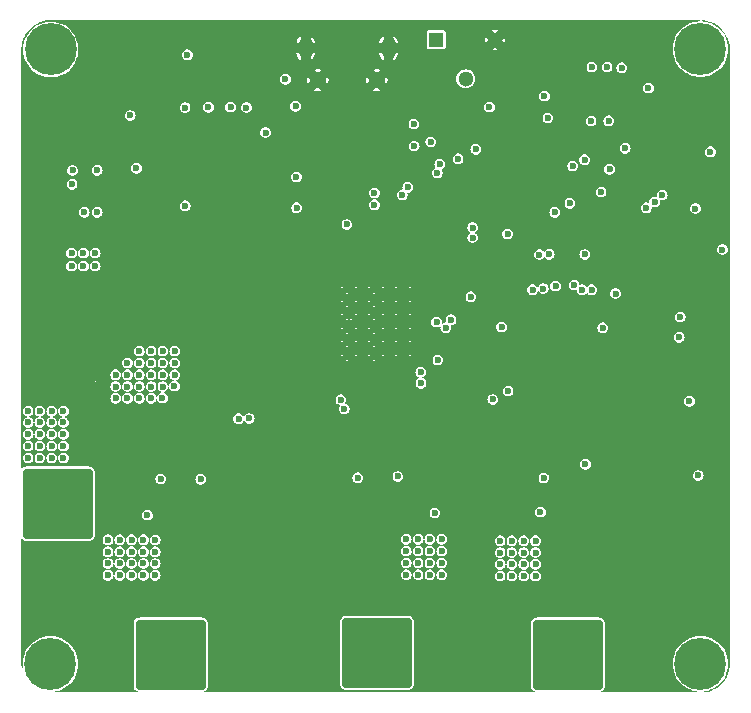
<source format=gbr>
%TF.GenerationSoftware,KiCad,Pcbnew,7.0.1*%
%TF.CreationDate,2023-04-17T18:47:01+02:00*%
%TF.ProjectId,ESC_board,4553435f-626f-4617-9264-2e6b69636164,rev?*%
%TF.SameCoordinates,Original*%
%TF.FileFunction,Copper,L3,Inr*%
%TF.FilePolarity,Positive*%
%FSLAX46Y46*%
G04 Gerber Fmt 4.6, Leading zero omitted, Abs format (unit mm)*
G04 Created by KiCad (PCBNEW 7.0.1) date 2023-04-17 18:47:01*
%MOMM*%
%LPD*%
G01*
G04 APERTURE LIST*
G04 Aperture macros list*
%AMRoundRect*
0 Rectangle with rounded corners*
0 $1 Rounding radius*
0 $2 $3 $4 $5 $6 $7 $8 $9 X,Y pos of 4 corners*
0 Add a 4 corners polygon primitive as box body*
4,1,4,$2,$3,$4,$5,$6,$7,$8,$9,$2,$3,0*
0 Add four circle primitives for the rounded corners*
1,1,$1+$1,$2,$3*
1,1,$1+$1,$4,$5*
1,1,$1+$1,$6,$7*
1,1,$1+$1,$8,$9*
0 Add four rect primitives between the rounded corners*
20,1,$1+$1,$2,$3,$4,$5,0*
20,1,$1+$1,$4,$5,$6,$7,0*
20,1,$1+$1,$6,$7,$8,$9,0*
20,1,$1+$1,$8,$9,$2,$3,0*%
G04 Aperture macros list end*
%TA.AperFunction,ComponentPad*%
%ADD10C,0.700000*%
%TD*%
%TA.AperFunction,ComponentPad*%
%ADD11C,4.400000*%
%TD*%
%TA.AperFunction,ComponentPad*%
%ADD12C,0.600000*%
%TD*%
%TA.AperFunction,ComponentPad*%
%ADD13RoundRect,0.400000X-2.600000X-2.600000X2.600000X-2.600000X2.600000X2.600000X-2.600000X2.600000X0*%
%TD*%
%TA.AperFunction,ComponentPad*%
%ADD14O,1.200000X1.900000*%
%TD*%
%TA.AperFunction,ComponentPad*%
%ADD15C,1.450000*%
%TD*%
%TA.AperFunction,ComponentPad*%
%ADD16R,1.300000X1.300000*%
%TD*%
%TA.AperFunction,ComponentPad*%
%ADD17C,1.300000*%
%TD*%
%TA.AperFunction,ComponentPad*%
%ADD18C,0.500000*%
%TD*%
%TA.AperFunction,ViaPad*%
%ADD19C,0.600000*%
%TD*%
G04 APERTURE END LIST*
D10*
%TO.N,N/C*%
%TO.C,H2*%
X130260000Y-51730000D03*
X130743274Y-50563274D03*
X130743274Y-52896726D03*
X131910000Y-50080000D03*
D11*
X131910000Y-51730000D03*
D10*
X131910000Y-53380000D03*
X133076726Y-50563274D03*
X133076726Y-52896726D03*
X133560000Y-51730000D03*
%TD*%
D12*
%TO.N,GND*%
%TO.C,H6*%
X75180000Y-74240000D03*
X75180000Y-74840000D03*
X75180000Y-75440000D03*
X75180000Y-76040000D03*
X75180000Y-76640000D03*
X75180000Y-77240000D03*
X75180000Y-77840000D03*
X75180000Y-78440000D03*
X75180000Y-79040000D03*
X75180000Y-79550000D03*
X75780000Y-74240000D03*
X75780000Y-74840000D03*
X75780000Y-75440000D03*
X75780000Y-76040000D03*
X75780000Y-77840000D03*
X75780000Y-78440000D03*
X75780000Y-79040000D03*
X75780000Y-79550000D03*
X76380000Y-74240000D03*
X76380000Y-74840000D03*
X76380000Y-79040000D03*
X76380000Y-79550000D03*
X76980000Y-74240000D03*
X76980000Y-74840000D03*
X76980000Y-79040000D03*
X76980000Y-79550000D03*
X77580000Y-74240000D03*
X77580000Y-74840000D03*
X77580000Y-79040000D03*
X77580000Y-79550000D03*
D13*
X77590000Y-76890000D03*
D12*
X78180000Y-74240000D03*
X78180000Y-74840000D03*
X78180000Y-79040000D03*
X78180000Y-79550000D03*
X78780000Y-74240000D03*
X78780000Y-74840000D03*
X78780000Y-79040000D03*
X78780000Y-79550000D03*
X79380000Y-74240000D03*
X79380000Y-74840000D03*
X79380000Y-75440000D03*
X79380000Y-76040000D03*
X79380000Y-77840000D03*
X79380000Y-78440000D03*
X79380000Y-79040000D03*
X79380000Y-79550000D03*
X79980000Y-74240000D03*
X79980000Y-74840000D03*
X79980000Y-75440000D03*
X79980000Y-76040000D03*
X79980000Y-76640000D03*
X79980000Y-77240000D03*
X79980000Y-77840000D03*
X79980000Y-78440000D03*
X79980000Y-79040000D03*
X79980000Y-79550000D03*
%TD*%
D14*
%TO.N,GND*%
%TO.C,J4*%
X105500000Y-51650000D03*
D15*
X104500000Y-54350000D03*
X99500000Y-54350000D03*
D14*
X98500000Y-51650000D03*
%TD*%
D16*
%TO.N,+3V3*%
%TO.C,SW2*%
X109525000Y-50950000D03*
D17*
%TO.N,Net-(SW2A-B)*%
X112025000Y-54250000D03*
%TO.N,GND*%
X114525000Y-50950000D03*
%TD*%
D18*
%TO.N,GND*%
%TO.C,IC2*%
X101580000Y-72340000D03*
X101580000Y-73480000D03*
X101580000Y-74620000D03*
X101580000Y-75760000D03*
X101580000Y-76900000D03*
X101580000Y-78040000D03*
X102720000Y-72340000D03*
X102720000Y-73480000D03*
X102720000Y-74620000D03*
X102720000Y-75760000D03*
X102720000Y-76900000D03*
X102720000Y-78040000D03*
X103860000Y-72340000D03*
X103860000Y-73480000D03*
X103860000Y-74620000D03*
X103860000Y-75760000D03*
X103860000Y-76900000D03*
X103860000Y-78040000D03*
X105000000Y-72340000D03*
X105000000Y-73480000D03*
X105000000Y-74620000D03*
X105000000Y-75760000D03*
X105000000Y-76900000D03*
X105000000Y-78040000D03*
X106140000Y-72340000D03*
X106140000Y-73480000D03*
X106140000Y-74620000D03*
X106140000Y-75760000D03*
X106140000Y-76900000D03*
X106140000Y-78040000D03*
X107280000Y-72340000D03*
X107280000Y-73480000D03*
X107280000Y-74620000D03*
X107280000Y-75760000D03*
X107280000Y-76900000D03*
X107280000Y-78040000D03*
%TD*%
D10*
%TO.N,N/C*%
%TO.C,H3*%
X75230000Y-103790000D03*
X75713274Y-102623274D03*
X75713274Y-104956726D03*
X76880000Y-102140000D03*
D11*
X76880000Y-103790000D03*
D10*
X76880000Y-105440000D03*
X78046726Y-102623274D03*
X78046726Y-104956726D03*
X78530000Y-103790000D03*
%TD*%
%TO.N,N/C*%
%TO.C,H1*%
X130260000Y-103770000D03*
X130743274Y-102603274D03*
X130743274Y-104936726D03*
X131910000Y-102120000D03*
D11*
X131910000Y-103770000D03*
D10*
X131910000Y-105420000D03*
X133076726Y-102603274D03*
X133076726Y-104936726D03*
X133560000Y-103770000D03*
%TD*%
D12*
%TO.N,Vdrive*%
%TO.C,H5*%
X75080000Y-87560000D03*
X75080000Y-88160000D03*
X75080000Y-88760000D03*
X75080000Y-89360000D03*
X75080000Y-89960000D03*
X75080000Y-90560000D03*
X75080000Y-91160000D03*
X75080000Y-91760000D03*
X75080000Y-92360000D03*
X75080000Y-92870000D03*
X75680000Y-87560000D03*
X75680000Y-88160000D03*
X75680000Y-88760000D03*
X75680000Y-89360000D03*
X75680000Y-91160000D03*
X75680000Y-91760000D03*
X75680000Y-92360000D03*
X75680000Y-92870000D03*
X76280000Y-87560000D03*
X76280000Y-88160000D03*
X76280000Y-92360000D03*
X76280000Y-92870000D03*
X76880000Y-87560000D03*
X76880000Y-88160000D03*
X76880000Y-92360000D03*
X76880000Y-92870000D03*
X77480000Y-87560000D03*
X77480000Y-88160000D03*
X77480000Y-92360000D03*
X77480000Y-92870000D03*
D13*
X77490000Y-90210000D03*
D12*
X78080000Y-87560000D03*
X78080000Y-88160000D03*
X78080000Y-92360000D03*
X78080000Y-92870000D03*
X78680000Y-87560000D03*
X78680000Y-88160000D03*
X78680000Y-92360000D03*
X78680000Y-92870000D03*
X79280000Y-87560000D03*
X79280000Y-88160000D03*
X79280000Y-88760000D03*
X79280000Y-89360000D03*
X79280000Y-91160000D03*
X79280000Y-91760000D03*
X79280000Y-92360000D03*
X79280000Y-92870000D03*
X79880000Y-87560000D03*
X79880000Y-88160000D03*
X79880000Y-88760000D03*
X79880000Y-89360000D03*
X79880000Y-89960000D03*
X79880000Y-90560000D03*
X79880000Y-91160000D03*
X79880000Y-91760000D03*
X79880000Y-92360000D03*
X79880000Y-92870000D03*
%TD*%
%TO.N,/BLDC_Driver/SHC*%
%TO.C,H9*%
X118280000Y-100350000D03*
X118280000Y-100950000D03*
X118280000Y-101550000D03*
X118280000Y-102150000D03*
X118280000Y-102750000D03*
X118280000Y-103350000D03*
X118280000Y-103950000D03*
X118280000Y-104550000D03*
X118280000Y-105150000D03*
X118280000Y-105660000D03*
X118880000Y-100350000D03*
X118880000Y-100950000D03*
X118880000Y-101550000D03*
X118880000Y-102150000D03*
X118880000Y-103950000D03*
X118880000Y-104550000D03*
X118880000Y-105150000D03*
X118880000Y-105660000D03*
X119480000Y-100350000D03*
X119480000Y-100950000D03*
X119480000Y-105150000D03*
X119480000Y-105660000D03*
X120080000Y-100350000D03*
X120080000Y-100950000D03*
X120080000Y-105150000D03*
X120080000Y-105660000D03*
X120680000Y-100350000D03*
X120680000Y-100950000D03*
X120680000Y-105150000D03*
X120680000Y-105660000D03*
D13*
X120690000Y-103000000D03*
D12*
X121280000Y-100350000D03*
X121280000Y-100950000D03*
X121280000Y-105150000D03*
X121280000Y-105660000D03*
X121880000Y-100350000D03*
X121880000Y-100950000D03*
X121880000Y-105150000D03*
X121880000Y-105660000D03*
X122480000Y-100350000D03*
X122480000Y-100950000D03*
X122480000Y-101550000D03*
X122480000Y-102150000D03*
X122480000Y-103950000D03*
X122480000Y-104550000D03*
X122480000Y-105150000D03*
X122480000Y-105660000D03*
X123080000Y-100350000D03*
X123080000Y-100950000D03*
X123080000Y-101550000D03*
X123080000Y-102150000D03*
X123080000Y-102750000D03*
X123080000Y-103350000D03*
X123080000Y-103950000D03*
X123080000Y-104550000D03*
X123080000Y-105150000D03*
X123080000Y-105660000D03*
%TD*%
D10*
%TO.N,N/C*%
%TO.C,H4*%
X75240000Y-51760000D03*
X75723274Y-50593274D03*
X75723274Y-52926726D03*
X76890000Y-50110000D03*
D11*
X76890000Y-51760000D03*
D10*
X76890000Y-53410000D03*
X78056726Y-50593274D03*
X78056726Y-52926726D03*
X78540000Y-51760000D03*
%TD*%
D12*
%TO.N,/BLDC_Driver/SHB*%
%TO.C,H8*%
X102120000Y-100200000D03*
X102120000Y-100800000D03*
X102120000Y-101400000D03*
X102120000Y-102000000D03*
X102120000Y-102600000D03*
X102120000Y-103200000D03*
X102120000Y-103800000D03*
X102120000Y-104400000D03*
X102120000Y-105000000D03*
X102120000Y-105510000D03*
X102720000Y-100200000D03*
X102720000Y-100800000D03*
X102720000Y-101400000D03*
X102720000Y-102000000D03*
X102720000Y-103800000D03*
X102720000Y-104400000D03*
X102720000Y-105000000D03*
X102720000Y-105510000D03*
X103320000Y-100200000D03*
X103320000Y-100800000D03*
X103320000Y-105000000D03*
X103320000Y-105510000D03*
X103920000Y-100200000D03*
X103920000Y-100800000D03*
X103920000Y-105000000D03*
X103920000Y-105510000D03*
X104520000Y-100200000D03*
X104520000Y-100800000D03*
X104520000Y-105000000D03*
X104520000Y-105510000D03*
D13*
X104530000Y-102850000D03*
D12*
X105120000Y-100200000D03*
X105120000Y-100800000D03*
X105120000Y-105000000D03*
X105120000Y-105510000D03*
X105720000Y-100200000D03*
X105720000Y-100800000D03*
X105720000Y-105000000D03*
X105720000Y-105510000D03*
X106320000Y-100200000D03*
X106320000Y-100800000D03*
X106320000Y-101400000D03*
X106320000Y-102000000D03*
X106320000Y-103800000D03*
X106320000Y-104400000D03*
X106320000Y-105000000D03*
X106320000Y-105510000D03*
X106920000Y-100200000D03*
X106920000Y-100800000D03*
X106920000Y-101400000D03*
X106920000Y-102000000D03*
X106920000Y-102600000D03*
X106920000Y-103200000D03*
X106920000Y-103800000D03*
X106920000Y-104400000D03*
X106920000Y-105000000D03*
X106920000Y-105510000D03*
%TD*%
%TO.N,/BLDC_Driver/SHA*%
%TO.C,H7*%
X84660000Y-100350000D03*
X84660000Y-100950000D03*
X84660000Y-101550000D03*
X84660000Y-102150000D03*
X84660000Y-102750000D03*
X84660000Y-103350000D03*
X84660000Y-103950000D03*
X84660000Y-104550000D03*
X84660000Y-105150000D03*
X84660000Y-105660000D03*
X85260000Y-100350000D03*
X85260000Y-100950000D03*
X85260000Y-101550000D03*
X85260000Y-102150000D03*
X85260000Y-103950000D03*
X85260000Y-104550000D03*
X85260000Y-105150000D03*
X85260000Y-105660000D03*
X85860000Y-100350000D03*
X85860000Y-100950000D03*
X85860000Y-105150000D03*
X85860000Y-105660000D03*
X86460000Y-100350000D03*
X86460000Y-100950000D03*
X86460000Y-105150000D03*
X86460000Y-105660000D03*
X87060000Y-100350000D03*
X87060000Y-100950000D03*
X87060000Y-105150000D03*
X87060000Y-105660000D03*
D13*
X87070000Y-103000000D03*
D12*
X87660000Y-100350000D03*
X87660000Y-100950000D03*
X87660000Y-105150000D03*
X87660000Y-105660000D03*
X88260000Y-100350000D03*
X88260000Y-100950000D03*
X88260000Y-105150000D03*
X88260000Y-105660000D03*
X88860000Y-100350000D03*
X88860000Y-100950000D03*
X88860000Y-101550000D03*
X88860000Y-102150000D03*
X88860000Y-103950000D03*
X88860000Y-104550000D03*
X88860000Y-105150000D03*
X88860000Y-105660000D03*
X89460000Y-100350000D03*
X89460000Y-100950000D03*
X89460000Y-101550000D03*
X89460000Y-102150000D03*
X89460000Y-102750000D03*
X89460000Y-103350000D03*
X89460000Y-103950000D03*
X89460000Y-104550000D03*
X89460000Y-105150000D03*
X89460000Y-105660000D03*
%TD*%
D19*
%TO.N,GND*%
X110730000Y-58690000D03*
X111930000Y-57480000D03*
X109790000Y-56860000D03*
X110700000Y-57430000D03*
X112700000Y-68670000D03*
X82100000Y-65570000D03*
X123100000Y-60970000D03*
X112920000Y-55640000D03*
X109700000Y-53560000D03*
X113440000Y-54300000D03*
X120530000Y-77300000D03*
X121580000Y-77190000D03*
X128120000Y-63180000D03*
X128900000Y-63170000D03*
X128130000Y-62360000D03*
X129690000Y-63940000D03*
X129560000Y-67690000D03*
X126790000Y-68980000D03*
X126810000Y-67910000D03*
X126820000Y-67000000D03*
X113070000Y-75740000D03*
X118810000Y-75650000D03*
X126190000Y-76870000D03*
X124960000Y-77980000D03*
X123410000Y-78960000D03*
X79380000Y-49790000D03*
X127290000Y-49710000D03*
X129620000Y-49720000D03*
X133800000Y-54300000D03*
X79780000Y-104600000D03*
X79790000Y-103810000D03*
X79780000Y-103000000D03*
X75400000Y-100040000D03*
X76150000Y-100030000D03*
X76890000Y-100020000D03*
X77700000Y-100010000D03*
X78510000Y-100000000D03*
X75390000Y-100770000D03*
X76180000Y-100770000D03*
X79230000Y-97640000D03*
X78490000Y-97640000D03*
X77780000Y-97640000D03*
X77040000Y-97640000D03*
X76340000Y-97640000D03*
X75650000Y-97640000D03*
X74960000Y-97640000D03*
X129700000Y-97530000D03*
X130510000Y-97520000D03*
X131310000Y-97520000D03*
X132090000Y-97520000D03*
X132880000Y-97530000D03*
X133640000Y-97540000D03*
X133640000Y-98380000D03*
X129690000Y-105840000D03*
X128850000Y-105160000D03*
X128850000Y-104330000D03*
X128840000Y-103440000D03*
X128830000Y-102540000D03*
X128840000Y-101590000D03*
X128840000Y-100760000D03*
X133990000Y-101600000D03*
X133990000Y-100760000D03*
X133090000Y-100750000D03*
X132210000Y-100750000D03*
X131350000Y-100750000D03*
X130470000Y-100760000D03*
X129700000Y-100760000D03*
X115740000Y-88580000D03*
X117280000Y-85820000D03*
X118550000Y-87010000D03*
X118530000Y-86280000D03*
X113710000Y-84650000D03*
X113730000Y-85470000D03*
X113740000Y-86280000D03*
X115720000Y-87020000D03*
X109690000Y-87150000D03*
X108900000Y-87180000D03*
X106520000Y-86250000D03*
X105740000Y-84660000D03*
X104910000Y-84650000D03*
X104930000Y-85460000D03*
X104940000Y-86290000D03*
X108860000Y-88110000D03*
X82920000Y-88860000D03*
X82060000Y-88890000D03*
X86110000Y-87220000D03*
X86110000Y-86510000D03*
X83400000Y-86410000D03*
X85730000Y-83760000D03*
X86100000Y-84440000D03*
X86100000Y-85770000D03*
X85340000Y-84430000D03*
X85720000Y-85110000D03*
X84920000Y-85130000D03*
X85290000Y-85740000D03*
X84550000Y-85740000D03*
%TO.N,Vdrive*%
X77980000Y-82380000D03*
X76980000Y-82380000D03*
X75980000Y-82380000D03*
X74980000Y-82380000D03*
X76980000Y-86340000D03*
X77980000Y-86340000D03*
X77980000Y-85340000D03*
X76980000Y-85340000D03*
X76980000Y-84340000D03*
X77980000Y-84340000D03*
X77980000Y-83340000D03*
X76980000Y-83340000D03*
X74980000Y-84340000D03*
X75980000Y-84340000D03*
X75980000Y-83340000D03*
X74980000Y-83340000D03*
X75980000Y-86340000D03*
X75980000Y-85340000D03*
X74980000Y-85340000D03*
X74980000Y-86340000D03*
%TO.N,GND*%
X84900000Y-52770000D03*
X75300000Y-54370000D03*
X75300000Y-57570000D03*
X75300000Y-58370000D03*
X75300000Y-72770000D03*
X75300000Y-80770000D03*
X76900000Y-80770000D03*
X76100000Y-57570000D03*
X88100000Y-67970000D03*
X76100000Y-72770000D03*
X76100000Y-58370000D03*
X76100000Y-80770000D03*
X109700000Y-86370000D03*
X76900000Y-100770000D03*
X77700000Y-80770000D03*
X108900000Y-86370000D03*
X84900000Y-68770000D03*
X77700000Y-100770000D03*
X82500000Y-55970000D03*
X82500000Y-55170000D03*
X78500000Y-54370000D03*
X78500000Y-80770000D03*
X82500000Y-51170000D03*
X78500000Y-100770000D03*
X79300000Y-53570000D03*
X79300000Y-100770000D03*
X88900000Y-62370000D03*
X79300000Y-101570000D03*
X79300000Y-102370000D03*
X79300000Y-105570000D03*
X80900000Y-73570000D03*
X81700000Y-51970000D03*
X84100000Y-68770000D03*
X81700000Y-52770000D03*
X82500000Y-51970000D03*
X82500000Y-58370000D03*
X84100000Y-55170000D03*
X82500000Y-89570000D03*
X83300000Y-51170000D03*
X86500000Y-67970000D03*
X83300000Y-54370000D03*
X83300000Y-55170000D03*
X83300000Y-55970000D03*
X83300000Y-89570000D03*
X84100000Y-53570000D03*
X84100000Y-54370000D03*
X97700000Y-81570000D03*
X84100000Y-55970000D03*
X84900000Y-53570000D03*
X93700000Y-51170000D03*
X84900000Y-54370000D03*
X89700000Y-51170000D03*
X84900000Y-55170000D03*
X84900000Y-55970000D03*
X96900000Y-67970000D03*
X84900000Y-56770000D03*
X85700000Y-67970000D03*
X85700000Y-68770000D03*
X85700000Y-69570000D03*
X97700000Y-80770000D03*
X86500000Y-68770000D03*
X122500000Y-79970000D03*
X102500000Y-67970000D03*
X98500000Y-71170000D03*
X86500000Y-69570000D03*
X87300000Y-67970000D03*
X87300000Y-68770000D03*
X87300000Y-69570000D03*
X92900000Y-71170000D03*
X88100000Y-51170000D03*
X88100000Y-68770000D03*
X88100000Y-69570000D03*
X88900000Y-51170000D03*
X88900000Y-53570000D03*
X88900000Y-66370000D03*
X100900000Y-79170000D03*
X100900000Y-71170000D03*
X88900000Y-67170000D03*
X88900000Y-67970000D03*
X88900000Y-68770000D03*
X107300000Y-85570000D03*
X100900000Y-79970000D03*
X93700000Y-71170000D03*
X88900000Y-71970000D03*
X88900000Y-72770000D03*
X88900000Y-73570000D03*
X89700000Y-53570000D03*
X89700000Y-67170000D03*
X89700000Y-67970000D03*
X89700000Y-71170000D03*
X89700000Y-71970000D03*
X89700000Y-72770000D03*
X89700000Y-73570000D03*
X90500000Y-51170000D03*
X96100000Y-68770000D03*
X90500000Y-53570000D03*
X116100000Y-89570000D03*
X90500000Y-70370000D03*
X91300000Y-51170000D03*
X91300000Y-62370000D03*
X92100000Y-51170000D03*
X92100000Y-62370000D03*
X109700000Y-89570000D03*
X92900000Y-51170000D03*
X125700000Y-77570000D03*
X92900000Y-62370000D03*
X92900000Y-63170000D03*
X94500000Y-61570000D03*
X93700000Y-62370000D03*
X93700000Y-63170000D03*
X96900000Y-88770000D03*
X94500000Y-60770000D03*
X94500000Y-62370000D03*
X97700000Y-89570000D03*
X94500000Y-63170000D03*
X100100000Y-64770000D03*
X94500000Y-63970000D03*
X94500000Y-71170000D03*
X94500000Y-84770000D03*
X96100000Y-67970000D03*
X124100000Y-81570000D03*
X109700000Y-54370000D03*
X100900000Y-65570000D03*
X96900000Y-68770000D03*
X118500000Y-85570000D03*
X114500000Y-85570000D03*
X96900000Y-81570000D03*
X96900000Y-86370000D03*
X96900000Y-87170000D03*
X96900000Y-87970000D03*
X107300000Y-51170000D03*
X96900000Y-89570000D03*
X97700000Y-67970000D03*
X98500000Y-82370000D03*
X97700000Y-68770000D03*
X100100000Y-79170000D03*
X97700000Y-88770000D03*
X98500000Y-67970000D03*
X105700000Y-54370000D03*
X98500000Y-68770000D03*
X98500000Y-79970000D03*
X98500000Y-80770000D03*
X120104000Y-51740000D03*
X98500000Y-81570000D03*
X99300000Y-65570000D03*
X99300000Y-71170000D03*
X99300000Y-79170000D03*
X99300000Y-79970000D03*
X121700000Y-80770000D03*
X118500000Y-62370000D03*
X102500000Y-68770000D03*
X99300000Y-80770000D03*
X125700000Y-81570000D03*
X110500000Y-54370000D03*
X99300000Y-81570000D03*
X99300000Y-82370000D03*
X100100000Y-65570000D03*
X100100000Y-71170000D03*
X100100000Y-79970000D03*
X100100000Y-80770000D03*
X100100000Y-81570000D03*
X100100000Y-82370000D03*
X100900000Y-63970000D03*
X100900000Y-64770000D03*
X101700000Y-63970000D03*
X101700000Y-64770000D03*
X101700000Y-65570000D03*
X101700000Y-67970000D03*
X101700000Y-68770000D03*
X121700000Y-63970000D03*
X103300000Y-66370000D03*
X103300000Y-67170000D03*
X103300000Y-67970000D03*
X130500000Y-83970000D03*
X123300000Y-82370000D03*
X103300000Y-68770000D03*
X105700000Y-55170000D03*
X120904000Y-51740000D03*
X105700000Y-85570000D03*
X123300000Y-80770000D03*
X105700000Y-86370000D03*
X106500000Y-54370000D03*
X106500000Y-55170000D03*
X106500000Y-85570000D03*
X107300000Y-54370000D03*
X107300000Y-55170000D03*
X108100000Y-85570000D03*
X108900000Y-85570000D03*
X108900000Y-89570000D03*
X109700000Y-55170000D03*
X117700000Y-63170000D03*
X109700000Y-85570000D03*
X110500000Y-53570000D03*
X110500000Y-55170000D03*
X110500000Y-89570000D03*
X111300000Y-89570000D03*
X112900000Y-89570000D03*
X124170000Y-67910000D03*
X113700000Y-55170000D03*
X116900000Y-62370000D03*
X114570000Y-55540000D03*
X114060000Y-75170000D03*
X113700000Y-89570000D03*
X114500000Y-84770000D03*
X114500000Y-86370000D03*
X114500000Y-89570000D03*
X115300000Y-84770000D03*
X132100000Y-66370000D03*
X120104000Y-53340000D03*
X115300000Y-85570000D03*
X115300000Y-86370000D03*
X120900000Y-63970000D03*
X115300000Y-89570000D03*
X117700000Y-66370000D03*
X116900000Y-60770000D03*
X116100000Y-60770000D03*
X116100000Y-61570000D03*
X120900000Y-63170000D03*
X116100000Y-64770000D03*
X116100000Y-86370000D03*
X116900000Y-53570000D03*
X116900000Y-61570000D03*
X117700000Y-60770000D03*
X118500000Y-63170000D03*
X117700000Y-61570000D03*
X117700000Y-62370000D03*
X120904000Y-53340000D03*
X118500000Y-60770000D03*
X118500000Y-61570000D03*
X118500000Y-84770000D03*
X125700000Y-78370000D03*
X119304000Y-53340000D03*
X119300000Y-60770000D03*
X120104000Y-52540000D03*
X119300000Y-61570000D03*
X119300000Y-62370000D03*
X119300000Y-63170000D03*
X132900000Y-63970000D03*
X120100000Y-63170000D03*
X120100000Y-66370000D03*
X120100000Y-67170000D03*
X120904000Y-52540000D03*
X120900000Y-79970000D03*
X120900000Y-80770000D03*
X121700000Y-63170000D03*
X121700000Y-79970000D03*
X122500000Y-63970000D03*
X122500000Y-63170000D03*
X122500000Y-80770000D03*
X130500000Y-56770000D03*
X123300000Y-79970000D03*
X124900000Y-81570000D03*
X123300000Y-81570000D03*
X124160000Y-60980000D03*
X124100000Y-79970000D03*
X124900000Y-80770000D03*
X124100000Y-80770000D03*
X124100000Y-82370000D03*
X124900000Y-82370000D03*
X125700000Y-82370000D03*
X127300000Y-63170000D03*
X128100000Y-59970000D03*
X128100000Y-80770000D03*
X128900000Y-62370000D03*
X129700000Y-62370000D03*
X129700000Y-63170000D03*
X129700000Y-98370000D03*
X131300000Y-98370000D03*
X129700000Y-101570000D03*
X130500000Y-83170000D03*
X130500000Y-98370000D03*
X131300000Y-57570000D03*
X131300000Y-86370000D03*
X132100000Y-63970000D03*
X132100000Y-98370000D03*
X132680000Y-54660000D03*
%TO.N,Net-(IC1-PB8-BOOT0)*%
X122120000Y-69110000D03*
X123500000Y-63840000D03*
X124210000Y-61900000D03*
X114040000Y-56630000D03*
%TO.N,/Control_MCU/NRESET*%
X130110000Y-76130000D03*
X131490000Y-65225000D03*
%TO.N,Vdrive*%
X85750000Y-93280000D03*
X85750000Y-96280000D03*
X85750000Y-95280000D03*
X85750000Y-94280000D03*
%TO.N,GND*%
X110520000Y-60880000D03*
X83820000Y-85740000D03*
X91560000Y-71750000D03*
%TO.N,Vbat_sense*%
X122649448Y-57824530D03*
X101975000Y-66575000D03*
%TO.N,Vdrive*%
X108000000Y-93225000D03*
X84400000Y-79300000D03*
X87400000Y-77300000D03*
X117950000Y-96350000D03*
X110000000Y-94225000D03*
X114950000Y-93350000D03*
X85400000Y-80300000D03*
X82750000Y-95275000D03*
X82400000Y-79300000D03*
X109000000Y-94225000D03*
X83750000Y-96275000D03*
X109000000Y-95225000D03*
X84400000Y-78300000D03*
X81750000Y-95275000D03*
X84750000Y-94275000D03*
X107000000Y-96225000D03*
X114950000Y-96350000D03*
X115950000Y-94350000D03*
X86400000Y-80300000D03*
X83750000Y-94275000D03*
X87377375Y-80265291D03*
X114950000Y-94350000D03*
X84750000Y-95275000D03*
X110000000Y-95225000D03*
X86400000Y-79300000D03*
X84400000Y-80300000D03*
X85400000Y-81300000D03*
X115950000Y-95350000D03*
X82750000Y-96275000D03*
X110000000Y-96225000D03*
X84400000Y-81300000D03*
X86358411Y-81258411D03*
X107000000Y-93225000D03*
X110000000Y-93225000D03*
X107000000Y-95225000D03*
X83400000Y-79300000D03*
X87400000Y-78300000D03*
X82750000Y-94275000D03*
X82750000Y-93275000D03*
X81750000Y-94275000D03*
X83400000Y-80300000D03*
X117950000Y-93350000D03*
X86400000Y-77300000D03*
X85400000Y-78300000D03*
X81750000Y-96275000D03*
X83750000Y-93275000D03*
X109000000Y-93225000D03*
X116950000Y-96350000D03*
X85400000Y-79300000D03*
X82400000Y-81300000D03*
X108000000Y-94225000D03*
X116950000Y-93350000D03*
X117950000Y-95350000D03*
X108000000Y-95225000D03*
X83400000Y-81300000D03*
X115950000Y-93350000D03*
X117950000Y-94350000D03*
X109000000Y-96225000D03*
X84750000Y-96275000D03*
X83400000Y-78300000D03*
X109425000Y-91000000D03*
X114950000Y-95350000D03*
X118364000Y-90932000D03*
X84400000Y-77300000D03*
X116950000Y-95350000D03*
X107000000Y-94225000D03*
X108000000Y-96225000D03*
X87400000Y-79300000D03*
X85400000Y-77300000D03*
X81750000Y-93275000D03*
X85090000Y-91186000D03*
X115950000Y-96350000D03*
X116950000Y-94350000D03*
X82400000Y-80300000D03*
X84750000Y-93275000D03*
X83750000Y-95275000D03*
X86400000Y-78300000D03*
%TO.N,/Control_MCU/FDCAN2_TX*%
X109630973Y-62202962D03*
X97700000Y-62550000D03*
%TO.N,/Control_MCU/FDCAN2_RX*%
X97630000Y-56570000D03*
X109840000Y-61483122D03*
%TO.N,/Control_MCU/CAN_TERM*%
X97725000Y-65150000D03*
X111390000Y-61010000D03*
%TO.N,/Control_MCU/SSI_transceiver/SSI_DATA-*%
X92125000Y-56645500D03*
%TO.N,/Control_MCU/SSI_transceiver/SSI_SCK-*%
X90250000Y-56650000D03*
%TO.N,/Control_MCU/SSI_transceiver/SSI_SCK+*%
X88275000Y-56675000D03*
%TO.N,/Control_MCU/SSI_transceiver/SSI_DATA+*%
X93475000Y-56675000D03*
%TO.N,+3V3*%
X107670000Y-59940000D03*
X95090000Y-58790000D03*
X131725000Y-87825000D03*
X132750000Y-60425000D03*
X125540000Y-60130000D03*
X107650000Y-58080000D03*
X130194000Y-74400000D03*
X133775000Y-68700000D03*
%TO.N,/Control_MCU/UART5_TX*%
X118276482Y-69124304D03*
X106666262Y-64073784D03*
%TO.N,/Control_MCU/UART5_RX*%
X119100000Y-69100000D03*
X107127096Y-63420457D03*
%TO.N,/Control_MCU/HALL3*%
X119000000Y-57550000D03*
%TO.N,/Control_MCU/HALL2*%
X118700000Y-55700000D03*
%TO.N,SPI_SCK*%
X117700000Y-72100000D03*
X109565576Y-74840500D03*
%TO.N,/Control_MCU/DEBUG_SWO*%
X119650000Y-71800000D03*
X124725000Y-72425000D03*
%TO.N,TEMP_BLDC*%
X124150000Y-57800000D03*
X130975000Y-81550000D03*
%TO.N,BLDC_PH1_S*%
X109683677Y-78039500D03*
%TO.N,BLDC_PH2_S*%
X108225000Y-79075000D03*
%TO.N,BLDC_PH3_S*%
X108250000Y-80025000D03*
%TO.N,MOT_FAULT*%
X122700000Y-72100000D03*
X115070000Y-75260000D03*
%TO.N,+5V*%
X78662740Y-70100000D03*
X79662739Y-69000000D03*
X79740000Y-65540000D03*
X78662740Y-69000001D03*
X80662740Y-70100000D03*
X96770000Y-54290000D03*
X80840000Y-65540000D03*
X79662740Y-70100000D03*
X78750000Y-62000000D03*
X88285000Y-64995000D03*
X78710000Y-63180000D03*
X80840000Y-61980000D03*
X127510000Y-55030000D03*
X80662740Y-69000000D03*
X88470000Y-52200000D03*
%TO.N,/BLDC_Driver/SPA*%
X92805860Y-83021038D03*
X89600000Y-88150000D03*
%TO.N,/BLDC_Driver/SPB*%
X102900000Y-88020000D03*
X101748000Y-82190000D03*
%TO.N,/BLDC_Driver/SPC*%
X114330000Y-81390000D03*
X122170000Y-86875000D03*
%TO.N,SPI_CS*%
X121209500Y-71700000D03*
X110789671Y-74649428D03*
%TO.N,SPI_MOSI*%
X121900504Y-72103402D03*
X110352817Y-75319027D03*
%TO.N,SPI_MISO*%
X118600000Y-72000000D03*
X112475000Y-72700000D03*
%TO.N,/Control_MCU/SPI2_MISO*%
X115575000Y-67375000D03*
%TO.N,/Control_MCU/SPI2_SCK*%
X120860000Y-64780000D03*
%TO.N,fault_led*%
X122100000Y-61100000D03*
X123640000Y-75310000D03*
%TO.N,Net-(IC1-PC0)*%
X127325000Y-65150000D03*
%TO.N,Net-(IC1-PC1)*%
X128025000Y-64675000D03*
%TO.N,Net-(IC1-PC2)*%
X128675001Y-64085001D03*
%TO.N,Net-(D1-A2)*%
X84150000Y-61824500D03*
X83625000Y-57350000D03*
%TO.N,Net-(J2-Pin_2)*%
X125250000Y-53300000D03*
%TO.N,Net-(J2-Pin_3)*%
X124000000Y-53250000D03*
%TO.N,Net-(J2-Pin_4)*%
X122725000Y-53250000D03*
%TO.N,GND*%
X107456159Y-57304352D03*
X81650000Y-68650000D03*
X75800000Y-65950000D03*
X77750000Y-65950000D03*
X90900000Y-59325000D03*
X129550000Y-66900000D03*
X107320000Y-65460000D03*
X114825000Y-79000000D03*
X116550000Y-68675000D03*
X76600000Y-63520000D03*
X87180000Y-56550000D03*
X74720000Y-63500000D03*
X109775000Y-71100000D03*
X132200000Y-67475000D03*
X119725000Y-79825000D03*
X110470000Y-68880000D03*
X76800000Y-65950000D03*
X104690000Y-67000000D03*
X91250000Y-56600000D03*
X115740000Y-87790000D03*
X103390000Y-63860000D03*
X113725000Y-79000000D03*
X97680000Y-63450000D03*
X87310000Y-62440000D03*
X108090000Y-64730000D03*
X77700000Y-69450000D03*
X76750000Y-69450000D03*
X122823812Y-75065551D03*
X96770000Y-56640000D03*
X74800000Y-65950000D03*
X109775000Y-72275000D03*
X109213947Y-68919231D03*
X118975000Y-66825000D03*
X111320000Y-57980000D03*
X127075000Y-70900000D03*
X103370000Y-64960000D03*
X132860000Y-98370000D03*
X123125000Y-69100000D03*
X75800000Y-69450000D03*
X79300000Y-100000000D03*
X122580000Y-76860000D03*
X132044500Y-70550000D03*
X109600000Y-88100000D03*
%TO.N,/BLDC_Driver/SNC*%
X115620000Y-80680000D03*
X118660000Y-88040000D03*
%TO.N,/BLDC_Driver/SNB*%
X106300000Y-87910000D03*
X101470000Y-81404000D03*
%TO.N,/BLDC_Driver/SNA*%
X86225000Y-88125000D03*
X93700000Y-83000000D03*
%TO.N,/Control_MCU/USB_DP*%
X112628105Y-67685000D03*
X104300000Y-64900000D03*
%TO.N,/Control_MCU/I2C2_SDA*%
X119583046Y-65547902D03*
X112890000Y-60210000D03*
%TO.N,/Control_MCU/I2C2_SCL*%
X121100000Y-61620000D03*
X109070000Y-59580000D03*
%TO.N,/Control_MCU/USB_DN*%
X104300000Y-63900000D03*
X112628105Y-66835000D03*
%TD*%
%TA.AperFunction,Conductor*%
%TO.N,GND*%
G36*
X131880791Y-49294290D02*
G01*
X131895688Y-49327897D01*
X131883021Y-49362406D01*
X131849919Y-49378394D01*
X131791057Y-49382252D01*
X131602536Y-49394609D01*
X131300349Y-49454717D01*
X131008570Y-49553763D01*
X130732227Y-49690040D01*
X130476035Y-49861222D01*
X130244379Y-50064379D01*
X130041222Y-50296035D01*
X129870040Y-50552227D01*
X129733763Y-50828570D01*
X129634717Y-51120349D01*
X129574609Y-51422536D01*
X129571609Y-51468312D01*
X129554457Y-51730000D01*
X129557787Y-51780810D01*
X129574609Y-52037463D01*
X129634717Y-52339650D01*
X129733763Y-52631430D01*
X129870040Y-52907773D01*
X130041222Y-53163964D01*
X130244379Y-53395620D01*
X130391008Y-53524210D01*
X130476036Y-53598778D01*
X130520933Y-53628777D01*
X130732226Y-53769959D01*
X130732227Y-53769959D01*
X130732228Y-53769960D01*
X131008573Y-53906238D01*
X131300341Y-54005280D01*
X131300346Y-54005281D01*
X131300349Y-54005282D01*
X131489339Y-54042874D01*
X131602540Y-54065391D01*
X131910000Y-54085543D01*
X132217460Y-54065391D01*
X132416239Y-54025851D01*
X132519650Y-54005282D01*
X132519651Y-54005281D01*
X132519659Y-54005280D01*
X132811427Y-53906238D01*
X133087772Y-53769960D01*
X133343964Y-53598778D01*
X133575620Y-53395620D01*
X133778778Y-53163964D01*
X133949960Y-52907772D01*
X134086238Y-52631427D01*
X134185280Y-52339659D01*
X134245391Y-52037460D01*
X134265543Y-51730000D01*
X134245391Y-51422540D01*
X134191249Y-51150349D01*
X134185282Y-51120349D01*
X134185281Y-51120346D01*
X134185280Y-51120341D01*
X134086238Y-50828573D01*
X133949960Y-50552229D01*
X133778778Y-50296036D01*
X133713684Y-50221811D01*
X133575620Y-50064379D01*
X133343964Y-49861222D01*
X133087773Y-49690040D01*
X132811430Y-49553763D01*
X132586219Y-49477314D01*
X132519659Y-49454720D01*
X132519658Y-49454719D01*
X132519650Y-49454717D01*
X132221920Y-49395495D01*
X132219933Y-49394178D01*
X132218420Y-49394671D01*
X132110003Y-49387565D01*
X132076534Y-49371167D01*
X132064283Y-49335968D01*
X132080336Y-49302332D01*
X132115404Y-49289719D01*
X132205749Y-49293778D01*
X132211684Y-49294409D01*
X132229768Y-49297457D01*
X132234422Y-49300292D01*
X132239621Y-49299118D01*
X132500505Y-49343088D01*
X132506320Y-49344438D01*
X132675244Y-49394671D01*
X132787047Y-49427918D01*
X132792664Y-49429968D01*
X133061149Y-49547017D01*
X133066454Y-49549726D01*
X133318689Y-49698596D01*
X133323632Y-49701935D01*
X133348761Y-49721248D01*
X133555861Y-49880411D01*
X133560370Y-49884336D01*
X133769134Y-50089758D01*
X133773131Y-50094203D01*
X133955325Y-50323515D01*
X133958751Y-50328414D01*
X134111665Y-50578202D01*
X134114469Y-50583481D01*
X134235828Y-50850028D01*
X134237969Y-50855609D01*
X134325970Y-51134960D01*
X134327415Y-51140761D01*
X134380744Y-51428742D01*
X134381472Y-51434675D01*
X134399409Y-51728184D01*
X134399500Y-51731173D01*
X134399500Y-103729190D01*
X134399343Y-103730224D01*
X134399477Y-103738679D01*
X134399434Y-103741650D01*
X134386221Y-104035742D01*
X134385589Y-104041687D01*
X134336912Y-104330501D01*
X134335560Y-104336324D01*
X134252081Y-104617047D01*
X134250031Y-104622662D01*
X134132987Y-104891140D01*
X134130268Y-104896464D01*
X133981406Y-105148684D01*
X133978060Y-105153637D01*
X133799588Y-105385861D01*
X133795663Y-105390370D01*
X133590241Y-105599134D01*
X133585796Y-105603131D01*
X133356484Y-105785325D01*
X133351585Y-105788751D01*
X133101797Y-105941665D01*
X133096518Y-105944469D01*
X132829971Y-106065828D01*
X132824390Y-106067969D01*
X132545039Y-106155970D01*
X132539238Y-106157415D01*
X132370062Y-106188744D01*
X132313700Y-106199181D01*
X132304780Y-106200000D01*
X132239333Y-106200000D01*
X132206427Y-106187307D01*
X132190569Y-106155803D01*
X132199976Y-106121811D01*
X132229774Y-106102942D01*
X132519650Y-106045282D01*
X132519651Y-106045281D01*
X132519659Y-106045280D01*
X132811427Y-105946238D01*
X133087772Y-105809960D01*
X133343964Y-105638778D01*
X133575620Y-105435620D01*
X133778778Y-105203964D01*
X133949960Y-104947772D01*
X134086238Y-104671427D01*
X134185280Y-104379659D01*
X134245391Y-104077460D01*
X134265543Y-103770000D01*
X134245391Y-103462540D01*
X134189260Y-103180349D01*
X134185282Y-103160349D01*
X134185281Y-103160346D01*
X134185280Y-103160341D01*
X134086238Y-102868573D01*
X133949960Y-102592229D01*
X133778778Y-102336036D01*
X133593160Y-102124380D01*
X133575620Y-102104379D01*
X133343964Y-101901222D01*
X133087773Y-101730040D01*
X132811430Y-101593763D01*
X132519650Y-101494717D01*
X132217463Y-101434609D01*
X131910000Y-101414457D01*
X131602536Y-101434609D01*
X131300349Y-101494717D01*
X131008570Y-101593763D01*
X130732227Y-101730040D01*
X130476035Y-101901222D01*
X130244379Y-102104379D01*
X130041222Y-102336035D01*
X129870040Y-102592227D01*
X129733763Y-102868570D01*
X129634717Y-103160349D01*
X129574609Y-103462536D01*
X129554457Y-103770000D01*
X129574609Y-104077463D01*
X129634717Y-104379650D01*
X129733763Y-104671430D01*
X129870040Y-104947773D01*
X130041222Y-105203964D01*
X130244379Y-105435620D01*
X130350936Y-105529068D01*
X130476036Y-105638778D01*
X130482515Y-105643107D01*
X130732226Y-105809959D01*
X130732227Y-105809959D01*
X130732228Y-105809960D01*
X131008573Y-105946238D01*
X131300341Y-106045280D01*
X131300346Y-106045281D01*
X131300349Y-106045282D01*
X131590226Y-106102942D01*
X131620024Y-106121811D01*
X131629431Y-106155803D01*
X131613573Y-106187307D01*
X131580667Y-106200000D01*
X123526925Y-106200000D01*
X123495678Y-106188744D01*
X123478787Y-106160149D01*
X123484010Y-106127350D01*
X123508947Y-106105417D01*
X123562342Y-106084361D01*
X123682922Y-105992922D01*
X123774361Y-105872342D01*
X123829877Y-105731564D01*
X123838618Y-105658777D01*
X123840500Y-105643107D01*
X123840500Y-100356893D01*
X123829877Y-100268438D01*
X123829877Y-100268436D01*
X123774361Y-100127658D01*
X123774360Y-100127657D01*
X123774360Y-100127656D01*
X123682922Y-100007077D01*
X123562343Y-99915639D01*
X123421561Y-99860122D01*
X123333107Y-99849500D01*
X123333102Y-99849500D01*
X118046898Y-99849500D01*
X118046893Y-99849500D01*
X117958438Y-99860122D01*
X117817656Y-99915639D01*
X117697077Y-100007077D01*
X117605639Y-100127656D01*
X117550122Y-100268438D01*
X117539500Y-100356893D01*
X117539500Y-105643107D01*
X117550122Y-105731561D01*
X117605639Y-105872343D01*
X117697077Y-105992922D01*
X117817656Y-106084360D01*
X117817657Y-106084360D01*
X117817658Y-106084361D01*
X117871052Y-106105417D01*
X117895990Y-106127350D01*
X117901213Y-106160149D01*
X117884322Y-106188744D01*
X117853075Y-106200000D01*
X89906925Y-106200000D01*
X89875678Y-106188744D01*
X89858787Y-106160149D01*
X89864010Y-106127350D01*
X89888947Y-106105417D01*
X89942342Y-106084361D01*
X90062922Y-105992922D01*
X90154361Y-105872342D01*
X90209877Y-105731564D01*
X90218618Y-105658777D01*
X90220500Y-105643107D01*
X90220500Y-105493107D01*
X101379500Y-105493107D01*
X101390122Y-105581561D01*
X101445639Y-105722343D01*
X101537077Y-105842922D01*
X101657656Y-105934360D01*
X101657657Y-105934360D01*
X101657658Y-105934361D01*
X101798436Y-105989877D01*
X101823710Y-105992912D01*
X101886893Y-106000500D01*
X101886898Y-106000500D01*
X107173102Y-106000500D01*
X107173107Y-106000500D01*
X107228390Y-105993860D01*
X107261564Y-105989877D01*
X107402342Y-105934361D01*
X107522922Y-105842922D01*
X107614361Y-105722342D01*
X107669877Y-105581564D01*
X107677754Y-105515973D01*
X107680500Y-105493107D01*
X107680500Y-100206893D01*
X107669877Y-100118438D01*
X107669877Y-100118436D01*
X107614361Y-99977658D01*
X107614360Y-99977657D01*
X107614360Y-99977656D01*
X107522922Y-99857077D01*
X107402343Y-99765639D01*
X107261561Y-99710122D01*
X107173107Y-99699500D01*
X107173102Y-99699500D01*
X101886898Y-99699500D01*
X101886893Y-99699500D01*
X101798438Y-99710122D01*
X101657656Y-99765639D01*
X101537077Y-99857077D01*
X101445639Y-99977656D01*
X101390122Y-100118438D01*
X101379500Y-100206893D01*
X101379500Y-105493107D01*
X90220500Y-105493107D01*
X90220500Y-100356893D01*
X90209877Y-100268438D01*
X90209877Y-100268436D01*
X90154361Y-100127658D01*
X90154360Y-100127657D01*
X90154360Y-100127656D01*
X90062922Y-100007077D01*
X89942343Y-99915639D01*
X89801561Y-99860122D01*
X89713107Y-99849500D01*
X89713102Y-99849500D01*
X84426898Y-99849500D01*
X84426893Y-99849500D01*
X84338438Y-99860122D01*
X84197656Y-99915639D01*
X84077077Y-100007077D01*
X83985639Y-100127656D01*
X83930122Y-100268438D01*
X83919500Y-100356893D01*
X83919500Y-105643107D01*
X83930122Y-105731561D01*
X83985639Y-105872343D01*
X84077077Y-105992922D01*
X84197656Y-106084360D01*
X84197657Y-106084360D01*
X84197658Y-106084361D01*
X84251052Y-106105417D01*
X84275990Y-106127350D01*
X84281213Y-106160149D01*
X84264322Y-106188744D01*
X84233075Y-106200000D01*
X77309880Y-106200000D01*
X77276974Y-106187307D01*
X77261116Y-106155803D01*
X77270523Y-106121811D01*
X77300321Y-106102942D01*
X77489650Y-106065282D01*
X77489651Y-106065281D01*
X77489659Y-106065280D01*
X77781427Y-105966238D01*
X78057772Y-105829960D01*
X78313964Y-105658778D01*
X78545620Y-105455620D01*
X78748778Y-105223964D01*
X78919960Y-104967772D01*
X79056238Y-104691427D01*
X79155280Y-104399659D01*
X79215391Y-104097460D01*
X79235543Y-103790000D01*
X79215391Y-103482540D01*
X79155280Y-103180341D01*
X79056238Y-102888573D01*
X78919960Y-102612229D01*
X78906596Y-102592229D01*
X78748777Y-102356035D01*
X78545620Y-102124379D01*
X78313964Y-101921222D01*
X78057773Y-101750040D01*
X77781430Y-101613763D01*
X77489650Y-101514717D01*
X77187463Y-101454609D01*
X76880000Y-101434457D01*
X76572536Y-101454609D01*
X76270349Y-101514717D01*
X75978570Y-101613763D01*
X75702227Y-101750040D01*
X75446035Y-101921222D01*
X75214379Y-102124379D01*
X75011222Y-102356035D01*
X74840040Y-102612227D01*
X74703763Y-102888570D01*
X74604717Y-103180349D01*
X74544609Y-103482536D01*
X74524457Y-103790000D01*
X74543299Y-104077485D01*
X74532246Y-104111818D01*
X74500690Y-104129285D01*
X74465727Y-104120422D01*
X74446303Y-104090033D01*
X74442472Y-104070307D01*
X74441703Y-104064504D01*
X74420626Y-103771942D01*
X74420500Y-103768422D01*
X74420500Y-96275000D01*
X81294866Y-96275000D01*
X81313302Y-96403223D01*
X81313302Y-96403224D01*
X81313303Y-96403226D01*
X81347555Y-96478226D01*
X81367118Y-96521063D01*
X81451952Y-96618968D01*
X81483129Y-96639004D01*
X81560931Y-96689004D01*
X81685228Y-96725500D01*
X81814772Y-96725500D01*
X81939069Y-96689004D01*
X82048049Y-96618967D01*
X82132882Y-96521063D01*
X82186697Y-96403226D01*
X82197984Y-96324721D01*
X82201499Y-96300278D01*
X82215301Y-96274999D01*
X82284698Y-96274999D01*
X82298501Y-96300278D01*
X82313302Y-96403223D01*
X82313302Y-96403224D01*
X82313303Y-96403226D01*
X82347555Y-96478226D01*
X82367118Y-96521063D01*
X82451952Y-96618968D01*
X82483129Y-96639004D01*
X82560931Y-96689004D01*
X82685228Y-96725500D01*
X82814772Y-96725500D01*
X82939069Y-96689004D01*
X83048049Y-96618967D01*
X83132882Y-96521063D01*
X83186697Y-96403226D01*
X83197984Y-96324721D01*
X83201499Y-96300278D01*
X83215301Y-96274999D01*
X83284698Y-96274999D01*
X83298501Y-96300278D01*
X83313302Y-96403223D01*
X83313302Y-96403224D01*
X83313303Y-96403226D01*
X83347555Y-96478226D01*
X83367118Y-96521063D01*
X83451952Y-96618968D01*
X83483129Y-96639004D01*
X83560931Y-96689004D01*
X83685228Y-96725500D01*
X83814772Y-96725500D01*
X83939069Y-96689004D01*
X84048049Y-96618967D01*
X84132882Y-96521063D01*
X84186697Y-96403226D01*
X84197984Y-96324721D01*
X84201499Y-96300278D01*
X84215301Y-96274999D01*
X84284698Y-96274999D01*
X84298501Y-96300278D01*
X84313302Y-96403223D01*
X84313302Y-96403224D01*
X84313303Y-96403226D01*
X84347555Y-96478226D01*
X84367118Y-96521063D01*
X84451952Y-96618968D01*
X84483129Y-96639004D01*
X84560931Y-96689004D01*
X84685228Y-96725500D01*
X84814772Y-96725500D01*
X84939069Y-96689004D01*
X85048049Y-96618967D01*
X85132882Y-96521063D01*
X85186697Y-96403226D01*
X85201139Y-96302777D01*
X85214582Y-96278157D01*
X85284697Y-96278157D01*
X85298141Y-96302778D01*
X85313301Y-96408223D01*
X85342000Y-96471063D01*
X85367118Y-96526063D01*
X85447619Y-96618968D01*
X85451952Y-96623968D01*
X85560873Y-96693967D01*
X85560931Y-96694004D01*
X85685228Y-96730500D01*
X85814772Y-96730500D01*
X85939069Y-96694004D01*
X86048049Y-96623967D01*
X86132882Y-96526063D01*
X86186697Y-96408226D01*
X86205133Y-96280000D01*
X86197225Y-96225000D01*
X106544866Y-96225000D01*
X106563302Y-96353223D01*
X106617118Y-96471063D01*
X106701952Y-96568968D01*
X106787534Y-96623968D01*
X106810931Y-96639004D01*
X106935228Y-96675500D01*
X107064772Y-96675500D01*
X107189069Y-96639004D01*
X107298049Y-96568967D01*
X107382882Y-96471063D01*
X107436697Y-96353226D01*
X107447490Y-96278157D01*
X107451499Y-96250278D01*
X107465301Y-96224999D01*
X107534698Y-96224999D01*
X107548501Y-96250278D01*
X107563302Y-96353223D01*
X107617118Y-96471063D01*
X107701952Y-96568968D01*
X107787534Y-96623968D01*
X107810931Y-96639004D01*
X107935228Y-96675500D01*
X108064772Y-96675500D01*
X108189069Y-96639004D01*
X108298049Y-96568967D01*
X108382882Y-96471063D01*
X108436697Y-96353226D01*
X108447490Y-96278157D01*
X108451499Y-96250278D01*
X108465301Y-96224999D01*
X108534698Y-96224999D01*
X108548501Y-96250278D01*
X108563302Y-96353223D01*
X108617118Y-96471063D01*
X108701952Y-96568968D01*
X108787534Y-96623968D01*
X108810931Y-96639004D01*
X108935228Y-96675500D01*
X109064772Y-96675500D01*
X109189069Y-96639004D01*
X109298049Y-96568967D01*
X109382882Y-96471063D01*
X109436697Y-96353226D01*
X109447490Y-96278157D01*
X109451499Y-96250278D01*
X109465301Y-96224999D01*
X109534698Y-96224999D01*
X109548501Y-96250278D01*
X109563302Y-96353223D01*
X109617118Y-96471063D01*
X109701952Y-96568968D01*
X109787534Y-96623968D01*
X109810931Y-96639004D01*
X109935228Y-96675500D01*
X110064772Y-96675500D01*
X110189069Y-96639004D01*
X110298049Y-96568967D01*
X110382882Y-96471063D01*
X110436697Y-96353226D01*
X110437161Y-96350000D01*
X114494866Y-96350000D01*
X114513302Y-96478223D01*
X114513302Y-96478224D01*
X114513303Y-96478226D01*
X114567118Y-96596063D01*
X114635949Y-96675500D01*
X114651952Y-96693968D01*
X114760929Y-96764003D01*
X114760931Y-96764004D01*
X114885228Y-96800500D01*
X115014772Y-96800500D01*
X115139069Y-96764004D01*
X115248049Y-96693967D01*
X115332882Y-96596063D01*
X115386697Y-96478226D01*
X115394331Y-96425126D01*
X115401499Y-96375278D01*
X115415301Y-96349999D01*
X115484698Y-96349999D01*
X115498501Y-96375278D01*
X115513302Y-96478223D01*
X115513302Y-96478224D01*
X115513303Y-96478226D01*
X115567118Y-96596063D01*
X115635949Y-96675500D01*
X115651952Y-96693968D01*
X115760929Y-96764003D01*
X115760931Y-96764004D01*
X115885228Y-96800500D01*
X116014772Y-96800500D01*
X116139069Y-96764004D01*
X116248049Y-96693967D01*
X116332882Y-96596063D01*
X116386697Y-96478226D01*
X116394331Y-96425126D01*
X116401499Y-96375278D01*
X116415301Y-96349999D01*
X116484698Y-96349999D01*
X116498501Y-96375278D01*
X116513302Y-96478223D01*
X116513302Y-96478224D01*
X116513303Y-96478226D01*
X116567118Y-96596063D01*
X116635949Y-96675500D01*
X116651952Y-96693968D01*
X116760929Y-96764003D01*
X116760931Y-96764004D01*
X116885228Y-96800500D01*
X117014772Y-96800500D01*
X117139069Y-96764004D01*
X117248049Y-96693967D01*
X117332882Y-96596063D01*
X117386697Y-96478226D01*
X117394331Y-96425126D01*
X117401499Y-96375278D01*
X117415301Y-96349999D01*
X117484698Y-96349999D01*
X117498501Y-96375278D01*
X117513302Y-96478223D01*
X117513302Y-96478224D01*
X117513303Y-96478226D01*
X117567118Y-96596063D01*
X117635949Y-96675500D01*
X117651952Y-96693968D01*
X117760929Y-96764003D01*
X117760931Y-96764004D01*
X117885228Y-96800500D01*
X118014772Y-96800500D01*
X118139069Y-96764004D01*
X118248049Y-96693967D01*
X118332882Y-96596063D01*
X118386697Y-96478226D01*
X118405133Y-96350000D01*
X118386697Y-96221774D01*
X118332882Y-96103937D01*
X118248049Y-96006033D01*
X118248048Y-96006032D01*
X118248047Y-96006031D01*
X118139070Y-95935996D01*
X118014772Y-95899500D01*
X117885228Y-95899500D01*
X117760929Y-95935996D01*
X117651952Y-96006031D01*
X117567118Y-96103936D01*
X117513302Y-96221776D01*
X117498501Y-96324721D01*
X117484698Y-96349999D01*
X117415301Y-96349999D01*
X117401499Y-96324721D01*
X117387161Y-96225000D01*
X117386697Y-96221774D01*
X117332882Y-96103937D01*
X117248049Y-96006033D01*
X117248048Y-96006032D01*
X117248047Y-96006031D01*
X117139070Y-95935996D01*
X117014772Y-95899500D01*
X116885228Y-95899500D01*
X116760929Y-95935996D01*
X116651952Y-96006031D01*
X116567118Y-96103936D01*
X116513302Y-96221776D01*
X116498501Y-96324721D01*
X116484698Y-96349999D01*
X116415301Y-96349999D01*
X116401499Y-96324721D01*
X116387161Y-96225000D01*
X116386697Y-96221774D01*
X116332882Y-96103937D01*
X116248049Y-96006033D01*
X116248048Y-96006032D01*
X116248047Y-96006031D01*
X116139070Y-95935996D01*
X116014772Y-95899500D01*
X115885228Y-95899500D01*
X115760929Y-95935996D01*
X115651952Y-96006031D01*
X115567118Y-96103936D01*
X115513302Y-96221776D01*
X115498501Y-96324721D01*
X115484698Y-96349999D01*
X115415301Y-96349999D01*
X115401499Y-96324721D01*
X115387161Y-96225000D01*
X115386697Y-96221774D01*
X115332882Y-96103937D01*
X115248049Y-96006033D01*
X115248048Y-96006032D01*
X115248047Y-96006031D01*
X115139070Y-95935996D01*
X115014772Y-95899500D01*
X114885228Y-95899500D01*
X114760929Y-95935996D01*
X114651952Y-96006031D01*
X114567118Y-96103936D01*
X114513302Y-96221776D01*
X114494866Y-96350000D01*
X110437161Y-96350000D01*
X110455133Y-96225000D01*
X110436697Y-96096774D01*
X110382882Y-95978937D01*
X110298049Y-95881033D01*
X110298048Y-95881032D01*
X110298047Y-95881031D01*
X110189070Y-95810996D01*
X110064772Y-95774500D01*
X109935228Y-95774500D01*
X109810929Y-95810996D01*
X109701952Y-95881031D01*
X109617118Y-95978936D01*
X109563302Y-96096776D01*
X109548501Y-96199721D01*
X109534698Y-96224999D01*
X109465301Y-96224999D01*
X109451499Y-96199721D01*
X109436697Y-96096776D01*
X109436697Y-96096774D01*
X109382882Y-95978937D01*
X109298049Y-95881033D01*
X109298048Y-95881032D01*
X109298047Y-95881031D01*
X109189070Y-95810996D01*
X109064772Y-95774500D01*
X108935228Y-95774500D01*
X108810929Y-95810996D01*
X108701952Y-95881031D01*
X108617118Y-95978936D01*
X108563302Y-96096776D01*
X108548501Y-96199721D01*
X108534698Y-96224999D01*
X108465301Y-96224999D01*
X108451499Y-96199721D01*
X108436697Y-96096776D01*
X108436697Y-96096774D01*
X108382882Y-95978937D01*
X108298049Y-95881033D01*
X108298048Y-95881032D01*
X108298047Y-95881031D01*
X108189070Y-95810996D01*
X108064772Y-95774500D01*
X107935228Y-95774500D01*
X107810929Y-95810996D01*
X107701952Y-95881031D01*
X107617118Y-95978936D01*
X107563302Y-96096776D01*
X107548501Y-96199721D01*
X107534698Y-96224999D01*
X107465301Y-96224999D01*
X107451499Y-96199721D01*
X107436697Y-96096776D01*
X107436697Y-96096774D01*
X107382882Y-95978937D01*
X107298049Y-95881033D01*
X107298048Y-95881032D01*
X107298047Y-95881031D01*
X107189070Y-95810996D01*
X107064772Y-95774500D01*
X106935228Y-95774500D01*
X106810929Y-95810996D01*
X106701952Y-95881031D01*
X106617118Y-95978936D01*
X106563302Y-96096776D01*
X106544866Y-96225000D01*
X86197225Y-96225000D01*
X86186697Y-96151774D01*
X86132882Y-96033937D01*
X86048049Y-95936033D01*
X86048048Y-95936032D01*
X86048047Y-95936031D01*
X85939070Y-95865996D01*
X85814772Y-95829500D01*
X85685228Y-95829500D01*
X85560929Y-95865996D01*
X85451952Y-95936031D01*
X85367118Y-96033936D01*
X85313302Y-96151775D01*
X85298860Y-96252222D01*
X85284697Y-96278157D01*
X85214582Y-96278157D01*
X85215301Y-96276841D01*
X85201858Y-96252221D01*
X85186697Y-96146775D01*
X85186697Y-96146774D01*
X85132882Y-96028937D01*
X85048049Y-95931033D01*
X85048048Y-95931032D01*
X85048047Y-95931031D01*
X84939070Y-95860996D01*
X84814772Y-95824500D01*
X84685228Y-95824500D01*
X84560929Y-95860996D01*
X84451952Y-95931031D01*
X84367118Y-96028936D01*
X84313302Y-96146776D01*
X84298501Y-96249721D01*
X84284698Y-96274999D01*
X84215301Y-96274999D01*
X84201499Y-96249721D01*
X84186697Y-96146776D01*
X84186697Y-96146775D01*
X84186697Y-96146774D01*
X84132882Y-96028937D01*
X84048049Y-95931033D01*
X84048048Y-95931032D01*
X84048047Y-95931031D01*
X83939070Y-95860996D01*
X83814772Y-95824500D01*
X83685228Y-95824500D01*
X83560929Y-95860996D01*
X83451952Y-95931031D01*
X83367118Y-96028936D01*
X83313302Y-96146776D01*
X83298501Y-96249721D01*
X83284698Y-96274999D01*
X83215301Y-96274999D01*
X83201499Y-96249721D01*
X83186697Y-96146776D01*
X83186697Y-96146775D01*
X83186697Y-96146774D01*
X83132882Y-96028937D01*
X83048049Y-95931033D01*
X83048048Y-95931032D01*
X83048047Y-95931031D01*
X82939070Y-95860996D01*
X82814772Y-95824500D01*
X82685228Y-95824500D01*
X82560929Y-95860996D01*
X82451952Y-95931031D01*
X82367118Y-96028936D01*
X82313302Y-96146776D01*
X82298501Y-96249721D01*
X82284698Y-96274999D01*
X82215301Y-96274999D01*
X82201499Y-96249721D01*
X82186697Y-96146776D01*
X82186697Y-96146775D01*
X82186697Y-96146774D01*
X82132882Y-96028937D01*
X82048049Y-95931033D01*
X82048048Y-95931032D01*
X82048047Y-95931031D01*
X81939070Y-95860996D01*
X81814772Y-95824500D01*
X81685228Y-95824500D01*
X81560929Y-95860996D01*
X81451952Y-95931031D01*
X81367118Y-96028936D01*
X81313302Y-96146776D01*
X81294866Y-96275000D01*
X74420500Y-96275000D01*
X74420500Y-95274999D01*
X81294866Y-95274999D01*
X81313302Y-95403223D01*
X81313302Y-95403224D01*
X81313303Y-95403226D01*
X81347555Y-95478226D01*
X81367118Y-95521063D01*
X81451952Y-95618968D01*
X81483129Y-95639004D01*
X81560931Y-95689004D01*
X81685228Y-95725500D01*
X81814772Y-95725500D01*
X81939069Y-95689004D01*
X82048049Y-95618967D01*
X82132882Y-95521063D01*
X82186697Y-95403226D01*
X82197984Y-95324721D01*
X82201499Y-95300278D01*
X82215301Y-95274999D01*
X82284698Y-95274999D01*
X82298501Y-95300278D01*
X82313302Y-95403223D01*
X82313302Y-95403224D01*
X82313303Y-95403226D01*
X82347555Y-95478226D01*
X82367118Y-95521063D01*
X82451952Y-95618968D01*
X82483129Y-95639004D01*
X82560931Y-95689004D01*
X82685228Y-95725500D01*
X82814772Y-95725500D01*
X82939069Y-95689004D01*
X83048049Y-95618967D01*
X83132882Y-95521063D01*
X83186697Y-95403226D01*
X83197984Y-95324721D01*
X83201499Y-95300278D01*
X83215301Y-95274999D01*
X83284698Y-95274999D01*
X83298501Y-95300278D01*
X83313302Y-95403223D01*
X83313302Y-95403224D01*
X83313303Y-95403226D01*
X83347555Y-95478226D01*
X83367118Y-95521063D01*
X83451952Y-95618968D01*
X83483129Y-95639004D01*
X83560931Y-95689004D01*
X83685228Y-95725500D01*
X83814772Y-95725500D01*
X83939069Y-95689004D01*
X84048049Y-95618967D01*
X84132882Y-95521063D01*
X84186697Y-95403226D01*
X84197984Y-95324721D01*
X84201499Y-95300278D01*
X84215301Y-95274999D01*
X84284698Y-95274999D01*
X84298501Y-95300278D01*
X84313302Y-95403223D01*
X84313302Y-95403224D01*
X84313303Y-95403226D01*
X84347555Y-95478226D01*
X84367118Y-95521063D01*
X84451952Y-95618968D01*
X84483129Y-95639004D01*
X84560931Y-95689004D01*
X84685228Y-95725500D01*
X84814772Y-95725500D01*
X84939069Y-95689004D01*
X85048049Y-95618967D01*
X85132882Y-95521063D01*
X85186697Y-95403226D01*
X85201139Y-95302777D01*
X85214582Y-95278157D01*
X85284697Y-95278157D01*
X85298141Y-95302778D01*
X85313301Y-95408223D01*
X85342000Y-95471063D01*
X85367118Y-95526063D01*
X85447619Y-95618968D01*
X85451952Y-95623968D01*
X85560873Y-95693967D01*
X85560931Y-95694004D01*
X85685228Y-95730500D01*
X85814772Y-95730500D01*
X85939069Y-95694004D01*
X86048049Y-95623967D01*
X86132882Y-95526063D01*
X86186697Y-95408226D01*
X86205133Y-95280000D01*
X86197225Y-95224999D01*
X106544866Y-95224999D01*
X106563302Y-95353223D01*
X106617118Y-95471063D01*
X106701952Y-95568968D01*
X106787534Y-95623968D01*
X106810931Y-95639004D01*
X106935228Y-95675500D01*
X107064772Y-95675500D01*
X107189069Y-95639004D01*
X107298049Y-95568967D01*
X107382882Y-95471063D01*
X107436697Y-95353226D01*
X107447490Y-95278157D01*
X107451499Y-95250278D01*
X107465301Y-95224999D01*
X107534698Y-95224999D01*
X107548501Y-95250278D01*
X107563302Y-95353223D01*
X107617118Y-95471063D01*
X107701952Y-95568968D01*
X107787534Y-95623968D01*
X107810931Y-95639004D01*
X107935228Y-95675500D01*
X108064772Y-95675500D01*
X108189069Y-95639004D01*
X108298049Y-95568967D01*
X108382882Y-95471063D01*
X108436697Y-95353226D01*
X108447490Y-95278157D01*
X108451499Y-95250278D01*
X108465301Y-95224999D01*
X108534698Y-95224999D01*
X108548501Y-95250278D01*
X108563302Y-95353223D01*
X108617118Y-95471063D01*
X108701952Y-95568968D01*
X108787534Y-95623968D01*
X108810931Y-95639004D01*
X108935228Y-95675500D01*
X109064772Y-95675500D01*
X109189069Y-95639004D01*
X109298049Y-95568967D01*
X109382882Y-95471063D01*
X109436697Y-95353226D01*
X109447490Y-95278157D01*
X109451499Y-95250278D01*
X109465301Y-95224999D01*
X109534698Y-95224999D01*
X109548501Y-95250278D01*
X109563302Y-95353223D01*
X109617118Y-95471063D01*
X109701952Y-95568968D01*
X109787534Y-95623968D01*
X109810931Y-95639004D01*
X109935228Y-95675500D01*
X110064772Y-95675500D01*
X110189069Y-95639004D01*
X110298049Y-95568967D01*
X110382882Y-95471063D01*
X110436697Y-95353226D01*
X110437161Y-95349999D01*
X114494866Y-95349999D01*
X114513302Y-95478223D01*
X114513302Y-95478224D01*
X114513303Y-95478226D01*
X114567118Y-95596063D01*
X114635949Y-95675500D01*
X114651952Y-95693968D01*
X114760929Y-95764003D01*
X114760931Y-95764004D01*
X114885228Y-95800500D01*
X115014772Y-95800500D01*
X115139069Y-95764004D01*
X115248049Y-95693967D01*
X115332882Y-95596063D01*
X115386697Y-95478226D01*
X115394331Y-95425126D01*
X115401499Y-95375278D01*
X115415301Y-95349999D01*
X115484698Y-95349999D01*
X115498501Y-95375278D01*
X115513302Y-95478223D01*
X115513302Y-95478224D01*
X115513303Y-95478226D01*
X115567118Y-95596063D01*
X115635949Y-95675500D01*
X115651952Y-95693968D01*
X115760929Y-95764003D01*
X115760931Y-95764004D01*
X115885228Y-95800500D01*
X116014772Y-95800500D01*
X116139069Y-95764004D01*
X116248049Y-95693967D01*
X116332882Y-95596063D01*
X116386697Y-95478226D01*
X116394331Y-95425126D01*
X116401499Y-95375278D01*
X116415301Y-95349999D01*
X116484698Y-95349999D01*
X116498501Y-95375278D01*
X116513302Y-95478223D01*
X116513302Y-95478224D01*
X116513303Y-95478226D01*
X116567118Y-95596063D01*
X116635949Y-95675500D01*
X116651952Y-95693968D01*
X116760929Y-95764003D01*
X116760931Y-95764004D01*
X116885228Y-95800500D01*
X117014772Y-95800500D01*
X117139069Y-95764004D01*
X117248049Y-95693967D01*
X117332882Y-95596063D01*
X117386697Y-95478226D01*
X117394331Y-95425126D01*
X117401499Y-95375278D01*
X117415301Y-95349999D01*
X117484698Y-95349999D01*
X117498501Y-95375278D01*
X117513302Y-95478223D01*
X117513302Y-95478224D01*
X117513303Y-95478226D01*
X117567118Y-95596063D01*
X117635949Y-95675500D01*
X117651952Y-95693968D01*
X117760929Y-95764003D01*
X117760931Y-95764004D01*
X117885228Y-95800500D01*
X118014772Y-95800500D01*
X118139069Y-95764004D01*
X118248049Y-95693967D01*
X118332882Y-95596063D01*
X118386697Y-95478226D01*
X118405133Y-95350000D01*
X118401498Y-95324721D01*
X118397984Y-95300278D01*
X118386697Y-95221774D01*
X118332882Y-95103937D01*
X118248049Y-95006033D01*
X118248048Y-95006032D01*
X118248047Y-95006031D01*
X118139070Y-94935996D01*
X118014772Y-94899500D01*
X117885228Y-94899500D01*
X117760929Y-94935996D01*
X117651952Y-95006031D01*
X117567118Y-95103936D01*
X117513302Y-95221776D01*
X117498501Y-95324721D01*
X117484698Y-95349999D01*
X117415301Y-95349999D01*
X117401499Y-95324721D01*
X117387161Y-95225000D01*
X117386697Y-95221774D01*
X117332882Y-95103937D01*
X117248049Y-95006033D01*
X117248048Y-95006032D01*
X117248047Y-95006031D01*
X117139070Y-94935996D01*
X117014772Y-94899500D01*
X116885228Y-94899500D01*
X116760929Y-94935996D01*
X116651952Y-95006031D01*
X116567118Y-95103936D01*
X116513302Y-95221776D01*
X116498501Y-95324721D01*
X116484698Y-95349999D01*
X116415301Y-95349999D01*
X116401499Y-95324721D01*
X116387161Y-95225000D01*
X116386697Y-95221774D01*
X116332882Y-95103937D01*
X116248049Y-95006033D01*
X116248048Y-95006032D01*
X116248047Y-95006031D01*
X116139070Y-94935996D01*
X116014772Y-94899500D01*
X115885228Y-94899500D01*
X115760929Y-94935996D01*
X115651952Y-95006031D01*
X115567118Y-95103936D01*
X115513302Y-95221776D01*
X115498501Y-95324721D01*
X115484698Y-95349999D01*
X115415301Y-95349999D01*
X115401499Y-95324721D01*
X115387161Y-95225000D01*
X115386697Y-95221774D01*
X115332882Y-95103937D01*
X115248049Y-95006033D01*
X115248048Y-95006032D01*
X115248047Y-95006031D01*
X115139070Y-94935996D01*
X115014772Y-94899500D01*
X114885228Y-94899500D01*
X114760929Y-94935996D01*
X114651952Y-95006031D01*
X114567118Y-95103936D01*
X114513302Y-95221776D01*
X114494866Y-95349999D01*
X110437161Y-95349999D01*
X110455133Y-95225000D01*
X110454669Y-95221776D01*
X110437727Y-95103937D01*
X110436697Y-95096774D01*
X110382882Y-94978937D01*
X110298049Y-94881033D01*
X110298048Y-94881032D01*
X110298047Y-94881031D01*
X110189070Y-94810996D01*
X110064772Y-94774500D01*
X109935228Y-94774500D01*
X109810929Y-94810996D01*
X109701952Y-94881031D01*
X109617118Y-94978936D01*
X109563302Y-95096776D01*
X109548501Y-95199721D01*
X109534698Y-95224999D01*
X109465301Y-95224999D01*
X109451499Y-95199721D01*
X109436697Y-95096776D01*
X109436697Y-95096774D01*
X109382882Y-94978937D01*
X109298049Y-94881033D01*
X109298048Y-94881032D01*
X109298047Y-94881031D01*
X109189070Y-94810996D01*
X109064772Y-94774500D01*
X108935228Y-94774500D01*
X108810929Y-94810996D01*
X108701952Y-94881031D01*
X108617118Y-94978936D01*
X108563302Y-95096776D01*
X108548501Y-95199721D01*
X108534698Y-95224999D01*
X108465301Y-95224999D01*
X108451499Y-95199721D01*
X108436697Y-95096776D01*
X108436697Y-95096774D01*
X108382882Y-94978937D01*
X108298049Y-94881033D01*
X108298048Y-94881032D01*
X108298047Y-94881031D01*
X108189070Y-94810996D01*
X108064772Y-94774500D01*
X107935228Y-94774500D01*
X107810929Y-94810996D01*
X107701952Y-94881031D01*
X107617118Y-94978936D01*
X107563302Y-95096776D01*
X107548501Y-95199721D01*
X107534698Y-95224999D01*
X107465301Y-95224999D01*
X107451499Y-95199721D01*
X107436697Y-95096776D01*
X107436697Y-95096774D01*
X107382882Y-94978937D01*
X107298049Y-94881033D01*
X107298048Y-94881032D01*
X107298047Y-94881031D01*
X107189070Y-94810996D01*
X107064772Y-94774500D01*
X106935228Y-94774500D01*
X106810929Y-94810996D01*
X106701952Y-94881031D01*
X106617118Y-94978936D01*
X106563302Y-95096776D01*
X106544866Y-95224999D01*
X86197225Y-95224999D01*
X86186697Y-95151774D01*
X86132882Y-95033937D01*
X86048049Y-94936033D01*
X86048048Y-94936032D01*
X86048047Y-94936031D01*
X85939070Y-94865996D01*
X85814772Y-94829500D01*
X85685228Y-94829500D01*
X85560929Y-94865996D01*
X85451952Y-94936031D01*
X85367118Y-95033936D01*
X85313302Y-95151775D01*
X85298860Y-95252222D01*
X85284697Y-95278157D01*
X85214582Y-95278157D01*
X85215301Y-95276841D01*
X85201858Y-95252221D01*
X85186697Y-95146775D01*
X85186697Y-95146774D01*
X85132882Y-95028937D01*
X85048049Y-94931033D01*
X85048048Y-94931032D01*
X85048047Y-94931031D01*
X84939070Y-94860996D01*
X84814772Y-94824500D01*
X84685228Y-94824500D01*
X84560929Y-94860996D01*
X84451952Y-94931031D01*
X84367118Y-95028936D01*
X84313302Y-95146776D01*
X84298501Y-95249721D01*
X84284698Y-95274999D01*
X84215301Y-95274999D01*
X84201499Y-95249721D01*
X84186697Y-95146776D01*
X84186697Y-95146775D01*
X84186697Y-95146774D01*
X84132882Y-95028937D01*
X84048049Y-94931033D01*
X84048048Y-94931032D01*
X84048047Y-94931031D01*
X83939070Y-94860996D01*
X83814772Y-94824500D01*
X83685228Y-94824500D01*
X83560929Y-94860996D01*
X83451952Y-94931031D01*
X83367118Y-95028936D01*
X83313302Y-95146776D01*
X83298501Y-95249721D01*
X83284698Y-95274999D01*
X83215301Y-95274999D01*
X83201499Y-95249721D01*
X83186697Y-95146776D01*
X83186697Y-95146775D01*
X83186697Y-95146774D01*
X83132882Y-95028937D01*
X83048049Y-94931033D01*
X83048048Y-94931032D01*
X83048047Y-94931031D01*
X82939070Y-94860996D01*
X82814772Y-94824500D01*
X82685228Y-94824500D01*
X82560929Y-94860996D01*
X82451952Y-94931031D01*
X82367118Y-95028936D01*
X82313302Y-95146776D01*
X82298501Y-95249721D01*
X82284698Y-95274999D01*
X82215301Y-95274999D01*
X82201499Y-95249721D01*
X82186697Y-95146776D01*
X82186697Y-95146775D01*
X82186697Y-95146774D01*
X82132882Y-95028937D01*
X82048049Y-94931033D01*
X82048048Y-94931032D01*
X82048047Y-94931031D01*
X81939070Y-94860996D01*
X81814772Y-94824500D01*
X81685228Y-94824500D01*
X81560929Y-94860996D01*
X81451952Y-94931031D01*
X81367118Y-95028936D01*
X81313302Y-95146776D01*
X81294866Y-95274999D01*
X74420500Y-95274999D01*
X74420500Y-94275000D01*
X81294866Y-94275000D01*
X81313302Y-94403223D01*
X81313302Y-94403224D01*
X81313303Y-94403226D01*
X81347555Y-94478226D01*
X81367118Y-94521063D01*
X81451952Y-94618968D01*
X81483129Y-94639004D01*
X81560931Y-94689004D01*
X81685228Y-94725500D01*
X81814772Y-94725500D01*
X81939069Y-94689004D01*
X82048049Y-94618967D01*
X82132882Y-94521063D01*
X82186697Y-94403226D01*
X82197984Y-94324721D01*
X82201499Y-94300278D01*
X82215301Y-94274999D01*
X82284698Y-94274999D01*
X82298501Y-94300278D01*
X82313302Y-94403223D01*
X82313302Y-94403224D01*
X82313303Y-94403226D01*
X82347555Y-94478226D01*
X82367118Y-94521063D01*
X82451952Y-94618968D01*
X82483129Y-94639004D01*
X82560931Y-94689004D01*
X82685228Y-94725500D01*
X82814772Y-94725500D01*
X82939069Y-94689004D01*
X83048049Y-94618967D01*
X83132882Y-94521063D01*
X83186697Y-94403226D01*
X83197984Y-94324721D01*
X83201499Y-94300278D01*
X83215301Y-94274999D01*
X83284698Y-94274999D01*
X83298501Y-94300278D01*
X83313302Y-94403223D01*
X83313302Y-94403224D01*
X83313303Y-94403226D01*
X83347555Y-94478226D01*
X83367118Y-94521063D01*
X83451952Y-94618968D01*
X83483129Y-94639004D01*
X83560931Y-94689004D01*
X83685228Y-94725500D01*
X83814772Y-94725500D01*
X83939069Y-94689004D01*
X84048049Y-94618967D01*
X84132882Y-94521063D01*
X84186697Y-94403226D01*
X84197984Y-94324721D01*
X84201499Y-94300278D01*
X84215301Y-94274999D01*
X84284698Y-94274999D01*
X84298501Y-94300278D01*
X84313302Y-94403223D01*
X84313302Y-94403224D01*
X84313303Y-94403226D01*
X84347555Y-94478226D01*
X84367118Y-94521063D01*
X84451952Y-94618968D01*
X84483129Y-94639004D01*
X84560931Y-94689004D01*
X84685228Y-94725500D01*
X84814772Y-94725500D01*
X84939069Y-94689004D01*
X85048049Y-94618967D01*
X85132882Y-94521063D01*
X85186697Y-94403226D01*
X85201139Y-94302777D01*
X85214582Y-94278157D01*
X85284697Y-94278157D01*
X85298141Y-94302778D01*
X85313301Y-94408223D01*
X85342000Y-94471063D01*
X85367118Y-94526063D01*
X85447619Y-94618968D01*
X85451952Y-94623968D01*
X85560873Y-94693967D01*
X85560931Y-94694004D01*
X85685228Y-94730500D01*
X85814772Y-94730500D01*
X85939069Y-94694004D01*
X86048049Y-94623967D01*
X86132882Y-94526063D01*
X86186697Y-94408226D01*
X86205133Y-94280000D01*
X86197225Y-94225000D01*
X106544866Y-94225000D01*
X106563302Y-94353223D01*
X106617118Y-94471063D01*
X106701952Y-94568968D01*
X106787534Y-94623968D01*
X106810931Y-94639004D01*
X106935228Y-94675500D01*
X107064772Y-94675500D01*
X107189069Y-94639004D01*
X107298049Y-94568967D01*
X107382882Y-94471063D01*
X107436697Y-94353226D01*
X107447490Y-94278157D01*
X107451499Y-94250278D01*
X107465301Y-94224999D01*
X107534698Y-94224999D01*
X107548501Y-94250278D01*
X107563302Y-94353223D01*
X107617118Y-94471063D01*
X107701952Y-94568968D01*
X107787534Y-94623968D01*
X107810931Y-94639004D01*
X107935228Y-94675500D01*
X108064772Y-94675500D01*
X108189069Y-94639004D01*
X108298049Y-94568967D01*
X108382882Y-94471063D01*
X108436697Y-94353226D01*
X108447490Y-94278157D01*
X108451499Y-94250278D01*
X108465301Y-94224999D01*
X108534698Y-94224999D01*
X108548501Y-94250278D01*
X108563302Y-94353223D01*
X108617118Y-94471063D01*
X108701952Y-94568968D01*
X108787534Y-94623968D01*
X108810931Y-94639004D01*
X108935228Y-94675500D01*
X109064772Y-94675500D01*
X109189069Y-94639004D01*
X109298049Y-94568967D01*
X109382882Y-94471063D01*
X109436697Y-94353226D01*
X109447490Y-94278157D01*
X109451499Y-94250278D01*
X109465301Y-94224999D01*
X109534698Y-94224999D01*
X109548501Y-94250278D01*
X109563302Y-94353223D01*
X109617118Y-94471063D01*
X109701952Y-94568968D01*
X109787534Y-94623968D01*
X109810931Y-94639004D01*
X109935228Y-94675500D01*
X110064772Y-94675500D01*
X110189069Y-94639004D01*
X110298049Y-94568967D01*
X110382882Y-94471063D01*
X110436697Y-94353226D01*
X110437161Y-94350000D01*
X114494866Y-94350000D01*
X114513302Y-94478223D01*
X114513302Y-94478224D01*
X114513303Y-94478226D01*
X114567118Y-94596063D01*
X114635949Y-94675500D01*
X114651952Y-94693968D01*
X114760929Y-94764003D01*
X114760931Y-94764004D01*
X114885228Y-94800500D01*
X115014772Y-94800500D01*
X115139069Y-94764004D01*
X115248049Y-94693967D01*
X115332882Y-94596063D01*
X115386697Y-94478226D01*
X115394331Y-94425126D01*
X115401499Y-94375278D01*
X115415301Y-94349999D01*
X115484698Y-94349999D01*
X115498501Y-94375278D01*
X115513302Y-94478223D01*
X115513302Y-94478224D01*
X115513303Y-94478226D01*
X115567118Y-94596063D01*
X115635949Y-94675500D01*
X115651952Y-94693968D01*
X115760929Y-94764003D01*
X115760931Y-94764004D01*
X115885228Y-94800500D01*
X116014772Y-94800500D01*
X116139069Y-94764004D01*
X116248049Y-94693967D01*
X116332882Y-94596063D01*
X116386697Y-94478226D01*
X116394331Y-94425126D01*
X116401499Y-94375278D01*
X116415301Y-94349999D01*
X116484698Y-94349999D01*
X116498501Y-94375278D01*
X116513302Y-94478223D01*
X116513302Y-94478224D01*
X116513303Y-94478226D01*
X116567118Y-94596063D01*
X116635949Y-94675500D01*
X116651952Y-94693968D01*
X116760929Y-94764003D01*
X116760931Y-94764004D01*
X116885228Y-94800500D01*
X117014772Y-94800500D01*
X117139069Y-94764004D01*
X117248049Y-94693967D01*
X117332882Y-94596063D01*
X117386697Y-94478226D01*
X117394331Y-94425126D01*
X117401499Y-94375278D01*
X117415301Y-94349999D01*
X117484698Y-94349999D01*
X117498501Y-94375278D01*
X117513302Y-94478223D01*
X117513302Y-94478224D01*
X117513303Y-94478226D01*
X117567118Y-94596063D01*
X117635949Y-94675500D01*
X117651952Y-94693968D01*
X117760929Y-94764003D01*
X117760931Y-94764004D01*
X117885228Y-94800500D01*
X118014772Y-94800500D01*
X118139069Y-94764004D01*
X118248049Y-94693967D01*
X118332882Y-94596063D01*
X118386697Y-94478226D01*
X118405133Y-94350000D01*
X118386697Y-94221774D01*
X118332882Y-94103937D01*
X118248049Y-94006033D01*
X118248048Y-94006032D01*
X118248047Y-94006031D01*
X118139070Y-93935996D01*
X118014772Y-93899500D01*
X117885228Y-93899500D01*
X117760929Y-93935996D01*
X117651952Y-94006031D01*
X117567118Y-94103936D01*
X117513302Y-94221776D01*
X117498501Y-94324721D01*
X117484698Y-94349999D01*
X117415301Y-94349999D01*
X117401499Y-94324721D01*
X117387161Y-94225000D01*
X117386697Y-94221774D01*
X117332882Y-94103937D01*
X117248049Y-94006033D01*
X117248048Y-94006032D01*
X117248047Y-94006031D01*
X117139070Y-93935996D01*
X117014772Y-93899500D01*
X116885228Y-93899500D01*
X116760929Y-93935996D01*
X116651952Y-94006031D01*
X116567118Y-94103936D01*
X116513302Y-94221776D01*
X116498501Y-94324721D01*
X116484698Y-94349999D01*
X116415301Y-94349999D01*
X116401499Y-94324721D01*
X116387161Y-94225000D01*
X116386697Y-94221774D01*
X116332882Y-94103937D01*
X116248049Y-94006033D01*
X116248048Y-94006032D01*
X116248047Y-94006031D01*
X116139070Y-93935996D01*
X116014772Y-93899500D01*
X115885228Y-93899500D01*
X115760929Y-93935996D01*
X115651952Y-94006031D01*
X115567118Y-94103936D01*
X115513302Y-94221776D01*
X115498501Y-94324721D01*
X115484698Y-94349999D01*
X115415301Y-94349999D01*
X115401499Y-94324721D01*
X115387161Y-94225000D01*
X115386697Y-94221774D01*
X115332882Y-94103937D01*
X115248049Y-94006033D01*
X115248048Y-94006032D01*
X115248047Y-94006031D01*
X115139070Y-93935996D01*
X115014772Y-93899500D01*
X114885228Y-93899500D01*
X114760929Y-93935996D01*
X114651952Y-94006031D01*
X114567118Y-94103936D01*
X114513302Y-94221776D01*
X114494866Y-94350000D01*
X110437161Y-94350000D01*
X110455133Y-94225000D01*
X110436697Y-94096774D01*
X110382882Y-93978937D01*
X110298049Y-93881033D01*
X110298048Y-93881032D01*
X110298047Y-93881031D01*
X110189070Y-93810996D01*
X110064772Y-93774500D01*
X109935228Y-93774500D01*
X109810929Y-93810996D01*
X109701952Y-93881031D01*
X109617118Y-93978936D01*
X109563302Y-94096776D01*
X109548501Y-94199721D01*
X109534698Y-94224999D01*
X109465301Y-94224999D01*
X109451499Y-94199721D01*
X109436697Y-94096776D01*
X109436697Y-94096774D01*
X109382882Y-93978937D01*
X109298049Y-93881033D01*
X109298048Y-93881032D01*
X109298047Y-93881031D01*
X109189070Y-93810996D01*
X109064772Y-93774500D01*
X108935228Y-93774500D01*
X108810929Y-93810996D01*
X108701952Y-93881031D01*
X108617118Y-93978936D01*
X108563302Y-94096776D01*
X108548501Y-94199721D01*
X108534698Y-94224999D01*
X108465301Y-94224999D01*
X108451499Y-94199721D01*
X108436697Y-94096776D01*
X108436697Y-94096774D01*
X108382882Y-93978937D01*
X108298049Y-93881033D01*
X108298048Y-93881032D01*
X108298047Y-93881031D01*
X108189070Y-93810996D01*
X108064772Y-93774500D01*
X107935228Y-93774500D01*
X107810929Y-93810996D01*
X107701952Y-93881031D01*
X107617118Y-93978936D01*
X107563302Y-94096776D01*
X107548501Y-94199721D01*
X107534698Y-94224999D01*
X107465301Y-94224999D01*
X107451499Y-94199721D01*
X107436697Y-94096776D01*
X107436697Y-94096774D01*
X107382882Y-93978937D01*
X107298049Y-93881033D01*
X107298048Y-93881032D01*
X107298047Y-93881031D01*
X107189070Y-93810996D01*
X107064772Y-93774500D01*
X106935228Y-93774500D01*
X106810929Y-93810996D01*
X106701952Y-93881031D01*
X106617118Y-93978936D01*
X106563302Y-94096776D01*
X106544866Y-94225000D01*
X86197225Y-94225000D01*
X86186697Y-94151774D01*
X86132882Y-94033937D01*
X86048049Y-93936033D01*
X86048048Y-93936032D01*
X86048047Y-93936031D01*
X85939070Y-93865996D01*
X85814772Y-93829500D01*
X85685228Y-93829500D01*
X85560929Y-93865996D01*
X85451952Y-93936031D01*
X85367118Y-94033936D01*
X85313302Y-94151775D01*
X85298860Y-94252222D01*
X85284697Y-94278157D01*
X85214582Y-94278157D01*
X85215301Y-94276841D01*
X85201858Y-94252221D01*
X85186697Y-94146775D01*
X85186697Y-94146774D01*
X85132882Y-94028937D01*
X85048049Y-93931033D01*
X85048048Y-93931032D01*
X85048047Y-93931031D01*
X84939070Y-93860996D01*
X84814772Y-93824500D01*
X84685228Y-93824500D01*
X84560929Y-93860996D01*
X84451952Y-93931031D01*
X84367118Y-94028936D01*
X84313302Y-94146776D01*
X84298501Y-94249721D01*
X84284698Y-94274999D01*
X84215301Y-94274999D01*
X84201499Y-94249721D01*
X84186697Y-94146776D01*
X84186697Y-94146775D01*
X84186697Y-94146774D01*
X84132882Y-94028937D01*
X84048049Y-93931033D01*
X84048048Y-93931032D01*
X84048047Y-93931031D01*
X83939070Y-93860996D01*
X83814772Y-93824500D01*
X83685228Y-93824500D01*
X83560929Y-93860996D01*
X83451952Y-93931031D01*
X83367118Y-94028936D01*
X83313302Y-94146776D01*
X83298501Y-94249721D01*
X83284698Y-94274999D01*
X83215301Y-94274999D01*
X83201499Y-94249721D01*
X83186697Y-94146776D01*
X83186697Y-94146775D01*
X83186697Y-94146774D01*
X83132882Y-94028937D01*
X83048049Y-93931033D01*
X83048048Y-93931032D01*
X83048047Y-93931031D01*
X82939070Y-93860996D01*
X82814772Y-93824500D01*
X82685228Y-93824500D01*
X82560929Y-93860996D01*
X82451952Y-93931031D01*
X82367118Y-94028936D01*
X82313302Y-94146776D01*
X82298501Y-94249721D01*
X82284698Y-94274999D01*
X82215301Y-94274999D01*
X82201499Y-94249721D01*
X82186697Y-94146776D01*
X82186697Y-94146775D01*
X82186697Y-94146774D01*
X82132882Y-94028937D01*
X82048049Y-93931033D01*
X82048048Y-93931032D01*
X82048047Y-93931031D01*
X81939070Y-93860996D01*
X81814772Y-93824500D01*
X81685228Y-93824500D01*
X81560929Y-93860996D01*
X81451952Y-93931031D01*
X81367118Y-94028936D01*
X81313302Y-94146776D01*
X81294866Y-94275000D01*
X74420500Y-94275000D01*
X74420500Y-93243505D01*
X74433311Y-93210470D01*
X74465044Y-93194708D01*
X74499108Y-93204462D01*
X74617656Y-93294360D01*
X74617657Y-93294360D01*
X74617658Y-93294361D01*
X74758436Y-93349877D01*
X74783710Y-93352912D01*
X74846893Y-93360500D01*
X74846898Y-93360500D01*
X80133102Y-93360500D01*
X80133107Y-93360500D01*
X80188390Y-93353860D01*
X80221564Y-93349877D01*
X80362342Y-93294361D01*
X80387875Y-93274999D01*
X81294866Y-93274999D01*
X81313302Y-93403223D01*
X81313302Y-93403224D01*
X81313303Y-93403226D01*
X81347555Y-93478226D01*
X81367118Y-93521063D01*
X81451952Y-93618968D01*
X81483129Y-93639004D01*
X81560931Y-93689004D01*
X81685228Y-93725500D01*
X81814772Y-93725500D01*
X81939069Y-93689004D01*
X82048049Y-93618967D01*
X82132882Y-93521063D01*
X82186697Y-93403226D01*
X82197984Y-93324721D01*
X82201499Y-93300278D01*
X82215301Y-93274999D01*
X82284698Y-93274999D01*
X82298501Y-93300278D01*
X82313302Y-93403223D01*
X82313302Y-93403224D01*
X82313303Y-93403226D01*
X82347555Y-93478226D01*
X82367118Y-93521063D01*
X82451952Y-93618968D01*
X82483129Y-93639004D01*
X82560931Y-93689004D01*
X82685228Y-93725500D01*
X82814772Y-93725500D01*
X82939069Y-93689004D01*
X83048049Y-93618967D01*
X83132882Y-93521063D01*
X83186697Y-93403226D01*
X83197984Y-93324721D01*
X83201499Y-93300278D01*
X83215301Y-93274999D01*
X83284698Y-93274999D01*
X83298501Y-93300278D01*
X83313302Y-93403223D01*
X83313302Y-93403224D01*
X83313303Y-93403226D01*
X83347555Y-93478226D01*
X83367118Y-93521063D01*
X83451952Y-93618968D01*
X83483129Y-93639004D01*
X83560931Y-93689004D01*
X83685228Y-93725500D01*
X83814772Y-93725500D01*
X83939069Y-93689004D01*
X84048049Y-93618967D01*
X84132882Y-93521063D01*
X84186697Y-93403226D01*
X84197984Y-93324721D01*
X84201499Y-93300278D01*
X84215301Y-93274999D01*
X84284698Y-93274999D01*
X84298501Y-93300278D01*
X84313302Y-93403223D01*
X84313302Y-93403224D01*
X84313303Y-93403226D01*
X84347555Y-93478226D01*
X84367118Y-93521063D01*
X84451952Y-93618968D01*
X84483129Y-93639004D01*
X84560931Y-93689004D01*
X84685228Y-93725500D01*
X84814772Y-93725500D01*
X84939069Y-93689004D01*
X85048049Y-93618967D01*
X85132882Y-93521063D01*
X85186697Y-93403226D01*
X85201139Y-93302777D01*
X85214582Y-93278157D01*
X85284697Y-93278157D01*
X85298141Y-93302778D01*
X85313301Y-93408223D01*
X85342000Y-93471063D01*
X85367118Y-93526063D01*
X85447619Y-93618968D01*
X85451952Y-93623968D01*
X85560873Y-93693967D01*
X85560931Y-93694004D01*
X85685228Y-93730500D01*
X85814772Y-93730500D01*
X85939069Y-93694004D01*
X86048049Y-93623967D01*
X86132882Y-93526063D01*
X86186697Y-93408226D01*
X86205133Y-93280000D01*
X86197225Y-93225000D01*
X106544866Y-93225000D01*
X106563302Y-93353223D01*
X106617118Y-93471063D01*
X106701952Y-93568968D01*
X106787534Y-93623968D01*
X106810931Y-93639004D01*
X106935228Y-93675500D01*
X107064772Y-93675500D01*
X107189069Y-93639004D01*
X107298049Y-93568967D01*
X107382882Y-93471063D01*
X107436697Y-93353226D01*
X107444331Y-93300126D01*
X107451499Y-93250278D01*
X107465301Y-93224999D01*
X107534698Y-93224999D01*
X107548501Y-93250278D01*
X107563302Y-93353223D01*
X107617118Y-93471063D01*
X107701952Y-93568968D01*
X107787534Y-93623968D01*
X107810931Y-93639004D01*
X107935228Y-93675500D01*
X108064772Y-93675500D01*
X108189069Y-93639004D01*
X108298049Y-93568967D01*
X108382882Y-93471063D01*
X108436697Y-93353226D01*
X108444331Y-93300126D01*
X108451499Y-93250278D01*
X108465301Y-93224999D01*
X108534698Y-93224999D01*
X108548501Y-93250278D01*
X108563302Y-93353223D01*
X108617118Y-93471063D01*
X108701952Y-93568968D01*
X108787534Y-93623968D01*
X108810931Y-93639004D01*
X108935228Y-93675500D01*
X109064772Y-93675500D01*
X109189069Y-93639004D01*
X109298049Y-93568967D01*
X109382882Y-93471063D01*
X109436697Y-93353226D01*
X109444331Y-93300126D01*
X109451499Y-93250278D01*
X109465301Y-93224999D01*
X109534698Y-93224999D01*
X109548501Y-93250278D01*
X109563302Y-93353223D01*
X109617118Y-93471063D01*
X109701952Y-93568968D01*
X109787534Y-93623968D01*
X109810931Y-93639004D01*
X109935228Y-93675500D01*
X110064772Y-93675500D01*
X110189069Y-93639004D01*
X110298049Y-93568967D01*
X110382882Y-93471063D01*
X110436697Y-93353226D01*
X110437161Y-93350000D01*
X114494866Y-93350000D01*
X114513302Y-93478223D01*
X114513302Y-93478224D01*
X114513303Y-93478226D01*
X114567118Y-93596063D01*
X114635949Y-93675500D01*
X114651952Y-93693968D01*
X114760929Y-93764003D01*
X114760931Y-93764004D01*
X114885228Y-93800500D01*
X115014772Y-93800500D01*
X115139069Y-93764004D01*
X115248049Y-93693967D01*
X115332882Y-93596063D01*
X115386697Y-93478226D01*
X115394331Y-93425126D01*
X115401499Y-93375278D01*
X115415301Y-93349999D01*
X115484698Y-93349999D01*
X115498501Y-93375278D01*
X115513302Y-93478223D01*
X115513302Y-93478224D01*
X115513303Y-93478226D01*
X115567118Y-93596063D01*
X115635949Y-93675500D01*
X115651952Y-93693968D01*
X115760929Y-93764003D01*
X115760931Y-93764004D01*
X115885228Y-93800500D01*
X116014772Y-93800500D01*
X116139069Y-93764004D01*
X116248049Y-93693967D01*
X116332882Y-93596063D01*
X116386697Y-93478226D01*
X116394331Y-93425126D01*
X116401499Y-93375278D01*
X116415301Y-93349999D01*
X116484698Y-93349999D01*
X116498501Y-93375278D01*
X116513302Y-93478223D01*
X116513302Y-93478224D01*
X116513303Y-93478226D01*
X116567118Y-93596063D01*
X116635949Y-93675500D01*
X116651952Y-93693968D01*
X116760929Y-93764003D01*
X116760931Y-93764004D01*
X116885228Y-93800500D01*
X117014772Y-93800500D01*
X117139069Y-93764004D01*
X117248049Y-93693967D01*
X117332882Y-93596063D01*
X117386697Y-93478226D01*
X117394331Y-93425126D01*
X117401499Y-93375278D01*
X117415301Y-93349999D01*
X117484698Y-93349999D01*
X117498501Y-93375278D01*
X117513302Y-93478223D01*
X117513302Y-93478224D01*
X117513303Y-93478226D01*
X117567118Y-93596063D01*
X117635949Y-93675500D01*
X117651952Y-93693968D01*
X117760929Y-93764003D01*
X117760931Y-93764004D01*
X117885228Y-93800500D01*
X118014772Y-93800500D01*
X118139069Y-93764004D01*
X118248049Y-93693967D01*
X118332882Y-93596063D01*
X118386697Y-93478226D01*
X118405133Y-93350000D01*
X118386697Y-93221774D01*
X118332882Y-93103937D01*
X118248049Y-93006033D01*
X118248048Y-93006032D01*
X118248047Y-93006031D01*
X118139070Y-92935996D01*
X118014772Y-92899500D01*
X117885228Y-92899500D01*
X117760929Y-92935996D01*
X117651952Y-93006031D01*
X117567118Y-93103936D01*
X117513302Y-93221776D01*
X117498501Y-93324721D01*
X117484698Y-93349999D01*
X117415301Y-93349999D01*
X117401499Y-93324721D01*
X117387161Y-93225000D01*
X117386697Y-93221774D01*
X117332882Y-93103937D01*
X117248049Y-93006033D01*
X117248048Y-93006032D01*
X117248047Y-93006031D01*
X117139070Y-92935996D01*
X117014772Y-92899500D01*
X116885228Y-92899500D01*
X116760929Y-92935996D01*
X116651952Y-93006031D01*
X116567118Y-93103936D01*
X116513302Y-93221776D01*
X116498501Y-93324721D01*
X116484698Y-93349999D01*
X116415301Y-93349999D01*
X116401499Y-93324721D01*
X116387161Y-93225000D01*
X116386697Y-93221774D01*
X116332882Y-93103937D01*
X116248049Y-93006033D01*
X116248048Y-93006032D01*
X116248047Y-93006031D01*
X116139070Y-92935996D01*
X116014772Y-92899500D01*
X115885228Y-92899500D01*
X115760929Y-92935996D01*
X115651952Y-93006031D01*
X115567118Y-93103936D01*
X115513302Y-93221776D01*
X115498501Y-93324721D01*
X115484698Y-93349999D01*
X115415301Y-93349999D01*
X115401499Y-93324721D01*
X115387161Y-93225000D01*
X115386697Y-93221774D01*
X115332882Y-93103937D01*
X115248049Y-93006033D01*
X115248048Y-93006032D01*
X115248047Y-93006031D01*
X115139070Y-92935996D01*
X115014772Y-92899500D01*
X114885228Y-92899500D01*
X114760929Y-92935996D01*
X114651952Y-93006031D01*
X114567118Y-93103936D01*
X114513302Y-93221776D01*
X114494866Y-93350000D01*
X110437161Y-93350000D01*
X110455133Y-93225000D01*
X110436697Y-93096774D01*
X110382882Y-92978937D01*
X110298049Y-92881033D01*
X110298048Y-92881032D01*
X110298047Y-92881031D01*
X110189070Y-92810996D01*
X110064772Y-92774500D01*
X109935228Y-92774500D01*
X109810929Y-92810996D01*
X109701952Y-92881031D01*
X109617118Y-92978936D01*
X109563302Y-93096776D01*
X109548501Y-93199721D01*
X109534698Y-93224999D01*
X109465301Y-93224999D01*
X109451499Y-93199721D01*
X109437727Y-93103936D01*
X109436697Y-93096774D01*
X109382882Y-92978937D01*
X109298049Y-92881033D01*
X109298048Y-92881032D01*
X109298047Y-92881031D01*
X109189070Y-92810996D01*
X109064772Y-92774500D01*
X108935228Y-92774500D01*
X108810929Y-92810996D01*
X108701952Y-92881031D01*
X108617118Y-92978936D01*
X108563302Y-93096776D01*
X108548501Y-93199721D01*
X108534698Y-93224999D01*
X108465301Y-93224999D01*
X108451499Y-93199721D01*
X108437727Y-93103936D01*
X108436697Y-93096774D01*
X108382882Y-92978937D01*
X108298049Y-92881033D01*
X108298048Y-92881032D01*
X108298047Y-92881031D01*
X108189070Y-92810996D01*
X108064772Y-92774500D01*
X107935228Y-92774500D01*
X107810929Y-92810996D01*
X107701952Y-92881031D01*
X107617118Y-92978936D01*
X107563302Y-93096776D01*
X107548501Y-93199721D01*
X107534698Y-93224999D01*
X107465301Y-93224999D01*
X107451499Y-93199721D01*
X107437727Y-93103936D01*
X107436697Y-93096774D01*
X107382882Y-92978937D01*
X107298049Y-92881033D01*
X107298048Y-92881032D01*
X107298047Y-92881031D01*
X107189070Y-92810996D01*
X107064772Y-92774500D01*
X106935228Y-92774500D01*
X106810929Y-92810996D01*
X106701952Y-92881031D01*
X106617118Y-92978936D01*
X106563302Y-93096776D01*
X106544866Y-93225000D01*
X86197225Y-93225000D01*
X86186697Y-93151774D01*
X86132882Y-93033937D01*
X86048049Y-92936033D01*
X86048048Y-92936032D01*
X86048047Y-92936031D01*
X85939070Y-92865996D01*
X85814772Y-92829500D01*
X85685228Y-92829500D01*
X85560929Y-92865996D01*
X85451952Y-92936031D01*
X85367118Y-93033936D01*
X85313302Y-93151775D01*
X85298860Y-93252222D01*
X85284697Y-93278157D01*
X85214582Y-93278157D01*
X85215301Y-93276841D01*
X85201858Y-93252221D01*
X85186697Y-93146775D01*
X85186697Y-93146774D01*
X85132882Y-93028937D01*
X85048049Y-92931033D01*
X85048048Y-92931032D01*
X85048047Y-92931031D01*
X84939070Y-92860996D01*
X84814772Y-92824500D01*
X84685228Y-92824500D01*
X84560929Y-92860996D01*
X84451952Y-92931031D01*
X84367118Y-93028936D01*
X84313302Y-93146776D01*
X84298501Y-93249721D01*
X84284698Y-93274999D01*
X84215301Y-93274999D01*
X84201499Y-93249721D01*
X84186697Y-93146776D01*
X84186697Y-93146775D01*
X84186697Y-93146774D01*
X84132882Y-93028937D01*
X84048049Y-92931033D01*
X84048048Y-92931032D01*
X84048047Y-92931031D01*
X83939070Y-92860996D01*
X83814772Y-92824500D01*
X83685228Y-92824500D01*
X83560929Y-92860996D01*
X83451952Y-92931031D01*
X83367118Y-93028936D01*
X83313302Y-93146776D01*
X83298501Y-93249721D01*
X83284698Y-93274999D01*
X83215301Y-93274999D01*
X83201499Y-93249721D01*
X83186697Y-93146776D01*
X83186697Y-93146775D01*
X83186697Y-93146774D01*
X83132882Y-93028937D01*
X83048049Y-92931033D01*
X83048048Y-92931032D01*
X83048047Y-92931031D01*
X82939070Y-92860996D01*
X82814772Y-92824500D01*
X82685228Y-92824500D01*
X82560929Y-92860996D01*
X82451952Y-92931031D01*
X82367118Y-93028936D01*
X82313302Y-93146776D01*
X82298501Y-93249721D01*
X82284698Y-93274999D01*
X82215301Y-93274999D01*
X82201499Y-93249721D01*
X82186697Y-93146776D01*
X82186697Y-93146775D01*
X82186697Y-93146774D01*
X82132882Y-93028937D01*
X82048049Y-92931033D01*
X82048048Y-92931032D01*
X82048047Y-92931031D01*
X81939070Y-92860996D01*
X81814772Y-92824500D01*
X81685228Y-92824500D01*
X81560929Y-92860996D01*
X81451952Y-92931031D01*
X81367118Y-93028936D01*
X81313302Y-93146776D01*
X81294866Y-93274999D01*
X80387875Y-93274999D01*
X80482922Y-93202922D01*
X80574361Y-93082342D01*
X80629877Y-92941564D01*
X80638952Y-92865996D01*
X80640500Y-92853107D01*
X80640500Y-91186000D01*
X84634866Y-91186000D01*
X84653302Y-91314223D01*
X84653302Y-91314224D01*
X84653303Y-91314226D01*
X84667816Y-91346004D01*
X84707118Y-91432063D01*
X84791952Y-91529968D01*
X84900929Y-91600003D01*
X84900931Y-91600004D01*
X85025228Y-91636500D01*
X85154772Y-91636500D01*
X85279069Y-91600004D01*
X85388049Y-91529967D01*
X85472882Y-91432063D01*
X85526697Y-91314226D01*
X85545133Y-91186000D01*
X85526697Y-91057774D01*
X85500312Y-91000000D01*
X108969866Y-91000000D01*
X108988302Y-91128223D01*
X109042118Y-91246063D01*
X109126952Y-91343968D01*
X109235929Y-91414003D01*
X109235931Y-91414004D01*
X109360228Y-91450500D01*
X109489772Y-91450500D01*
X109614069Y-91414004D01*
X109723049Y-91343967D01*
X109807882Y-91246063D01*
X109861697Y-91128226D01*
X109880133Y-91000000D01*
X109870356Y-90931999D01*
X117908866Y-90931999D01*
X117927302Y-91060223D01*
X117927302Y-91060224D01*
X117927303Y-91060226D01*
X117981118Y-91178063D01*
X118040039Y-91246063D01*
X118065952Y-91275968D01*
X118174929Y-91346003D01*
X118174931Y-91346004D01*
X118299228Y-91382500D01*
X118428772Y-91382500D01*
X118553069Y-91346004D01*
X118662049Y-91275967D01*
X118746882Y-91178063D01*
X118800697Y-91060226D01*
X118819133Y-90932000D01*
X118800697Y-90803774D01*
X118746882Y-90685937D01*
X118662049Y-90588033D01*
X118662048Y-90588032D01*
X118662047Y-90588031D01*
X118553070Y-90517996D01*
X118428772Y-90481500D01*
X118299228Y-90481500D01*
X118174929Y-90517996D01*
X118065952Y-90588031D01*
X117981118Y-90685936D01*
X117927302Y-90803776D01*
X117908866Y-90931999D01*
X109870356Y-90931999D01*
X109861697Y-90871774D01*
X109807882Y-90753937D01*
X109723049Y-90656033D01*
X109723048Y-90656032D01*
X109723047Y-90656031D01*
X109614070Y-90585996D01*
X109489772Y-90549500D01*
X109360228Y-90549500D01*
X109235929Y-90585996D01*
X109126952Y-90656031D01*
X109042118Y-90753936D01*
X108988302Y-90871776D01*
X108969866Y-91000000D01*
X85500312Y-91000000D01*
X85472882Y-90939937D01*
X85388049Y-90842033D01*
X85388048Y-90842032D01*
X85388047Y-90842031D01*
X85279070Y-90771996D01*
X85154772Y-90735500D01*
X85025228Y-90735500D01*
X84900929Y-90771996D01*
X84791952Y-90842031D01*
X84707118Y-90939936D01*
X84653302Y-91057776D01*
X84634866Y-91186000D01*
X80640500Y-91186000D01*
X80640500Y-88125000D01*
X85769866Y-88125000D01*
X85788302Y-88253223D01*
X85788302Y-88253224D01*
X85788303Y-88253226D01*
X85820626Y-88324003D01*
X85842118Y-88371063D01*
X85926952Y-88468968D01*
X85965853Y-88493968D01*
X86035931Y-88539004D01*
X86160228Y-88575500D01*
X86289772Y-88575500D01*
X86414069Y-88539004D01*
X86523049Y-88468967D01*
X86607882Y-88371063D01*
X86661697Y-88253226D01*
X86676539Y-88150000D01*
X89144866Y-88150000D01*
X89163302Y-88278223D01*
X89163302Y-88278224D01*
X89163303Y-88278226D01*
X89200877Y-88360500D01*
X89217118Y-88396063D01*
X89301952Y-88493968D01*
X89372030Y-88539004D01*
X89410931Y-88564004D01*
X89535228Y-88600500D01*
X89664772Y-88600500D01*
X89789069Y-88564004D01*
X89898049Y-88493967D01*
X89982882Y-88396063D01*
X90036697Y-88278226D01*
X90055133Y-88150000D01*
X90036697Y-88021774D01*
X90035887Y-88020000D01*
X102444866Y-88020000D01*
X102463302Y-88148223D01*
X102463302Y-88148224D01*
X102463303Y-88148226D01*
X102511594Y-88253967D01*
X102517118Y-88266063D01*
X102601952Y-88363968D01*
X102633073Y-88383968D01*
X102710931Y-88434004D01*
X102835228Y-88470500D01*
X102964772Y-88470500D01*
X103089069Y-88434004D01*
X103198049Y-88363967D01*
X103282882Y-88266063D01*
X103336697Y-88148226D01*
X103355133Y-88020000D01*
X103339317Y-87910000D01*
X105844866Y-87910000D01*
X105863302Y-88038223D01*
X105863302Y-88038224D01*
X105863303Y-88038226D01*
X105902932Y-88125000D01*
X105917118Y-88156063D01*
X106001952Y-88253968D01*
X106051893Y-88286063D01*
X106110931Y-88324004D01*
X106235228Y-88360500D01*
X106364772Y-88360500D01*
X106489069Y-88324004D01*
X106598049Y-88253967D01*
X106682882Y-88156063D01*
X106735887Y-88040000D01*
X118204866Y-88040000D01*
X118223302Y-88168223D01*
X118223302Y-88168224D01*
X118223303Y-88168226D01*
X118223642Y-88168968D01*
X118277118Y-88286063D01*
X118361952Y-88383968D01*
X118439810Y-88434004D01*
X118470931Y-88454004D01*
X118595228Y-88490500D01*
X118724772Y-88490500D01*
X118849069Y-88454004D01*
X118958049Y-88383967D01*
X119042882Y-88286063D01*
X119096697Y-88168226D01*
X119115133Y-88040000D01*
X119096697Y-87911774D01*
X119057068Y-87824999D01*
X131269866Y-87824999D01*
X131288302Y-87953223D01*
X131288302Y-87953224D01*
X131288303Y-87953226D01*
X131342118Y-88071063D01*
X131408976Y-88148223D01*
X131426952Y-88168968D01*
X131535929Y-88239003D01*
X131535931Y-88239004D01*
X131660228Y-88275500D01*
X131789772Y-88275500D01*
X131914069Y-88239004D01*
X132023049Y-88168967D01*
X132107882Y-88071063D01*
X132161697Y-87953226D01*
X132180133Y-87825000D01*
X132161697Y-87696774D01*
X132107882Y-87578937D01*
X132023049Y-87481033D01*
X132023048Y-87481032D01*
X132023047Y-87481031D01*
X131914070Y-87410996D01*
X131789772Y-87374500D01*
X131660228Y-87374500D01*
X131535929Y-87410996D01*
X131426952Y-87481031D01*
X131342118Y-87578936D01*
X131288302Y-87696776D01*
X131269866Y-87824999D01*
X119057068Y-87824999D01*
X119042882Y-87793937D01*
X118958049Y-87696033D01*
X118958048Y-87696032D01*
X118958047Y-87696031D01*
X118849070Y-87625996D01*
X118724772Y-87589500D01*
X118595228Y-87589500D01*
X118470929Y-87625996D01*
X118361952Y-87696031D01*
X118277118Y-87793936D01*
X118223302Y-87911776D01*
X118204866Y-88040000D01*
X106735887Y-88040000D01*
X106736697Y-88038226D01*
X106755133Y-87910000D01*
X106736697Y-87781774D01*
X106682882Y-87663937D01*
X106598049Y-87566033D01*
X106598048Y-87566032D01*
X106598047Y-87566031D01*
X106489070Y-87495996D01*
X106364772Y-87459500D01*
X106235228Y-87459500D01*
X106110929Y-87495996D01*
X106001952Y-87566031D01*
X105917118Y-87663936D01*
X105863302Y-87781776D01*
X105844866Y-87910000D01*
X103339317Y-87910000D01*
X103336697Y-87891774D01*
X103282882Y-87773937D01*
X103198049Y-87676033D01*
X103198048Y-87676032D01*
X103198047Y-87676031D01*
X103089070Y-87605996D01*
X102964772Y-87569500D01*
X102835228Y-87569500D01*
X102710929Y-87605996D01*
X102601952Y-87676031D01*
X102517118Y-87773936D01*
X102463302Y-87891776D01*
X102444866Y-88020000D01*
X90035887Y-88020000D01*
X89982882Y-87903937D01*
X89898049Y-87806033D01*
X89898048Y-87806032D01*
X89898047Y-87806031D01*
X89789070Y-87735996D01*
X89664772Y-87699500D01*
X89535228Y-87699500D01*
X89410929Y-87735996D01*
X89301952Y-87806031D01*
X89217118Y-87903936D01*
X89163302Y-88021776D01*
X89144866Y-88150000D01*
X86676539Y-88150000D01*
X86680133Y-88125000D01*
X86661697Y-87996774D01*
X86607882Y-87878937D01*
X86523049Y-87781033D01*
X86523048Y-87781032D01*
X86523047Y-87781031D01*
X86414070Y-87710996D01*
X86289772Y-87674500D01*
X86160228Y-87674500D01*
X86035929Y-87710996D01*
X85926952Y-87781031D01*
X85842118Y-87878936D01*
X85788302Y-87996776D01*
X85769866Y-88125000D01*
X80640500Y-88125000D01*
X80640500Y-87566893D01*
X80630189Y-87481033D01*
X80629877Y-87478436D01*
X80574361Y-87337658D01*
X80574360Y-87337657D01*
X80574360Y-87337656D01*
X80482922Y-87217077D01*
X80362343Y-87125639D01*
X80221561Y-87070122D01*
X80133107Y-87059500D01*
X80133102Y-87059500D01*
X74846898Y-87059500D01*
X74846893Y-87059500D01*
X74758438Y-87070122D01*
X74617656Y-87125639D01*
X74499108Y-87215538D01*
X74465044Y-87225292D01*
X74433311Y-87209530D01*
X74420500Y-87176495D01*
X74420500Y-86875000D01*
X121714866Y-86875000D01*
X121733302Y-87003223D01*
X121787118Y-87121063D01*
X121871952Y-87218968D01*
X121980929Y-87289003D01*
X121980931Y-87289004D01*
X122105228Y-87325500D01*
X122234772Y-87325500D01*
X122359069Y-87289004D01*
X122468049Y-87218967D01*
X122552882Y-87121063D01*
X122606697Y-87003226D01*
X122625133Y-86875000D01*
X122606697Y-86746774D01*
X122552882Y-86628937D01*
X122468049Y-86531033D01*
X122468048Y-86531032D01*
X122468047Y-86531031D01*
X122359070Y-86460996D01*
X122234772Y-86424500D01*
X122105228Y-86424500D01*
X121980929Y-86460996D01*
X121871952Y-86531031D01*
X121787118Y-86628936D01*
X121733302Y-86746776D01*
X121714866Y-86875000D01*
X74420500Y-86875000D01*
X74420500Y-86340000D01*
X74524866Y-86340000D01*
X74543302Y-86468223D01*
X74543302Y-86468224D01*
X74543303Y-86468226D01*
X74597118Y-86586063D01*
X74681952Y-86683968D01*
X74779684Y-86746776D01*
X74790931Y-86754004D01*
X74915228Y-86790500D01*
X75044772Y-86790500D01*
X75169069Y-86754004D01*
X75278049Y-86683967D01*
X75362882Y-86586063D01*
X75416697Y-86468226D01*
X75431499Y-86365278D01*
X75445301Y-86339999D01*
X75514698Y-86339999D01*
X75528501Y-86365278D01*
X75543302Y-86468223D01*
X75543302Y-86468224D01*
X75543303Y-86468226D01*
X75597118Y-86586063D01*
X75681952Y-86683968D01*
X75779684Y-86746776D01*
X75790931Y-86754004D01*
X75915228Y-86790500D01*
X76044772Y-86790500D01*
X76169069Y-86754004D01*
X76278049Y-86683967D01*
X76362882Y-86586063D01*
X76416697Y-86468226D01*
X76431499Y-86365278D01*
X76445301Y-86339999D01*
X76514698Y-86339999D01*
X76528501Y-86365278D01*
X76543302Y-86468223D01*
X76543302Y-86468224D01*
X76543303Y-86468226D01*
X76597118Y-86586063D01*
X76681952Y-86683968D01*
X76779684Y-86746776D01*
X76790931Y-86754004D01*
X76915228Y-86790500D01*
X77044772Y-86790500D01*
X77169069Y-86754004D01*
X77278049Y-86683967D01*
X77362882Y-86586063D01*
X77416697Y-86468226D01*
X77431499Y-86365278D01*
X77445301Y-86339999D01*
X77514698Y-86339999D01*
X77528501Y-86365278D01*
X77543302Y-86468223D01*
X77543302Y-86468224D01*
X77543303Y-86468226D01*
X77597118Y-86586063D01*
X77681952Y-86683968D01*
X77779684Y-86746776D01*
X77790931Y-86754004D01*
X77915228Y-86790500D01*
X78044772Y-86790500D01*
X78169069Y-86754004D01*
X78278049Y-86683967D01*
X78362882Y-86586063D01*
X78416697Y-86468226D01*
X78435133Y-86340000D01*
X78416697Y-86211774D01*
X78362882Y-86093937D01*
X78278049Y-85996033D01*
X78278048Y-85996032D01*
X78278047Y-85996031D01*
X78169070Y-85925996D01*
X78044772Y-85889500D01*
X77915228Y-85889500D01*
X77790929Y-85925996D01*
X77681952Y-85996031D01*
X77597118Y-86093936D01*
X77543302Y-86211776D01*
X77528501Y-86314721D01*
X77514698Y-86339999D01*
X77445301Y-86339999D01*
X77431499Y-86314721D01*
X77416697Y-86211776D01*
X77416697Y-86211774D01*
X77362882Y-86093937D01*
X77278049Y-85996033D01*
X77278048Y-85996032D01*
X77278047Y-85996031D01*
X77169070Y-85925996D01*
X77044772Y-85889500D01*
X76915228Y-85889500D01*
X76790929Y-85925996D01*
X76681952Y-85996031D01*
X76597118Y-86093936D01*
X76543302Y-86211776D01*
X76528501Y-86314721D01*
X76514698Y-86339999D01*
X76445301Y-86339999D01*
X76431499Y-86314721D01*
X76416697Y-86211776D01*
X76416697Y-86211774D01*
X76362882Y-86093937D01*
X76278049Y-85996033D01*
X76278048Y-85996032D01*
X76278047Y-85996031D01*
X76169070Y-85925996D01*
X76044772Y-85889500D01*
X75915228Y-85889500D01*
X75790929Y-85925996D01*
X75681952Y-85996031D01*
X75597118Y-86093936D01*
X75543302Y-86211776D01*
X75528501Y-86314721D01*
X75514698Y-86339999D01*
X75445301Y-86339999D01*
X75431499Y-86314721D01*
X75416697Y-86211776D01*
X75416697Y-86211774D01*
X75362882Y-86093937D01*
X75278049Y-85996033D01*
X75278048Y-85996032D01*
X75278047Y-85996031D01*
X75169070Y-85925996D01*
X75044772Y-85889500D01*
X74915228Y-85889500D01*
X74790929Y-85925996D01*
X74681952Y-85996031D01*
X74597118Y-86093936D01*
X74543302Y-86211776D01*
X74524866Y-86340000D01*
X74420500Y-86340000D01*
X74420500Y-85340000D01*
X74524866Y-85340000D01*
X74543302Y-85468223D01*
X74597118Y-85586063D01*
X74681952Y-85683968D01*
X74790929Y-85754003D01*
X74790931Y-85754004D01*
X74915228Y-85790500D01*
X75044772Y-85790500D01*
X75169069Y-85754004D01*
X75278049Y-85683967D01*
X75362882Y-85586063D01*
X75416697Y-85468226D01*
X75431499Y-85365278D01*
X75445301Y-85339999D01*
X75514698Y-85339999D01*
X75528501Y-85365278D01*
X75543302Y-85468223D01*
X75597118Y-85586063D01*
X75681952Y-85683968D01*
X75790929Y-85754003D01*
X75790931Y-85754004D01*
X75915228Y-85790500D01*
X76044772Y-85790500D01*
X76169069Y-85754004D01*
X76278049Y-85683967D01*
X76362882Y-85586063D01*
X76416697Y-85468226D01*
X76431499Y-85365278D01*
X76445301Y-85339999D01*
X76514698Y-85339999D01*
X76528501Y-85365278D01*
X76543302Y-85468223D01*
X76597118Y-85586063D01*
X76681952Y-85683968D01*
X76790929Y-85754003D01*
X76790931Y-85754004D01*
X76915228Y-85790500D01*
X77044772Y-85790500D01*
X77169069Y-85754004D01*
X77278049Y-85683967D01*
X77362882Y-85586063D01*
X77416697Y-85468226D01*
X77431499Y-85365278D01*
X77445301Y-85339999D01*
X77514698Y-85339999D01*
X77528501Y-85365278D01*
X77543302Y-85468223D01*
X77597118Y-85586063D01*
X77681952Y-85683968D01*
X77790929Y-85754003D01*
X77790931Y-85754004D01*
X77915228Y-85790500D01*
X78044772Y-85790500D01*
X78169069Y-85754004D01*
X78278049Y-85683967D01*
X78362882Y-85586063D01*
X78416697Y-85468226D01*
X78435133Y-85340000D01*
X78416697Y-85211774D01*
X78362882Y-85093937D01*
X78278049Y-84996033D01*
X78278048Y-84996032D01*
X78278047Y-84996031D01*
X78169070Y-84925996D01*
X78044772Y-84889500D01*
X77915228Y-84889500D01*
X77790929Y-84925996D01*
X77681952Y-84996031D01*
X77597118Y-85093936D01*
X77543302Y-85211776D01*
X77528501Y-85314721D01*
X77514698Y-85339999D01*
X77445301Y-85339999D01*
X77431499Y-85314721D01*
X77416697Y-85211776D01*
X77416697Y-85211774D01*
X77362882Y-85093937D01*
X77278049Y-84996033D01*
X77278048Y-84996032D01*
X77278047Y-84996031D01*
X77169070Y-84925996D01*
X77044772Y-84889500D01*
X76915228Y-84889500D01*
X76790929Y-84925996D01*
X76681952Y-84996031D01*
X76597118Y-85093936D01*
X76543302Y-85211776D01*
X76528501Y-85314721D01*
X76514698Y-85339999D01*
X76445301Y-85339999D01*
X76431499Y-85314721D01*
X76416697Y-85211776D01*
X76416697Y-85211774D01*
X76362882Y-85093937D01*
X76278049Y-84996033D01*
X76278048Y-84996032D01*
X76278047Y-84996031D01*
X76169070Y-84925996D01*
X76044772Y-84889500D01*
X75915228Y-84889500D01*
X75790929Y-84925996D01*
X75681952Y-84996031D01*
X75597118Y-85093936D01*
X75543302Y-85211776D01*
X75528501Y-85314721D01*
X75514698Y-85339999D01*
X75445301Y-85339999D01*
X75431499Y-85314721D01*
X75416697Y-85211776D01*
X75416697Y-85211774D01*
X75362882Y-85093937D01*
X75278049Y-84996033D01*
X75278048Y-84996032D01*
X75278047Y-84996031D01*
X75169070Y-84925996D01*
X75044772Y-84889500D01*
X74915228Y-84889500D01*
X74790929Y-84925996D01*
X74681952Y-84996031D01*
X74597118Y-85093936D01*
X74543302Y-85211776D01*
X74524866Y-85340000D01*
X74420500Y-85340000D01*
X74420500Y-84339999D01*
X74524866Y-84339999D01*
X74543302Y-84468223D01*
X74597118Y-84586063D01*
X74681952Y-84683968D01*
X74790929Y-84754003D01*
X74790931Y-84754004D01*
X74915228Y-84790500D01*
X75044772Y-84790500D01*
X75169069Y-84754004D01*
X75278049Y-84683967D01*
X75362882Y-84586063D01*
X75416697Y-84468226D01*
X75431499Y-84365278D01*
X75445301Y-84339999D01*
X75514698Y-84339999D01*
X75528501Y-84365278D01*
X75543302Y-84468223D01*
X75597118Y-84586063D01*
X75681952Y-84683968D01*
X75790929Y-84754003D01*
X75790931Y-84754004D01*
X75915228Y-84790500D01*
X76044772Y-84790500D01*
X76169069Y-84754004D01*
X76278049Y-84683967D01*
X76362882Y-84586063D01*
X76416697Y-84468226D01*
X76431499Y-84365278D01*
X76445301Y-84339999D01*
X76514698Y-84339999D01*
X76528501Y-84365278D01*
X76543302Y-84468223D01*
X76597118Y-84586063D01*
X76681952Y-84683968D01*
X76790929Y-84754003D01*
X76790931Y-84754004D01*
X76915228Y-84790500D01*
X77044772Y-84790500D01*
X77169069Y-84754004D01*
X77278049Y-84683967D01*
X77362882Y-84586063D01*
X77416697Y-84468226D01*
X77431499Y-84365278D01*
X77445301Y-84339999D01*
X77514698Y-84339999D01*
X77528501Y-84365278D01*
X77543302Y-84468223D01*
X77597118Y-84586063D01*
X77681952Y-84683968D01*
X77790929Y-84754003D01*
X77790931Y-84754004D01*
X77915228Y-84790500D01*
X78044772Y-84790500D01*
X78169069Y-84754004D01*
X78278049Y-84683967D01*
X78362882Y-84586063D01*
X78416697Y-84468226D01*
X78435133Y-84340000D01*
X78416697Y-84211774D01*
X78362882Y-84093937D01*
X78278049Y-83996033D01*
X78278048Y-83996032D01*
X78278047Y-83996031D01*
X78169070Y-83925996D01*
X78044772Y-83889500D01*
X77915228Y-83889500D01*
X77790929Y-83925996D01*
X77681952Y-83996031D01*
X77597118Y-84093936D01*
X77543302Y-84211776D01*
X77528501Y-84314721D01*
X77514698Y-84339999D01*
X77445301Y-84339999D01*
X77431499Y-84314721D01*
X77416697Y-84211776D01*
X77416697Y-84211774D01*
X77362882Y-84093937D01*
X77278049Y-83996033D01*
X77278048Y-83996032D01*
X77278047Y-83996031D01*
X77169070Y-83925996D01*
X77044772Y-83889500D01*
X76915228Y-83889500D01*
X76790929Y-83925996D01*
X76681952Y-83996031D01*
X76597118Y-84093936D01*
X76543302Y-84211776D01*
X76528501Y-84314721D01*
X76514698Y-84339999D01*
X76445301Y-84339999D01*
X76431499Y-84314721D01*
X76416697Y-84211776D01*
X76416697Y-84211774D01*
X76362882Y-84093937D01*
X76278049Y-83996033D01*
X76278048Y-83996032D01*
X76278047Y-83996031D01*
X76169070Y-83925996D01*
X76044772Y-83889500D01*
X75915228Y-83889500D01*
X75790929Y-83925996D01*
X75681952Y-83996031D01*
X75597118Y-84093936D01*
X75543302Y-84211776D01*
X75528501Y-84314721D01*
X75514698Y-84339999D01*
X75445301Y-84339999D01*
X75431499Y-84314721D01*
X75416697Y-84211776D01*
X75416697Y-84211774D01*
X75362882Y-84093937D01*
X75278049Y-83996033D01*
X75278048Y-83996032D01*
X75278047Y-83996031D01*
X75169070Y-83925996D01*
X75044772Y-83889500D01*
X74915228Y-83889500D01*
X74790929Y-83925996D01*
X74681952Y-83996031D01*
X74597118Y-84093936D01*
X74543302Y-84211776D01*
X74524866Y-84339999D01*
X74420500Y-84339999D01*
X74420500Y-83340000D01*
X74524866Y-83340000D01*
X74543302Y-83468223D01*
X74597118Y-83586063D01*
X74681952Y-83683968D01*
X74790929Y-83754003D01*
X74790931Y-83754004D01*
X74915228Y-83790500D01*
X75044772Y-83790500D01*
X75169069Y-83754004D01*
X75278049Y-83683967D01*
X75362882Y-83586063D01*
X75416697Y-83468226D01*
X75431499Y-83365278D01*
X75445301Y-83339999D01*
X75514698Y-83339999D01*
X75528501Y-83365278D01*
X75543302Y-83468223D01*
X75597118Y-83586063D01*
X75681952Y-83683968D01*
X75790929Y-83754003D01*
X75790931Y-83754004D01*
X75915228Y-83790500D01*
X76044772Y-83790500D01*
X76169069Y-83754004D01*
X76278049Y-83683967D01*
X76362882Y-83586063D01*
X76416697Y-83468226D01*
X76431499Y-83365278D01*
X76445301Y-83339999D01*
X76514698Y-83339999D01*
X76528501Y-83365278D01*
X76543302Y-83468223D01*
X76597118Y-83586063D01*
X76681952Y-83683968D01*
X76790929Y-83754003D01*
X76790931Y-83754004D01*
X76915228Y-83790500D01*
X77044772Y-83790500D01*
X77169069Y-83754004D01*
X77278049Y-83683967D01*
X77362882Y-83586063D01*
X77416697Y-83468226D01*
X77431499Y-83365278D01*
X77445301Y-83339999D01*
X77514698Y-83339999D01*
X77528501Y-83365278D01*
X77543302Y-83468223D01*
X77597118Y-83586063D01*
X77681952Y-83683968D01*
X77790929Y-83754003D01*
X77790931Y-83754004D01*
X77915228Y-83790500D01*
X78044772Y-83790500D01*
X78169069Y-83754004D01*
X78278049Y-83683967D01*
X78362882Y-83586063D01*
X78416697Y-83468226D01*
X78435133Y-83340000D01*
X78416697Y-83211774D01*
X78362882Y-83093937D01*
X78299716Y-83021038D01*
X92350726Y-83021038D01*
X92369162Y-83149261D01*
X92369162Y-83149262D01*
X92369163Y-83149264D01*
X92398558Y-83213629D01*
X92422978Y-83267101D01*
X92507812Y-83365006D01*
X92584055Y-83414004D01*
X92616791Y-83435042D01*
X92741088Y-83471538D01*
X92870632Y-83471538D01*
X92994929Y-83435042D01*
X93103909Y-83365005D01*
X93188742Y-83267101D01*
X93213163Y-83213627D01*
X93239521Y-83188494D01*
X93275944Y-83188494D01*
X93302305Y-83213628D01*
X93317118Y-83246063D01*
X93401952Y-83343968D01*
X93510929Y-83414003D01*
X93510931Y-83414004D01*
X93635228Y-83450500D01*
X93764772Y-83450500D01*
X93889069Y-83414004D01*
X93998049Y-83343967D01*
X94082882Y-83246063D01*
X94136697Y-83128226D01*
X94155133Y-83000000D01*
X94136697Y-82871774D01*
X94082882Y-82753937D01*
X93998049Y-82656033D01*
X93998048Y-82656032D01*
X93998047Y-82656031D01*
X93889070Y-82585996D01*
X93764772Y-82549500D01*
X93635228Y-82549500D01*
X93510929Y-82585996D01*
X93401952Y-82656031D01*
X93317118Y-82753936D01*
X93292698Y-82807409D01*
X93266337Y-82832543D01*
X93229915Y-82832543D01*
X93203554Y-82807409D01*
X93197432Y-82794003D01*
X93188742Y-82774975D01*
X93103909Y-82677071D01*
X93103908Y-82677070D01*
X93103907Y-82677069D01*
X92994930Y-82607034D01*
X92870632Y-82570538D01*
X92741088Y-82570538D01*
X92616789Y-82607034D01*
X92507812Y-82677069D01*
X92422978Y-82774974D01*
X92369162Y-82892814D01*
X92350726Y-83021038D01*
X78299716Y-83021038D01*
X78278049Y-82996033D01*
X78278048Y-82996032D01*
X78278047Y-82996031D01*
X78169069Y-82925996D01*
X78104423Y-82907014D01*
X78079001Y-82889363D01*
X78069228Y-82859998D01*
X78079002Y-82830634D01*
X78104421Y-82812985D01*
X78169069Y-82794004D01*
X78278049Y-82723967D01*
X78362882Y-82626063D01*
X78416697Y-82508226D01*
X78435133Y-82380000D01*
X78416697Y-82251774D01*
X78362882Y-82133937D01*
X78278049Y-82036033D01*
X78278048Y-82036032D01*
X78278047Y-82036031D01*
X78169070Y-81965996D01*
X78044772Y-81929500D01*
X77915228Y-81929500D01*
X77790929Y-81965996D01*
X77681952Y-82036031D01*
X77597118Y-82133936D01*
X77543302Y-82251776D01*
X77528501Y-82354721D01*
X77514698Y-82379999D01*
X77528501Y-82405278D01*
X77543302Y-82508223D01*
X77543302Y-82508224D01*
X77543303Y-82508226D01*
X77571760Y-82570538D01*
X77597118Y-82626063D01*
X77681952Y-82723968D01*
X77728584Y-82753936D01*
X77790931Y-82794004D01*
X77855576Y-82812985D01*
X77880997Y-82830634D01*
X77890771Y-82859998D01*
X77880998Y-82889363D01*
X77855576Y-82907014D01*
X77790930Y-82925996D01*
X77681952Y-82996031D01*
X77597118Y-83093936D01*
X77543302Y-83211776D01*
X77528501Y-83314721D01*
X77514698Y-83339999D01*
X77445301Y-83339999D01*
X77431499Y-83314721D01*
X77421627Y-83246063D01*
X77416697Y-83211774D01*
X77362882Y-83093937D01*
X77278049Y-82996033D01*
X77278048Y-82996032D01*
X77278047Y-82996031D01*
X77169069Y-82925996D01*
X77104423Y-82907014D01*
X77079001Y-82889363D01*
X77069228Y-82859998D01*
X77079002Y-82830634D01*
X77104421Y-82812985D01*
X77169069Y-82794004D01*
X77278049Y-82723967D01*
X77362882Y-82626063D01*
X77416697Y-82508226D01*
X77424331Y-82455126D01*
X77431499Y-82405278D01*
X77445301Y-82379999D01*
X77431499Y-82354721D01*
X77416697Y-82251776D01*
X77416697Y-82251774D01*
X77362882Y-82133937D01*
X77278049Y-82036033D01*
X77278048Y-82036032D01*
X77278047Y-82036031D01*
X77169070Y-81965996D01*
X77044772Y-81929500D01*
X76915228Y-81929500D01*
X76790929Y-81965996D01*
X76681952Y-82036031D01*
X76597118Y-82133936D01*
X76543302Y-82251776D01*
X76528501Y-82354721D01*
X76514698Y-82379999D01*
X76528501Y-82405278D01*
X76543302Y-82508223D01*
X76543302Y-82508224D01*
X76543303Y-82508226D01*
X76571760Y-82570538D01*
X76597118Y-82626063D01*
X76681952Y-82723968D01*
X76728584Y-82753936D01*
X76790931Y-82794004D01*
X76855576Y-82812985D01*
X76880997Y-82830634D01*
X76890771Y-82859998D01*
X76880998Y-82889363D01*
X76855576Y-82907014D01*
X76790930Y-82925996D01*
X76681952Y-82996031D01*
X76597118Y-83093936D01*
X76543302Y-83211776D01*
X76528501Y-83314721D01*
X76514698Y-83339999D01*
X76445301Y-83339999D01*
X76431499Y-83314721D01*
X76421627Y-83246063D01*
X76416697Y-83211774D01*
X76362882Y-83093937D01*
X76278049Y-82996033D01*
X76278048Y-82996032D01*
X76278047Y-82996031D01*
X76169069Y-82925996D01*
X76104423Y-82907014D01*
X76079001Y-82889363D01*
X76069228Y-82859998D01*
X76079002Y-82830634D01*
X76104421Y-82812985D01*
X76169069Y-82794004D01*
X76278049Y-82723967D01*
X76362882Y-82626063D01*
X76416697Y-82508226D01*
X76424331Y-82455126D01*
X76431499Y-82405278D01*
X76445301Y-82379999D01*
X76431499Y-82354721D01*
X76416697Y-82251776D01*
X76416697Y-82251774D01*
X76362882Y-82133937D01*
X76278049Y-82036033D01*
X76278048Y-82036032D01*
X76278047Y-82036031D01*
X76169070Y-81965996D01*
X76044772Y-81929500D01*
X75915228Y-81929500D01*
X75790929Y-81965996D01*
X75681952Y-82036031D01*
X75597118Y-82133936D01*
X75543302Y-82251776D01*
X75528501Y-82354721D01*
X75514698Y-82379999D01*
X75528501Y-82405278D01*
X75543302Y-82508223D01*
X75543302Y-82508224D01*
X75543303Y-82508226D01*
X75571760Y-82570538D01*
X75597118Y-82626063D01*
X75681952Y-82723968D01*
X75728584Y-82753936D01*
X75790931Y-82794004D01*
X75855576Y-82812985D01*
X75880997Y-82830634D01*
X75890771Y-82859998D01*
X75880998Y-82889363D01*
X75855576Y-82907014D01*
X75790930Y-82925996D01*
X75681952Y-82996031D01*
X75597118Y-83093936D01*
X75543302Y-83211776D01*
X75528501Y-83314721D01*
X75514698Y-83339999D01*
X75445301Y-83339999D01*
X75431499Y-83314721D01*
X75421627Y-83246063D01*
X75416697Y-83211774D01*
X75362882Y-83093937D01*
X75278049Y-82996033D01*
X75278048Y-82996032D01*
X75278047Y-82996031D01*
X75169069Y-82925996D01*
X75104423Y-82907014D01*
X75079001Y-82889363D01*
X75069228Y-82859998D01*
X75079002Y-82830634D01*
X75104421Y-82812985D01*
X75169069Y-82794004D01*
X75278049Y-82723967D01*
X75362882Y-82626063D01*
X75416697Y-82508226D01*
X75424331Y-82455126D01*
X75431499Y-82405278D01*
X75445301Y-82379999D01*
X75431499Y-82354721D01*
X75416697Y-82251776D01*
X75416697Y-82251774D01*
X75362882Y-82133937D01*
X75278049Y-82036033D01*
X75278048Y-82036032D01*
X75278047Y-82036031D01*
X75169070Y-81965996D01*
X75044772Y-81929500D01*
X74915228Y-81929500D01*
X74790929Y-81965996D01*
X74681952Y-82036031D01*
X74597118Y-82133936D01*
X74543302Y-82251776D01*
X74524866Y-82379999D01*
X74543302Y-82508223D01*
X74543302Y-82508224D01*
X74543303Y-82508226D01*
X74571760Y-82570538D01*
X74597118Y-82626063D01*
X74681952Y-82723968D01*
X74728584Y-82753936D01*
X74790931Y-82794004D01*
X74855576Y-82812985D01*
X74880997Y-82830634D01*
X74890771Y-82859998D01*
X74880998Y-82889363D01*
X74855576Y-82907014D01*
X74790930Y-82925996D01*
X74681952Y-82996031D01*
X74597118Y-83093936D01*
X74543302Y-83211776D01*
X74524866Y-83340000D01*
X74420500Y-83340000D01*
X74420500Y-81299999D01*
X81944866Y-81299999D01*
X81963302Y-81428223D01*
X81963302Y-81428224D01*
X81963303Y-81428226D01*
X82017118Y-81546063D01*
X82065914Y-81602378D01*
X82101952Y-81643968D01*
X82203006Y-81708911D01*
X82210931Y-81714004D01*
X82335228Y-81750500D01*
X82464772Y-81750500D01*
X82589069Y-81714004D01*
X82698049Y-81643967D01*
X82782882Y-81546063D01*
X82836697Y-81428226D01*
X82851499Y-81325278D01*
X82865301Y-81299999D01*
X82934698Y-81299999D01*
X82948501Y-81325278D01*
X82963302Y-81428223D01*
X82963302Y-81428224D01*
X82963303Y-81428226D01*
X83017118Y-81546063D01*
X83065914Y-81602378D01*
X83101952Y-81643968D01*
X83203006Y-81708911D01*
X83210931Y-81714004D01*
X83335228Y-81750500D01*
X83464772Y-81750500D01*
X83589069Y-81714004D01*
X83698049Y-81643967D01*
X83782882Y-81546063D01*
X83836697Y-81428226D01*
X83851499Y-81325278D01*
X83865301Y-81299999D01*
X83934698Y-81299999D01*
X83948501Y-81325278D01*
X83963302Y-81428223D01*
X83963302Y-81428224D01*
X83963303Y-81428226D01*
X84017118Y-81546063D01*
X84065914Y-81602378D01*
X84101952Y-81643968D01*
X84203006Y-81708911D01*
X84210931Y-81714004D01*
X84335228Y-81750500D01*
X84464772Y-81750500D01*
X84589069Y-81714004D01*
X84698049Y-81643967D01*
X84782882Y-81546063D01*
X84836697Y-81428226D01*
X84851499Y-81325278D01*
X84865301Y-81299999D01*
X84934698Y-81299999D01*
X84948501Y-81325278D01*
X84963302Y-81428223D01*
X84963302Y-81428224D01*
X84963303Y-81428226D01*
X85017118Y-81546063D01*
X85065914Y-81602378D01*
X85101952Y-81643968D01*
X85203006Y-81708911D01*
X85210931Y-81714004D01*
X85335228Y-81750500D01*
X85464772Y-81750500D01*
X85589069Y-81714004D01*
X85698049Y-81643967D01*
X85782882Y-81546063D01*
X85836697Y-81428226D01*
X85837852Y-81420190D01*
X85851703Y-81392517D01*
X85879378Y-81378662D01*
X85909835Y-81384156D01*
X85930925Y-81406807D01*
X85975529Y-81504474D01*
X86060363Y-81602379D01*
X86169340Y-81672414D01*
X86169342Y-81672415D01*
X86293639Y-81708911D01*
X86423183Y-81708911D01*
X86547480Y-81672415D01*
X86656460Y-81602378D01*
X86741293Y-81504474D01*
X86787178Y-81404000D01*
X101014866Y-81404000D01*
X101033302Y-81532223D01*
X101033302Y-81532224D01*
X101033303Y-81532226D01*
X101087118Y-81650063D01*
X101164614Y-81739500D01*
X101171952Y-81747968D01*
X101215565Y-81775996D01*
X101280931Y-81818004D01*
X101361875Y-81841770D01*
X101387984Y-81860362D01*
X101397015Y-81891115D01*
X101385103Y-81920872D01*
X101365118Y-81943936D01*
X101311302Y-82061776D01*
X101292866Y-82190000D01*
X101311302Y-82318223D01*
X101365118Y-82436063D01*
X101449952Y-82533968D01*
X101558929Y-82604003D01*
X101558931Y-82604004D01*
X101683228Y-82640500D01*
X101812772Y-82640500D01*
X101937069Y-82604004D01*
X102046049Y-82533967D01*
X102130882Y-82436063D01*
X102184697Y-82318226D01*
X102203133Y-82190000D01*
X102184697Y-82061774D01*
X102130882Y-81943937D01*
X102046049Y-81846033D01*
X102046048Y-81846032D01*
X102046047Y-81846031D01*
X101937070Y-81775996D01*
X101856124Y-81752229D01*
X101830015Y-81733637D01*
X101820985Y-81702882D01*
X101832897Y-81673127D01*
X101852882Y-81650063D01*
X101906697Y-81532226D01*
X101925133Y-81404000D01*
X101923120Y-81390000D01*
X113874866Y-81390000D01*
X113893302Y-81518223D01*
X113893302Y-81518224D01*
X113893303Y-81518226D01*
X113899697Y-81532226D01*
X113947118Y-81636063D01*
X114031952Y-81733968D01*
X114140929Y-81804003D01*
X114140931Y-81804004D01*
X114265228Y-81840500D01*
X114394772Y-81840500D01*
X114519069Y-81804004D01*
X114628049Y-81733967D01*
X114712882Y-81636063D01*
X114752186Y-81550000D01*
X130519866Y-81550000D01*
X130538302Y-81678223D01*
X130538302Y-81678224D01*
X130538303Y-81678226D01*
X130582954Y-81775996D01*
X130592118Y-81796063D01*
X130676952Y-81893968D01*
X130754704Y-81943936D01*
X130785931Y-81964004D01*
X130910228Y-82000500D01*
X131039772Y-82000500D01*
X131164069Y-81964004D01*
X131273049Y-81893967D01*
X131357882Y-81796063D01*
X131411697Y-81678226D01*
X131430133Y-81550000D01*
X131411697Y-81421774D01*
X131357882Y-81303937D01*
X131273049Y-81206033D01*
X131273048Y-81206032D01*
X131273047Y-81206031D01*
X131164070Y-81135996D01*
X131039772Y-81099500D01*
X130910228Y-81099500D01*
X130785929Y-81135996D01*
X130676952Y-81206031D01*
X130592118Y-81303936D01*
X130538302Y-81421776D01*
X130519866Y-81550000D01*
X114752186Y-81550000D01*
X114766697Y-81518226D01*
X114785133Y-81390000D01*
X114766697Y-81261774D01*
X114712882Y-81143937D01*
X114628049Y-81046033D01*
X114628048Y-81046032D01*
X114628047Y-81046031D01*
X114519070Y-80975996D01*
X114394772Y-80939500D01*
X114265228Y-80939500D01*
X114140929Y-80975996D01*
X114031952Y-81046031D01*
X113947118Y-81143936D01*
X113893302Y-81261776D01*
X113874866Y-81390000D01*
X101923120Y-81390000D01*
X101906697Y-81275774D01*
X101852882Y-81157937D01*
X101768049Y-81060033D01*
X101768048Y-81060032D01*
X101768047Y-81060031D01*
X101659070Y-80989996D01*
X101534772Y-80953500D01*
X101405228Y-80953500D01*
X101280929Y-80989996D01*
X101171952Y-81060031D01*
X101087118Y-81157936D01*
X101033302Y-81275776D01*
X101014866Y-81404000D01*
X86787178Y-81404000D01*
X86795108Y-81386637D01*
X86813544Y-81258411D01*
X86795108Y-81130185D01*
X86741293Y-81012348D01*
X86656460Y-80914444D01*
X86656459Y-80914443D01*
X86656458Y-80914442D01*
X86547481Y-80844407D01*
X86525671Y-80838003D01*
X86506333Y-80832325D01*
X86480912Y-80814676D01*
X86471139Y-80785311D01*
X86480913Y-80755946D01*
X86506332Y-80738297D01*
X86589069Y-80714004D01*
X86698049Y-80643967D01*
X86782882Y-80546063D01*
X86836697Y-80428226D01*
X86842681Y-80386604D01*
X86859093Y-80356547D01*
X86891181Y-80344578D01*
X86923269Y-80356545D01*
X86939683Y-80386603D01*
X86940677Y-80393514D01*
X86940677Y-80393515D01*
X86940678Y-80393517D01*
X86978119Y-80475500D01*
X86994493Y-80511354D01*
X87079327Y-80609259D01*
X87188304Y-80679294D01*
X87188306Y-80679295D01*
X87312603Y-80715791D01*
X87442147Y-80715791D01*
X87564043Y-80680000D01*
X115164866Y-80680000D01*
X115183302Y-80808223D01*
X115183302Y-80808224D01*
X115183303Y-80808226D01*
X115218820Y-80885996D01*
X115237118Y-80926063D01*
X115321952Y-81023968D01*
X115430929Y-81094003D01*
X115430931Y-81094004D01*
X115555228Y-81130500D01*
X115684772Y-81130500D01*
X115809069Y-81094004D01*
X115918049Y-81023967D01*
X116002882Y-80926063D01*
X116056697Y-80808226D01*
X116075133Y-80680000D01*
X116056697Y-80551774D01*
X116002882Y-80433937D01*
X115918049Y-80336033D01*
X115918048Y-80336032D01*
X115918047Y-80336031D01*
X115809070Y-80265996D01*
X115684772Y-80229500D01*
X115555228Y-80229500D01*
X115430929Y-80265996D01*
X115321952Y-80336031D01*
X115237118Y-80433936D01*
X115183302Y-80551776D01*
X115164866Y-80680000D01*
X87564043Y-80680000D01*
X87566444Y-80679295D01*
X87675424Y-80609258D01*
X87760257Y-80511354D01*
X87814072Y-80393517D01*
X87832508Y-80265291D01*
X87814072Y-80137065D01*
X87760257Y-80019228D01*
X87675424Y-79921324D01*
X87675423Y-79921323D01*
X87675422Y-79921322D01*
X87566445Y-79851287D01*
X87504101Y-79832982D01*
X87478679Y-79815332D01*
X87468906Y-79785967D01*
X87478680Y-79756602D01*
X87504100Y-79738952D01*
X87589069Y-79714004D01*
X87698049Y-79643967D01*
X87782882Y-79546063D01*
X87836697Y-79428226D01*
X87855133Y-79300000D01*
X87851498Y-79274721D01*
X87841219Y-79203226D01*
X87836697Y-79171774D01*
X87792501Y-79074999D01*
X107769866Y-79074999D01*
X107788302Y-79203223D01*
X107788302Y-79203224D01*
X107788303Y-79203226D01*
X107807086Y-79244354D01*
X107842118Y-79321063D01*
X107926952Y-79418968D01*
X107941358Y-79428226D01*
X108035931Y-79489004D01*
X108096047Y-79506655D01*
X108121468Y-79524305D01*
X108131242Y-79553670D01*
X108121469Y-79583034D01*
X108096047Y-79600685D01*
X108060930Y-79610996D01*
X107951952Y-79681031D01*
X107867118Y-79778936D01*
X107813302Y-79896776D01*
X107794866Y-80025000D01*
X107813302Y-80153223D01*
X107813302Y-80153224D01*
X107813303Y-80153226D01*
X107867118Y-80271063D01*
X107941187Y-80356545D01*
X107951952Y-80368968D01*
X108060929Y-80439003D01*
X108060931Y-80439004D01*
X108185228Y-80475500D01*
X108314772Y-80475500D01*
X108439069Y-80439004D01*
X108548049Y-80368967D01*
X108632882Y-80271063D01*
X108686697Y-80153226D01*
X108705133Y-80025000D01*
X108686697Y-79896774D01*
X108632882Y-79778937D01*
X108548049Y-79681033D01*
X108548048Y-79681032D01*
X108548047Y-79681031D01*
X108439069Y-79610996D01*
X108378952Y-79593344D01*
X108353530Y-79575693D01*
X108343757Y-79546328D01*
X108353531Y-79516964D01*
X108378951Y-79499315D01*
X108414069Y-79489004D01*
X108523049Y-79418967D01*
X108607882Y-79321063D01*
X108661697Y-79203226D01*
X108680133Y-79075000D01*
X108677104Y-79053936D01*
X108661697Y-78946776D01*
X108661697Y-78946774D01*
X108607882Y-78828937D01*
X108523049Y-78731033D01*
X108523048Y-78731032D01*
X108523047Y-78731031D01*
X108414070Y-78660996D01*
X108289772Y-78624500D01*
X108160228Y-78624500D01*
X108035929Y-78660996D01*
X107926952Y-78731031D01*
X107842118Y-78828936D01*
X107788302Y-78946776D01*
X107769866Y-79074999D01*
X87792501Y-79074999D01*
X87782882Y-79053937D01*
X87698049Y-78956033D01*
X87698048Y-78956032D01*
X87698047Y-78956031D01*
X87589070Y-78885996D01*
X87464772Y-78849500D01*
X87335228Y-78849500D01*
X87210929Y-78885996D01*
X87101952Y-78956031D01*
X87017118Y-79053936D01*
X86963302Y-79171776D01*
X86948501Y-79274721D01*
X86934698Y-79299999D01*
X86948501Y-79325278D01*
X86963302Y-79428223D01*
X87017118Y-79546063D01*
X87101952Y-79643968D01*
X87156440Y-79678985D01*
X87210931Y-79714004D01*
X87273273Y-79732308D01*
X87298694Y-79749958D01*
X87308468Y-79779323D01*
X87298695Y-79808687D01*
X87273273Y-79826338D01*
X87188305Y-79851287D01*
X87079327Y-79921322D01*
X86994493Y-80019227D01*
X86940677Y-80137066D01*
X86934693Y-80178686D01*
X86918280Y-80208744D01*
X86886191Y-80220712D01*
X86854103Y-80208743D01*
X86837691Y-80178684D01*
X86836697Y-80171776D01*
X86836697Y-80171774D01*
X86782882Y-80053937D01*
X86698049Y-79956033D01*
X86698048Y-79956032D01*
X86698047Y-79956031D01*
X86589070Y-79885996D01*
X86464772Y-79849500D01*
X86335228Y-79849500D01*
X86210929Y-79885996D01*
X86101952Y-79956031D01*
X86017118Y-80053936D01*
X85963302Y-80171776D01*
X85948501Y-80274721D01*
X85934698Y-80299999D01*
X85948501Y-80325278D01*
X85963302Y-80428223D01*
X85963302Y-80428224D01*
X85963303Y-80428226D01*
X85984893Y-80475500D01*
X86017118Y-80546063D01*
X86101952Y-80643968D01*
X86156441Y-80678985D01*
X86210931Y-80714004D01*
X86252076Y-80726085D01*
X86277497Y-80743734D01*
X86287271Y-80773098D01*
X86277498Y-80802463D01*
X86252076Y-80820114D01*
X86169341Y-80844407D01*
X86060363Y-80914442D01*
X85975529Y-81012347D01*
X85921713Y-81130186D01*
X85920558Y-81138221D01*
X85906705Y-81165895D01*
X85879031Y-81179748D01*
X85848574Y-81174253D01*
X85827485Y-81151603D01*
X85821374Y-81138221D01*
X85782882Y-81053937D01*
X85698049Y-80956033D01*
X85698048Y-80956032D01*
X85698047Y-80956031D01*
X85589070Y-80885996D01*
X85464772Y-80849500D01*
X85335228Y-80849500D01*
X85210929Y-80885996D01*
X85101952Y-80956031D01*
X85017118Y-81053936D01*
X84963302Y-81171776D01*
X84948501Y-81274721D01*
X84934698Y-81299999D01*
X84865301Y-81299999D01*
X84851499Y-81274721D01*
X84836697Y-81171776D01*
X84836697Y-81171774D01*
X84782882Y-81053937D01*
X84698049Y-80956033D01*
X84698048Y-80956032D01*
X84698047Y-80956031D01*
X84589070Y-80885996D01*
X84464772Y-80849500D01*
X84335228Y-80849500D01*
X84210929Y-80885996D01*
X84101952Y-80956031D01*
X84017118Y-81053936D01*
X83963302Y-81171776D01*
X83948501Y-81274721D01*
X83934698Y-81299999D01*
X83865301Y-81299999D01*
X83851499Y-81274721D01*
X83836697Y-81171776D01*
X83836697Y-81171774D01*
X83782882Y-81053937D01*
X83698049Y-80956033D01*
X83698048Y-80956032D01*
X83698047Y-80956031D01*
X83589070Y-80885996D01*
X83464772Y-80849500D01*
X83335228Y-80849500D01*
X83210929Y-80885996D01*
X83101952Y-80956031D01*
X83017118Y-81053936D01*
X82963302Y-81171776D01*
X82948501Y-81274721D01*
X82934698Y-81299999D01*
X82865301Y-81299999D01*
X82851499Y-81274721D01*
X82836697Y-81171776D01*
X82836697Y-81171774D01*
X82782882Y-81053937D01*
X82698049Y-80956033D01*
X82698048Y-80956032D01*
X82698047Y-80956031D01*
X82589070Y-80885996D01*
X82464772Y-80849500D01*
X82335228Y-80849500D01*
X82210929Y-80885996D01*
X82101952Y-80956031D01*
X82017118Y-81053936D01*
X81963302Y-81171776D01*
X81944866Y-81299999D01*
X74420500Y-81299999D01*
X74420500Y-80300000D01*
X81944866Y-80300000D01*
X81963302Y-80428223D01*
X81963302Y-80428224D01*
X81963303Y-80428226D01*
X81984893Y-80475500D01*
X82017118Y-80546063D01*
X82101952Y-80643968D01*
X82210929Y-80714003D01*
X82210931Y-80714004D01*
X82335228Y-80750500D01*
X82464772Y-80750500D01*
X82589069Y-80714004D01*
X82698049Y-80643967D01*
X82782882Y-80546063D01*
X82836697Y-80428226D01*
X82848724Y-80344578D01*
X82851499Y-80325278D01*
X82865301Y-80299999D01*
X82934698Y-80299999D01*
X82948501Y-80325278D01*
X82963302Y-80428223D01*
X82963302Y-80428224D01*
X82963303Y-80428226D01*
X82984893Y-80475500D01*
X83017118Y-80546063D01*
X83101952Y-80643968D01*
X83210929Y-80714003D01*
X83210931Y-80714004D01*
X83335228Y-80750500D01*
X83464772Y-80750500D01*
X83589069Y-80714004D01*
X83698049Y-80643967D01*
X83782882Y-80546063D01*
X83836697Y-80428226D01*
X83848724Y-80344578D01*
X83851499Y-80325278D01*
X83865301Y-80299999D01*
X83934698Y-80299999D01*
X83948501Y-80325278D01*
X83963302Y-80428223D01*
X83963302Y-80428224D01*
X83963303Y-80428226D01*
X83984893Y-80475500D01*
X84017118Y-80546063D01*
X84101952Y-80643968D01*
X84210929Y-80714003D01*
X84210931Y-80714004D01*
X84335228Y-80750500D01*
X84464772Y-80750500D01*
X84589069Y-80714004D01*
X84698049Y-80643967D01*
X84782882Y-80546063D01*
X84836697Y-80428226D01*
X84848724Y-80344578D01*
X84851499Y-80325278D01*
X84865301Y-80299999D01*
X84934698Y-80299999D01*
X84948501Y-80325278D01*
X84963302Y-80428223D01*
X84963302Y-80428224D01*
X84963303Y-80428226D01*
X84984893Y-80475500D01*
X85017118Y-80546063D01*
X85101952Y-80643968D01*
X85210929Y-80714003D01*
X85210931Y-80714004D01*
X85335228Y-80750500D01*
X85464772Y-80750500D01*
X85589069Y-80714004D01*
X85698049Y-80643967D01*
X85782882Y-80546063D01*
X85836697Y-80428226D01*
X85848724Y-80344578D01*
X85851499Y-80325278D01*
X85865301Y-80299999D01*
X85851499Y-80274721D01*
X85837691Y-80178686D01*
X85836697Y-80171774D01*
X85782882Y-80053937D01*
X85698049Y-79956033D01*
X85698048Y-79956032D01*
X85698047Y-79956031D01*
X85589070Y-79885996D01*
X85464772Y-79849500D01*
X85335228Y-79849500D01*
X85210929Y-79885996D01*
X85101952Y-79956031D01*
X85017118Y-80053936D01*
X84963302Y-80171776D01*
X84948501Y-80274721D01*
X84934698Y-80299999D01*
X84865301Y-80299999D01*
X84851499Y-80274721D01*
X84837691Y-80178686D01*
X84836697Y-80171774D01*
X84782882Y-80053937D01*
X84698049Y-79956033D01*
X84698048Y-79956032D01*
X84698047Y-79956031D01*
X84589070Y-79885996D01*
X84464772Y-79849500D01*
X84335228Y-79849500D01*
X84210929Y-79885996D01*
X84101952Y-79956031D01*
X84017118Y-80053936D01*
X83963302Y-80171776D01*
X83948501Y-80274721D01*
X83934698Y-80299999D01*
X83865301Y-80299999D01*
X83851499Y-80274721D01*
X83837691Y-80178686D01*
X83836697Y-80171774D01*
X83782882Y-80053937D01*
X83698049Y-79956033D01*
X83698048Y-79956032D01*
X83698047Y-79956031D01*
X83589070Y-79885996D01*
X83464772Y-79849500D01*
X83335228Y-79849500D01*
X83210929Y-79885996D01*
X83101952Y-79956031D01*
X83017118Y-80053936D01*
X82963302Y-80171776D01*
X82948501Y-80274721D01*
X82934698Y-80299999D01*
X82865301Y-80299999D01*
X82851499Y-80274721D01*
X82837691Y-80178686D01*
X82836697Y-80171774D01*
X82782882Y-80053937D01*
X82698049Y-79956033D01*
X82698048Y-79956032D01*
X82698047Y-79956031D01*
X82589070Y-79885996D01*
X82464772Y-79849500D01*
X82335228Y-79849500D01*
X82210929Y-79885996D01*
X82101952Y-79956031D01*
X82017118Y-80053936D01*
X81963302Y-80171776D01*
X81944866Y-80300000D01*
X74420500Y-80300000D01*
X74420500Y-80210500D01*
X74460000Y-80250000D01*
X80240000Y-80250000D01*
X80464102Y-80025897D01*
X80492589Y-80014098D01*
X80617925Y-79917925D01*
X80714098Y-79792589D01*
X80725897Y-79764102D01*
X81120000Y-79370000D01*
X81120000Y-79299999D01*
X81944866Y-79299999D01*
X81963302Y-79428223D01*
X82017118Y-79546063D01*
X82101952Y-79643968D01*
X82210929Y-79714003D01*
X82210931Y-79714004D01*
X82335228Y-79750500D01*
X82464772Y-79750500D01*
X82589069Y-79714004D01*
X82698049Y-79643967D01*
X82782882Y-79546063D01*
X82836697Y-79428226D01*
X82851499Y-79325278D01*
X82865301Y-79299999D01*
X82934698Y-79299999D01*
X82948501Y-79325278D01*
X82963302Y-79428223D01*
X83017118Y-79546063D01*
X83101952Y-79643968D01*
X83210929Y-79714003D01*
X83210931Y-79714004D01*
X83335228Y-79750500D01*
X83464772Y-79750500D01*
X83589069Y-79714004D01*
X83698049Y-79643967D01*
X83782882Y-79546063D01*
X83836697Y-79428226D01*
X83851499Y-79325278D01*
X83865301Y-79299999D01*
X83934698Y-79299999D01*
X83948501Y-79325278D01*
X83963302Y-79428223D01*
X84017118Y-79546063D01*
X84101952Y-79643968D01*
X84210929Y-79714003D01*
X84210931Y-79714004D01*
X84335228Y-79750500D01*
X84464772Y-79750500D01*
X84589069Y-79714004D01*
X84698049Y-79643967D01*
X84782882Y-79546063D01*
X84836697Y-79428226D01*
X84851499Y-79325278D01*
X84865301Y-79299999D01*
X84934698Y-79299999D01*
X84948501Y-79325278D01*
X84963302Y-79428223D01*
X85017118Y-79546063D01*
X85101952Y-79643968D01*
X85210929Y-79714003D01*
X85210931Y-79714004D01*
X85335228Y-79750500D01*
X85464772Y-79750500D01*
X85589069Y-79714004D01*
X85698049Y-79643967D01*
X85782882Y-79546063D01*
X85836697Y-79428226D01*
X85851499Y-79325278D01*
X85865301Y-79299999D01*
X85934698Y-79299999D01*
X85948501Y-79325278D01*
X85963302Y-79428223D01*
X86017118Y-79546063D01*
X86101952Y-79643968D01*
X86210929Y-79714003D01*
X86210931Y-79714004D01*
X86335228Y-79750500D01*
X86464772Y-79750500D01*
X86589069Y-79714004D01*
X86698049Y-79643967D01*
X86782882Y-79546063D01*
X86836697Y-79428226D01*
X86851499Y-79325278D01*
X86865301Y-79299999D01*
X86851499Y-79274721D01*
X86836697Y-79171776D01*
X86836697Y-79171774D01*
X86782882Y-79053937D01*
X86698049Y-78956033D01*
X86698048Y-78956032D01*
X86698047Y-78956031D01*
X86589070Y-78885996D01*
X86464772Y-78849500D01*
X86335228Y-78849500D01*
X86210929Y-78885996D01*
X86101952Y-78956031D01*
X86017118Y-79053936D01*
X85963302Y-79171776D01*
X85948501Y-79274721D01*
X85934698Y-79299999D01*
X85865301Y-79299999D01*
X85851499Y-79274721D01*
X85836697Y-79171776D01*
X85836697Y-79171774D01*
X85782882Y-79053937D01*
X85698049Y-78956033D01*
X85698048Y-78956032D01*
X85698047Y-78956031D01*
X85589070Y-78885996D01*
X85464772Y-78849500D01*
X85335228Y-78849500D01*
X85210929Y-78885996D01*
X85101952Y-78956031D01*
X85017118Y-79053936D01*
X84963302Y-79171776D01*
X84948501Y-79274721D01*
X84934698Y-79299999D01*
X84865301Y-79299999D01*
X84851499Y-79274721D01*
X84836697Y-79171776D01*
X84836697Y-79171774D01*
X84782882Y-79053937D01*
X84698049Y-78956033D01*
X84698048Y-78956032D01*
X84698047Y-78956031D01*
X84589070Y-78885996D01*
X84464772Y-78849500D01*
X84335228Y-78849500D01*
X84210929Y-78885996D01*
X84101952Y-78956031D01*
X84017118Y-79053936D01*
X83963302Y-79171776D01*
X83948501Y-79274721D01*
X83934698Y-79299999D01*
X83865301Y-79299999D01*
X83851499Y-79274721D01*
X83836697Y-79171776D01*
X83836697Y-79171774D01*
X83782882Y-79053937D01*
X83698049Y-78956033D01*
X83698048Y-78956032D01*
X83698047Y-78956031D01*
X83589070Y-78885996D01*
X83464772Y-78849500D01*
X83335228Y-78849500D01*
X83210929Y-78885996D01*
X83101952Y-78956031D01*
X83017118Y-79053936D01*
X82963302Y-79171776D01*
X82948501Y-79274721D01*
X82934698Y-79299999D01*
X82865301Y-79299999D01*
X82851499Y-79274721D01*
X82836697Y-79171776D01*
X82836697Y-79171774D01*
X82782882Y-79053937D01*
X82698049Y-78956033D01*
X82698048Y-78956032D01*
X82698047Y-78956031D01*
X82589070Y-78885996D01*
X82464772Y-78849500D01*
X82335228Y-78849500D01*
X82210929Y-78885996D01*
X82101952Y-78956031D01*
X82017118Y-79053936D01*
X81963302Y-79171776D01*
X81944866Y-79299999D01*
X81120000Y-79299999D01*
X81120000Y-78300000D01*
X82944866Y-78300000D01*
X82963302Y-78428223D01*
X82963302Y-78428224D01*
X82963303Y-78428226D01*
X82988223Y-78482792D01*
X83017118Y-78546063D01*
X83101952Y-78643968D01*
X83210929Y-78714003D01*
X83210931Y-78714004D01*
X83335228Y-78750500D01*
X83464772Y-78750500D01*
X83589069Y-78714004D01*
X83698049Y-78643967D01*
X83782882Y-78546063D01*
X83836697Y-78428226D01*
X83851499Y-78325278D01*
X83865301Y-78299999D01*
X83934698Y-78299999D01*
X83948501Y-78325278D01*
X83963302Y-78428223D01*
X83963302Y-78428224D01*
X83963303Y-78428226D01*
X83988223Y-78482792D01*
X84017118Y-78546063D01*
X84101952Y-78643968D01*
X84210929Y-78714003D01*
X84210931Y-78714004D01*
X84335228Y-78750500D01*
X84464772Y-78750500D01*
X84589069Y-78714004D01*
X84698049Y-78643967D01*
X84782882Y-78546063D01*
X84836697Y-78428226D01*
X84851499Y-78325278D01*
X84865301Y-78299999D01*
X84934698Y-78299999D01*
X84948501Y-78325278D01*
X84963302Y-78428223D01*
X84963302Y-78428224D01*
X84963303Y-78428226D01*
X84988223Y-78482792D01*
X85017118Y-78546063D01*
X85101952Y-78643968D01*
X85210929Y-78714003D01*
X85210931Y-78714004D01*
X85335228Y-78750500D01*
X85464772Y-78750500D01*
X85589069Y-78714004D01*
X85698049Y-78643967D01*
X85782882Y-78546063D01*
X85836697Y-78428226D01*
X85851499Y-78325278D01*
X85865301Y-78299999D01*
X85934698Y-78299999D01*
X85948501Y-78325278D01*
X85963302Y-78428223D01*
X85963302Y-78428224D01*
X85963303Y-78428226D01*
X85988223Y-78482792D01*
X86017118Y-78546063D01*
X86101952Y-78643968D01*
X86210929Y-78714003D01*
X86210931Y-78714004D01*
X86335228Y-78750500D01*
X86464772Y-78750500D01*
X86589069Y-78714004D01*
X86698049Y-78643967D01*
X86782882Y-78546063D01*
X86836697Y-78428226D01*
X86851499Y-78325278D01*
X86865301Y-78299999D01*
X86934698Y-78299999D01*
X86948501Y-78325278D01*
X86963302Y-78428223D01*
X86963302Y-78428224D01*
X86963303Y-78428226D01*
X86988223Y-78482792D01*
X87017118Y-78546063D01*
X87101952Y-78643968D01*
X87210929Y-78714003D01*
X87210931Y-78714004D01*
X87335228Y-78750500D01*
X87464772Y-78750500D01*
X87589069Y-78714004D01*
X87698049Y-78643967D01*
X87782882Y-78546063D01*
X87811777Y-78482792D01*
X101490759Y-78482792D01*
X101515302Y-78490000D01*
X101644701Y-78490000D01*
X101669240Y-78482793D01*
X101669240Y-78482792D01*
X102630759Y-78482792D01*
X102655302Y-78490000D01*
X102784701Y-78490000D01*
X102809240Y-78482793D01*
X102809240Y-78482792D01*
X103770759Y-78482792D01*
X103795302Y-78490000D01*
X103924701Y-78490000D01*
X103949240Y-78482793D01*
X103949240Y-78482792D01*
X104910759Y-78482792D01*
X104935302Y-78490000D01*
X105064701Y-78490000D01*
X105089240Y-78482793D01*
X105089240Y-78482792D01*
X106050759Y-78482792D01*
X106075302Y-78490000D01*
X106204701Y-78490000D01*
X106229240Y-78482793D01*
X106229240Y-78482792D01*
X107190759Y-78482792D01*
X107215302Y-78490000D01*
X107344701Y-78490000D01*
X107369240Y-78482793D01*
X107369240Y-78482792D01*
X107280001Y-78393553D01*
X107190759Y-78482792D01*
X106229240Y-78482792D01*
X106140001Y-78393553D01*
X106050759Y-78482792D01*
X105089240Y-78482792D01*
X105000001Y-78393553D01*
X104910759Y-78482792D01*
X103949240Y-78482792D01*
X103860001Y-78393553D01*
X103770759Y-78482792D01*
X102809240Y-78482792D01*
X102720001Y-78393553D01*
X102630759Y-78482792D01*
X101669240Y-78482792D01*
X101580001Y-78393553D01*
X101490759Y-78482792D01*
X87811777Y-78482792D01*
X87836697Y-78428226D01*
X87855133Y-78300000D01*
X87836697Y-78171774D01*
X87782882Y-78053937D01*
X87770805Y-78039999D01*
X101125372Y-78039999D01*
X101138077Y-78128367D01*
X101226446Y-78040001D01*
X101933553Y-78040001D01*
X102021920Y-78128367D01*
X102034627Y-78039999D01*
X102265372Y-78039999D01*
X102278077Y-78128367D01*
X102366446Y-78040001D01*
X103073553Y-78040001D01*
X103161920Y-78128367D01*
X103174627Y-78039999D01*
X103405372Y-78039999D01*
X103418077Y-78128367D01*
X103506446Y-78040001D01*
X104213553Y-78040001D01*
X104301920Y-78128367D01*
X104314627Y-78039999D01*
X104545372Y-78039999D01*
X104558077Y-78128367D01*
X104646446Y-78040001D01*
X105353553Y-78040001D01*
X105441920Y-78128367D01*
X105454627Y-78039999D01*
X105685372Y-78039999D01*
X105698077Y-78128367D01*
X105786444Y-78040001D01*
X106493553Y-78040001D01*
X106581920Y-78128367D01*
X106594627Y-78039999D01*
X106825372Y-78039999D01*
X106838077Y-78128367D01*
X106926444Y-78040001D01*
X107633553Y-78040001D01*
X107721920Y-78128367D01*
X107734627Y-78039999D01*
X107734555Y-78039499D01*
X109228543Y-78039499D01*
X109246979Y-78167723D01*
X109246979Y-78167724D01*
X109246980Y-78167726D01*
X109293822Y-78270294D01*
X109300795Y-78285563D01*
X109385629Y-78383468D01*
X109473595Y-78440000D01*
X109494608Y-78453504D01*
X109618905Y-78490000D01*
X109748449Y-78490000D01*
X109872746Y-78453504D01*
X109981726Y-78383467D01*
X110066559Y-78285563D01*
X110120374Y-78167726D01*
X110138810Y-78039500D01*
X110120374Y-77911274D01*
X110066559Y-77793437D01*
X109981726Y-77695533D01*
X109981725Y-77695532D01*
X109981724Y-77695531D01*
X109872747Y-77625496D01*
X109748449Y-77589000D01*
X109618905Y-77589000D01*
X109494606Y-77625496D01*
X109385629Y-77695531D01*
X109300795Y-77793436D01*
X109246979Y-77911276D01*
X109228543Y-78039499D01*
X107734555Y-78039499D01*
X107721920Y-77951631D01*
X107633553Y-78040001D01*
X106926444Y-78040001D01*
X106926446Y-78039999D01*
X106838078Y-77951631D01*
X106838077Y-77951631D01*
X106825372Y-78039999D01*
X106594627Y-78039999D01*
X106581920Y-77951631D01*
X106493553Y-78040001D01*
X105786444Y-78040001D01*
X105786446Y-78039999D01*
X105698078Y-77951631D01*
X105698077Y-77951631D01*
X105685372Y-78039999D01*
X105454627Y-78039999D01*
X105441920Y-77951631D01*
X105353553Y-78040001D01*
X104646446Y-78040001D01*
X104646447Y-78040000D01*
X104558078Y-77951631D01*
X104558077Y-77951631D01*
X104545372Y-78039999D01*
X104314627Y-78039999D01*
X104301920Y-77951631D01*
X104213553Y-78040001D01*
X103506446Y-78040001D01*
X103506447Y-78040000D01*
X103418078Y-77951631D01*
X103418077Y-77951631D01*
X103405372Y-78039999D01*
X103174627Y-78039999D01*
X103161920Y-77951631D01*
X103073553Y-78040001D01*
X102366446Y-78040001D01*
X102366447Y-78040000D01*
X102278078Y-77951631D01*
X102278077Y-77951631D01*
X102265372Y-78039999D01*
X102034627Y-78039999D01*
X102021920Y-77951631D01*
X101933553Y-78040001D01*
X101226446Y-78040001D01*
X101226447Y-78040000D01*
X101138078Y-77951631D01*
X101138077Y-77951631D01*
X101125372Y-78039999D01*
X87770805Y-78039999D01*
X87698049Y-77956033D01*
X87698048Y-77956032D01*
X87698047Y-77956031D01*
X87589070Y-77885996D01*
X87464772Y-77849500D01*
X87335228Y-77849500D01*
X87210929Y-77885996D01*
X87101952Y-77956031D01*
X87017118Y-78053936D01*
X86963302Y-78171776D01*
X86948501Y-78274721D01*
X86934698Y-78299999D01*
X86865301Y-78299999D01*
X86851499Y-78274721D01*
X86836697Y-78171776D01*
X86836697Y-78171774D01*
X86782882Y-78053937D01*
X86698049Y-77956033D01*
X86698048Y-77956032D01*
X86698047Y-77956031D01*
X86589070Y-77885996D01*
X86464772Y-77849500D01*
X86335228Y-77849500D01*
X86210929Y-77885996D01*
X86101952Y-77956031D01*
X86017118Y-78053936D01*
X85963302Y-78171776D01*
X85948501Y-78274721D01*
X85934698Y-78299999D01*
X85865301Y-78299999D01*
X85851499Y-78274721D01*
X85836697Y-78171776D01*
X85836697Y-78171774D01*
X85782882Y-78053937D01*
X85698049Y-77956033D01*
X85698048Y-77956032D01*
X85698047Y-77956031D01*
X85589070Y-77885996D01*
X85464772Y-77849500D01*
X85335228Y-77849500D01*
X85210929Y-77885996D01*
X85101952Y-77956031D01*
X85017118Y-78053936D01*
X84963302Y-78171776D01*
X84948501Y-78274721D01*
X84934698Y-78299999D01*
X84865301Y-78299999D01*
X84851499Y-78274721D01*
X84836697Y-78171776D01*
X84836697Y-78171774D01*
X84782882Y-78053937D01*
X84698049Y-77956033D01*
X84698048Y-77956032D01*
X84698047Y-77956031D01*
X84589070Y-77885996D01*
X84464772Y-77849500D01*
X84335228Y-77849500D01*
X84210929Y-77885996D01*
X84101952Y-77956031D01*
X84017118Y-78053936D01*
X83963302Y-78171776D01*
X83948501Y-78274721D01*
X83934698Y-78299999D01*
X83865301Y-78299999D01*
X83851499Y-78274721D01*
X83836697Y-78171776D01*
X83836697Y-78171774D01*
X83782882Y-78053937D01*
X83698049Y-77956033D01*
X83698048Y-77956032D01*
X83698047Y-77956031D01*
X83589070Y-77885996D01*
X83464772Y-77849500D01*
X83335228Y-77849500D01*
X83210929Y-77885996D01*
X83101952Y-77956031D01*
X83017118Y-78053936D01*
X82963302Y-78171776D01*
X82944866Y-78300000D01*
X81120000Y-78300000D01*
X81120000Y-77299999D01*
X83944866Y-77299999D01*
X83963302Y-77428223D01*
X83963302Y-77428224D01*
X83963303Y-77428226D01*
X84014349Y-77540000D01*
X84017118Y-77546063D01*
X84101952Y-77643968D01*
X84182186Y-77695531D01*
X84210931Y-77714004D01*
X84335228Y-77750500D01*
X84464772Y-77750500D01*
X84589069Y-77714004D01*
X84698049Y-77643967D01*
X84782882Y-77546063D01*
X84836697Y-77428226D01*
X84847944Y-77350000D01*
X84851499Y-77325278D01*
X84865301Y-77299999D01*
X84934698Y-77299999D01*
X84948501Y-77325278D01*
X84963302Y-77428223D01*
X84963302Y-77428224D01*
X84963303Y-77428226D01*
X85014349Y-77540000D01*
X85017118Y-77546063D01*
X85101952Y-77643968D01*
X85182186Y-77695531D01*
X85210931Y-77714004D01*
X85335228Y-77750500D01*
X85464772Y-77750500D01*
X85589069Y-77714004D01*
X85698049Y-77643967D01*
X85782882Y-77546063D01*
X85836697Y-77428226D01*
X85847944Y-77350000D01*
X85851499Y-77325278D01*
X85865301Y-77299999D01*
X85934698Y-77299999D01*
X85948501Y-77325278D01*
X85963302Y-77428223D01*
X85963302Y-77428224D01*
X85963303Y-77428226D01*
X86014349Y-77540000D01*
X86017118Y-77546063D01*
X86101952Y-77643968D01*
X86182186Y-77695531D01*
X86210931Y-77714004D01*
X86335228Y-77750500D01*
X86464772Y-77750500D01*
X86589069Y-77714004D01*
X86698049Y-77643967D01*
X86782882Y-77546063D01*
X86836697Y-77428226D01*
X86847944Y-77350000D01*
X86851499Y-77325278D01*
X86865301Y-77299999D01*
X86934698Y-77299999D01*
X86948501Y-77325278D01*
X86963302Y-77428223D01*
X86963302Y-77428224D01*
X86963303Y-77428226D01*
X87014349Y-77540000D01*
X87017118Y-77546063D01*
X87101952Y-77643968D01*
X87182186Y-77695531D01*
X87210931Y-77714004D01*
X87335228Y-77750500D01*
X87464772Y-77750500D01*
X87589069Y-77714004D01*
X87698049Y-77643967D01*
X87738567Y-77597206D01*
X101490759Y-77597206D01*
X101579999Y-77686446D01*
X101669239Y-77597206D01*
X102630759Y-77597206D01*
X102719999Y-77686446D01*
X102809239Y-77597206D01*
X103770759Y-77597206D01*
X103859999Y-77686446D01*
X103949239Y-77597206D01*
X104910759Y-77597206D01*
X104999999Y-77686446D01*
X105089239Y-77597206D01*
X106050759Y-77597206D01*
X106139999Y-77686446D01*
X106229239Y-77597206D01*
X107190759Y-77597206D01*
X107279999Y-77686446D01*
X107369239Y-77597205D01*
X107344701Y-77590000D01*
X107215300Y-77590000D01*
X107190759Y-77597205D01*
X107190759Y-77597206D01*
X106229239Y-77597206D01*
X106229240Y-77597205D01*
X106204701Y-77590000D01*
X106075300Y-77590000D01*
X106050759Y-77597205D01*
X106050759Y-77597206D01*
X105089239Y-77597206D01*
X105089240Y-77597205D01*
X105064701Y-77590000D01*
X104935300Y-77590000D01*
X104910759Y-77597205D01*
X104910759Y-77597206D01*
X103949239Y-77597206D01*
X103949240Y-77597205D01*
X103924701Y-77590000D01*
X103795300Y-77590000D01*
X103770759Y-77597205D01*
X103770759Y-77597206D01*
X102809239Y-77597206D01*
X102809240Y-77597205D01*
X102784701Y-77590000D01*
X102655300Y-77590000D01*
X102630759Y-77597205D01*
X102630759Y-77597206D01*
X101669239Y-77597206D01*
X101669240Y-77597205D01*
X101644701Y-77590000D01*
X101515300Y-77590000D01*
X101490759Y-77597205D01*
X101490759Y-77597206D01*
X87738567Y-77597206D01*
X87782882Y-77546063D01*
X87836697Y-77428226D01*
X87848980Y-77342792D01*
X101490759Y-77342792D01*
X101515302Y-77350000D01*
X101644701Y-77350000D01*
X101669240Y-77342793D01*
X101669240Y-77342792D01*
X102630759Y-77342792D01*
X102655302Y-77350000D01*
X102784701Y-77350000D01*
X102809240Y-77342793D01*
X102809240Y-77342792D01*
X103770759Y-77342792D01*
X103795302Y-77350000D01*
X103924701Y-77350000D01*
X103949240Y-77342793D01*
X103949240Y-77342792D01*
X104910759Y-77342792D01*
X104935302Y-77350000D01*
X105064701Y-77350000D01*
X105089240Y-77342793D01*
X105089240Y-77342792D01*
X106050759Y-77342792D01*
X106075302Y-77350000D01*
X106204701Y-77350000D01*
X106229240Y-77342793D01*
X106229240Y-77342792D01*
X107190759Y-77342792D01*
X107215302Y-77350000D01*
X107344701Y-77350000D01*
X107369240Y-77342793D01*
X107369240Y-77342792D01*
X107280001Y-77253553D01*
X107190759Y-77342792D01*
X106229240Y-77342792D01*
X106140001Y-77253553D01*
X106050759Y-77342792D01*
X105089240Y-77342792D01*
X105000001Y-77253553D01*
X104910759Y-77342792D01*
X103949240Y-77342792D01*
X103860001Y-77253553D01*
X103770759Y-77342792D01*
X102809240Y-77342792D01*
X102720001Y-77253553D01*
X102630759Y-77342792D01*
X101669240Y-77342792D01*
X101580001Y-77253553D01*
X101490759Y-77342792D01*
X87848980Y-77342792D01*
X87855133Y-77300000D01*
X87851498Y-77274721D01*
X87836697Y-77171776D01*
X87836697Y-77171774D01*
X87782882Y-77053937D01*
X87698049Y-76956033D01*
X87698048Y-76956032D01*
X87698047Y-76956031D01*
X87610859Y-76899999D01*
X101125372Y-76899999D01*
X101138077Y-76988367D01*
X101226446Y-76900001D01*
X101933553Y-76900001D01*
X102021920Y-76988367D01*
X102034627Y-76899999D01*
X102265372Y-76899999D01*
X102278077Y-76988367D01*
X102366446Y-76900001D01*
X103073553Y-76900001D01*
X103161920Y-76988367D01*
X103174627Y-76899999D01*
X103405372Y-76899999D01*
X103418077Y-76988367D01*
X103506446Y-76900001D01*
X104213553Y-76900001D01*
X104301920Y-76988367D01*
X104314627Y-76899999D01*
X104545372Y-76899999D01*
X104558077Y-76988367D01*
X104646446Y-76900001D01*
X105353553Y-76900001D01*
X105441920Y-76988367D01*
X105454627Y-76899999D01*
X105685372Y-76899999D01*
X105698077Y-76988367D01*
X105786446Y-76900001D01*
X106493553Y-76900001D01*
X106581920Y-76988367D01*
X106594627Y-76899999D01*
X106825372Y-76899999D01*
X106838077Y-76988367D01*
X106926446Y-76900001D01*
X107633553Y-76900001D01*
X107721920Y-76988367D01*
X107734627Y-76899999D01*
X107721920Y-76811631D01*
X107633553Y-76900001D01*
X106926446Y-76900001D01*
X106926447Y-76900000D01*
X106838078Y-76811631D01*
X106838077Y-76811631D01*
X106825372Y-76899999D01*
X106594627Y-76899999D01*
X106581920Y-76811631D01*
X106493553Y-76900001D01*
X105786446Y-76900001D01*
X105786447Y-76900000D01*
X105698078Y-76811631D01*
X105698077Y-76811631D01*
X105685372Y-76899999D01*
X105454627Y-76899999D01*
X105441920Y-76811631D01*
X105353553Y-76900001D01*
X104646446Y-76900001D01*
X104646447Y-76900000D01*
X104558078Y-76811631D01*
X104558077Y-76811631D01*
X104545372Y-76899999D01*
X104314627Y-76899999D01*
X104301920Y-76811631D01*
X104213553Y-76900001D01*
X103506446Y-76900001D01*
X103506447Y-76900000D01*
X103418078Y-76811631D01*
X103418077Y-76811631D01*
X103405372Y-76899999D01*
X103174627Y-76899999D01*
X103161920Y-76811631D01*
X103073553Y-76900001D01*
X102366446Y-76900001D01*
X102366447Y-76900000D01*
X102278078Y-76811631D01*
X102278077Y-76811631D01*
X102265372Y-76899999D01*
X102034627Y-76899999D01*
X102021920Y-76811631D01*
X101933553Y-76900001D01*
X101226446Y-76900001D01*
X101226447Y-76900000D01*
X101138078Y-76811631D01*
X101138077Y-76811631D01*
X101125372Y-76899999D01*
X87610859Y-76899999D01*
X87589070Y-76885996D01*
X87464772Y-76849500D01*
X87335228Y-76849500D01*
X87210929Y-76885996D01*
X87101952Y-76956031D01*
X87017118Y-77053936D01*
X86963302Y-77171776D01*
X86948501Y-77274721D01*
X86934698Y-77299999D01*
X86865301Y-77299999D01*
X86851499Y-77274721D01*
X86836697Y-77171776D01*
X86836697Y-77171774D01*
X86782882Y-77053937D01*
X86698049Y-76956033D01*
X86698048Y-76956032D01*
X86698047Y-76956031D01*
X86589070Y-76885996D01*
X86464772Y-76849500D01*
X86335228Y-76849500D01*
X86210929Y-76885996D01*
X86101952Y-76956031D01*
X86017118Y-77053936D01*
X85963302Y-77171776D01*
X85948501Y-77274721D01*
X85934698Y-77299999D01*
X85865301Y-77299999D01*
X85851499Y-77274721D01*
X85836697Y-77171776D01*
X85836697Y-77171774D01*
X85782882Y-77053937D01*
X85698049Y-76956033D01*
X85698048Y-76956032D01*
X85698047Y-76956031D01*
X85589070Y-76885996D01*
X85464772Y-76849500D01*
X85335228Y-76849500D01*
X85210929Y-76885996D01*
X85101952Y-76956031D01*
X85017118Y-77053936D01*
X84963302Y-77171776D01*
X84948501Y-77274721D01*
X84934698Y-77299999D01*
X84865301Y-77299999D01*
X84851499Y-77274721D01*
X84836697Y-77171776D01*
X84836697Y-77171774D01*
X84782882Y-77053937D01*
X84698049Y-76956033D01*
X84698048Y-76956032D01*
X84698047Y-76956031D01*
X84589070Y-76885996D01*
X84464772Y-76849500D01*
X84335228Y-76849500D01*
X84210929Y-76885996D01*
X84101952Y-76956031D01*
X84017118Y-77053936D01*
X83963302Y-77171776D01*
X83944866Y-77299999D01*
X81120000Y-77299999D01*
X81120000Y-76457206D01*
X101490759Y-76457206D01*
X101579999Y-76546446D01*
X101669239Y-76457206D01*
X102630759Y-76457206D01*
X102719999Y-76546446D01*
X102809239Y-76457206D01*
X103770759Y-76457206D01*
X103859999Y-76546446D01*
X103949238Y-76457206D01*
X104910759Y-76457206D01*
X104999999Y-76546446D01*
X105089238Y-76457206D01*
X106050759Y-76457206D01*
X106139999Y-76546446D01*
X106229238Y-76457206D01*
X107190759Y-76457206D01*
X107279999Y-76546446D01*
X107369240Y-76457205D01*
X107344701Y-76450000D01*
X107215300Y-76450000D01*
X107190759Y-76457205D01*
X107190759Y-76457206D01*
X106229238Y-76457206D01*
X106229239Y-76457205D01*
X106204701Y-76450000D01*
X106075300Y-76450000D01*
X106050759Y-76457205D01*
X106050759Y-76457206D01*
X105089238Y-76457206D01*
X105089239Y-76457205D01*
X105064701Y-76450000D01*
X104935300Y-76450000D01*
X104910759Y-76457205D01*
X104910759Y-76457206D01*
X103949238Y-76457206D01*
X103949239Y-76457205D01*
X103924701Y-76450000D01*
X103795300Y-76450000D01*
X103770759Y-76457205D01*
X103770759Y-76457206D01*
X102809239Y-76457206D01*
X102809240Y-76457205D01*
X102784701Y-76450000D01*
X102655300Y-76450000D01*
X102630759Y-76457205D01*
X102630759Y-76457206D01*
X101669239Y-76457206D01*
X101669240Y-76457205D01*
X101644701Y-76450000D01*
X101515300Y-76450000D01*
X101490759Y-76457205D01*
X101490759Y-76457206D01*
X81120000Y-76457206D01*
X81120000Y-76202792D01*
X101490759Y-76202792D01*
X101515302Y-76210000D01*
X101644701Y-76210000D01*
X101669240Y-76202793D01*
X101669240Y-76202792D01*
X102630759Y-76202792D01*
X102655302Y-76210000D01*
X102784701Y-76210000D01*
X102809240Y-76202793D01*
X102809240Y-76202792D01*
X103770759Y-76202792D01*
X103795302Y-76210000D01*
X103924701Y-76210000D01*
X103949240Y-76202793D01*
X103949240Y-76202792D01*
X104910759Y-76202792D01*
X104935302Y-76210000D01*
X105064701Y-76210000D01*
X105089240Y-76202793D01*
X105089240Y-76202792D01*
X106050759Y-76202792D01*
X106075302Y-76210000D01*
X106204701Y-76210000D01*
X106229240Y-76202793D01*
X106229240Y-76202792D01*
X107190759Y-76202792D01*
X107215302Y-76210000D01*
X107344701Y-76210000D01*
X107369240Y-76202793D01*
X107369240Y-76202792D01*
X107296448Y-76130000D01*
X129654866Y-76130000D01*
X129673302Y-76258223D01*
X129673302Y-76258224D01*
X129673303Y-76258226D01*
X129727118Y-76376063D01*
X129808768Y-76470294D01*
X129811952Y-76473968D01*
X129860149Y-76504942D01*
X129920931Y-76544004D01*
X130045228Y-76580500D01*
X130174772Y-76580500D01*
X130299069Y-76544004D01*
X130408049Y-76473967D01*
X130492882Y-76376063D01*
X130546697Y-76258226D01*
X130565133Y-76130000D01*
X130546697Y-76001774D01*
X130492882Y-75883937D01*
X130408049Y-75786033D01*
X130408048Y-75786032D01*
X130408047Y-75786031D01*
X130299070Y-75715996D01*
X130174772Y-75679500D01*
X130045228Y-75679500D01*
X129920929Y-75715996D01*
X129811952Y-75786031D01*
X129727118Y-75883936D01*
X129673302Y-76001776D01*
X129654866Y-76130000D01*
X107296448Y-76130000D01*
X107280001Y-76113553D01*
X107190759Y-76202792D01*
X106229240Y-76202792D01*
X106140001Y-76113553D01*
X106050759Y-76202792D01*
X105089240Y-76202792D01*
X105000001Y-76113553D01*
X104910759Y-76202792D01*
X103949240Y-76202792D01*
X103860001Y-76113553D01*
X103770759Y-76202792D01*
X102809240Y-76202792D01*
X102720001Y-76113553D01*
X102630759Y-76202792D01*
X101669240Y-76202792D01*
X101580001Y-76113553D01*
X101490759Y-76202792D01*
X81120000Y-76202792D01*
X81120000Y-75759999D01*
X101125372Y-75759999D01*
X101138077Y-75848367D01*
X101226446Y-75760001D01*
X101933553Y-75760001D01*
X102021920Y-75848367D01*
X102034627Y-75759999D01*
X102265372Y-75759999D01*
X102278077Y-75848367D01*
X102366446Y-75760001D01*
X103073553Y-75760001D01*
X103161920Y-75848367D01*
X103174627Y-75759999D01*
X103405372Y-75759999D01*
X103418077Y-75848367D01*
X103506446Y-75760001D01*
X104213553Y-75760001D01*
X104301920Y-75848367D01*
X104314627Y-75759999D01*
X104545372Y-75759999D01*
X104558077Y-75848367D01*
X104646446Y-75760001D01*
X105353553Y-75760001D01*
X105441920Y-75848367D01*
X105454627Y-75759999D01*
X105685372Y-75759999D01*
X105698077Y-75848367D01*
X105786444Y-75760001D01*
X106493553Y-75760001D01*
X106581920Y-75848367D01*
X106594627Y-75759999D01*
X106825372Y-75759999D01*
X106838077Y-75848367D01*
X106926444Y-75760001D01*
X107633553Y-75760001D01*
X107721920Y-75848367D01*
X107734627Y-75759999D01*
X107721920Y-75671631D01*
X107633553Y-75760001D01*
X106926444Y-75760001D01*
X106926446Y-75759999D01*
X106838078Y-75671631D01*
X106838077Y-75671631D01*
X106825372Y-75759999D01*
X106594627Y-75759999D01*
X106581920Y-75671631D01*
X106493553Y-75760001D01*
X105786444Y-75760001D01*
X105786446Y-75759999D01*
X105698078Y-75671631D01*
X105698077Y-75671631D01*
X105685372Y-75759999D01*
X105454627Y-75759999D01*
X105441920Y-75671631D01*
X105353553Y-75760001D01*
X104646446Y-75760001D01*
X104646447Y-75760000D01*
X104558078Y-75671631D01*
X104558077Y-75671631D01*
X104545372Y-75759999D01*
X104314627Y-75759999D01*
X104301920Y-75671631D01*
X104213553Y-75760001D01*
X103506446Y-75760001D01*
X103506447Y-75760000D01*
X103418078Y-75671631D01*
X103418077Y-75671631D01*
X103405372Y-75759999D01*
X103174627Y-75759999D01*
X103161920Y-75671631D01*
X103073553Y-75760001D01*
X102366446Y-75760001D01*
X102366447Y-75760000D01*
X102278078Y-75671631D01*
X102278077Y-75671631D01*
X102265372Y-75759999D01*
X102034627Y-75759999D01*
X102021920Y-75671631D01*
X101933553Y-75760001D01*
X101226446Y-75760001D01*
X101226447Y-75760000D01*
X101138078Y-75671631D01*
X101138077Y-75671631D01*
X101125372Y-75759999D01*
X81120000Y-75759999D01*
X81120000Y-75317206D01*
X101490759Y-75317206D01*
X101579999Y-75406446D01*
X101669239Y-75317206D01*
X102630759Y-75317206D01*
X102719999Y-75406446D01*
X102809239Y-75317206D01*
X103770759Y-75317206D01*
X103859999Y-75406446D01*
X103949239Y-75317206D01*
X104910759Y-75317206D01*
X104999999Y-75406446D01*
X105089239Y-75317206D01*
X106050759Y-75317206D01*
X106139999Y-75406446D01*
X106229238Y-75317206D01*
X107190759Y-75317206D01*
X107279999Y-75406446D01*
X107369240Y-75317205D01*
X107344701Y-75310000D01*
X107215300Y-75310000D01*
X107190759Y-75317205D01*
X107190759Y-75317206D01*
X106229238Y-75317206D01*
X106229239Y-75317205D01*
X106204701Y-75310000D01*
X106075300Y-75310000D01*
X106050759Y-75317205D01*
X106050759Y-75317206D01*
X105089239Y-75317206D01*
X105089240Y-75317205D01*
X105064701Y-75310000D01*
X104935300Y-75310000D01*
X104910759Y-75317205D01*
X104910759Y-75317206D01*
X103949239Y-75317206D01*
X103949240Y-75317205D01*
X103924701Y-75310000D01*
X103795300Y-75310000D01*
X103770759Y-75317205D01*
X103770759Y-75317206D01*
X102809239Y-75317206D01*
X102809240Y-75317205D01*
X102784701Y-75310000D01*
X102655300Y-75310000D01*
X102630759Y-75317205D01*
X102630759Y-75317206D01*
X101669239Y-75317206D01*
X101669240Y-75317205D01*
X101644701Y-75310000D01*
X101515300Y-75310000D01*
X101490759Y-75317205D01*
X101490759Y-75317206D01*
X81120000Y-75317206D01*
X81120000Y-75062792D01*
X101490759Y-75062792D01*
X101515302Y-75070000D01*
X101644701Y-75070000D01*
X101669240Y-75062793D01*
X101669240Y-75062792D01*
X102630759Y-75062792D01*
X102655302Y-75070000D01*
X102784701Y-75070000D01*
X102809240Y-75062793D01*
X102809240Y-75062792D01*
X103770759Y-75062792D01*
X103795302Y-75070000D01*
X103924701Y-75070000D01*
X103949240Y-75062793D01*
X103949240Y-75062792D01*
X104910759Y-75062792D01*
X104935302Y-75070000D01*
X105064701Y-75070000D01*
X105089240Y-75062793D01*
X105089240Y-75062792D01*
X106050759Y-75062792D01*
X106075302Y-75070000D01*
X106204701Y-75070000D01*
X106229240Y-75062793D01*
X106229240Y-75062792D01*
X107190759Y-75062792D01*
X107215302Y-75070000D01*
X107344701Y-75070000D01*
X107369240Y-75062793D01*
X107369240Y-75062792D01*
X107280001Y-74973553D01*
X107190759Y-75062792D01*
X106229240Y-75062792D01*
X106140001Y-74973553D01*
X106050759Y-75062792D01*
X105089240Y-75062792D01*
X105000001Y-74973553D01*
X104910759Y-75062792D01*
X103949240Y-75062792D01*
X103860001Y-74973553D01*
X103770759Y-75062792D01*
X102809240Y-75062792D01*
X102720001Y-74973553D01*
X102630759Y-75062792D01*
X101669240Y-75062792D01*
X101580001Y-74973553D01*
X101490759Y-75062792D01*
X81120000Y-75062792D01*
X81120000Y-74840499D01*
X109110442Y-74840499D01*
X109128878Y-74968723D01*
X109128878Y-74968724D01*
X109128879Y-74968726D01*
X109182694Y-75086563D01*
X109267528Y-75184468D01*
X109318859Y-75217456D01*
X109376507Y-75254504D01*
X109500804Y-75291000D01*
X109630348Y-75291000D01*
X109754645Y-75254504D01*
X109832208Y-75204657D01*
X109867969Y-75197764D01*
X109898610Y-75217456D01*
X109907197Y-75252852D01*
X109897683Y-75319026D01*
X109916119Y-75447250D01*
X109916119Y-75447251D01*
X109916120Y-75447253D01*
X109969935Y-75565090D01*
X110003622Y-75603968D01*
X110054769Y-75662995D01*
X110163746Y-75733030D01*
X110163748Y-75733031D01*
X110288045Y-75769527D01*
X110417589Y-75769527D01*
X110541886Y-75733031D01*
X110650866Y-75662994D01*
X110735699Y-75565090D01*
X110789514Y-75447253D01*
X110807950Y-75319027D01*
X110805743Y-75303676D01*
X110799464Y-75260000D01*
X114614866Y-75260000D01*
X114633302Y-75388223D01*
X114633302Y-75388224D01*
X114633303Y-75388226D01*
X114644925Y-75413674D01*
X114687118Y-75506063D01*
X114771952Y-75603968D01*
X114880929Y-75674003D01*
X114880931Y-75674004D01*
X115005228Y-75710500D01*
X115134772Y-75710500D01*
X115259069Y-75674004D01*
X115368049Y-75603967D01*
X115452882Y-75506063D01*
X115506697Y-75388226D01*
X115517944Y-75310000D01*
X123184866Y-75310000D01*
X123203302Y-75438223D01*
X123203302Y-75438224D01*
X123203303Y-75438226D01*
X123257118Y-75556063D01*
X123333621Y-75644354D01*
X123341952Y-75653968D01*
X123373129Y-75674004D01*
X123450931Y-75724004D01*
X123575228Y-75760500D01*
X123704772Y-75760500D01*
X123829069Y-75724004D01*
X123938049Y-75653967D01*
X124022882Y-75556063D01*
X124076697Y-75438226D01*
X124095133Y-75310000D01*
X124076697Y-75181774D01*
X124022882Y-75063937D01*
X123938049Y-74966033D01*
X123938048Y-74966032D01*
X123938047Y-74966031D01*
X123829070Y-74895996D01*
X123704772Y-74859500D01*
X123575228Y-74859500D01*
X123450929Y-74895996D01*
X123341952Y-74966031D01*
X123257118Y-75063936D01*
X123203302Y-75181776D01*
X123184866Y-75310000D01*
X115517944Y-75310000D01*
X115525133Y-75260000D01*
X115506697Y-75131774D01*
X115452882Y-75013937D01*
X115368049Y-74916033D01*
X115368048Y-74916032D01*
X115368047Y-74916031D01*
X115259070Y-74845996D01*
X115134772Y-74809500D01*
X115005228Y-74809500D01*
X114880929Y-74845996D01*
X114771952Y-74916031D01*
X114687118Y-75013936D01*
X114633302Y-75131776D01*
X114614866Y-75260000D01*
X110799464Y-75260000D01*
X110789515Y-75190803D01*
X110779687Y-75169284D01*
X110776640Y-75137376D01*
X110793969Y-75110412D01*
X110824259Y-75099928D01*
X110854443Y-75099928D01*
X110978740Y-75063432D01*
X111087720Y-74993395D01*
X111172553Y-74895491D01*
X111226368Y-74777654D01*
X111244804Y-74649428D01*
X111226368Y-74521202D01*
X111172553Y-74403365D01*
X111169637Y-74400000D01*
X129738866Y-74400000D01*
X129757302Y-74528223D01*
X129757302Y-74528224D01*
X129757303Y-74528226D01*
X129787541Y-74594437D01*
X129811118Y-74646063D01*
X129895952Y-74743968D01*
X130004929Y-74814003D01*
X130004931Y-74814004D01*
X130129228Y-74850500D01*
X130258772Y-74850500D01*
X130383069Y-74814004D01*
X130492049Y-74743967D01*
X130576882Y-74646063D01*
X130630697Y-74528226D01*
X130649133Y-74400000D01*
X130630697Y-74271774D01*
X130576882Y-74153937D01*
X130492049Y-74056033D01*
X130492048Y-74056032D01*
X130492047Y-74056031D01*
X130383070Y-73985996D01*
X130258772Y-73949500D01*
X130129228Y-73949500D01*
X130004929Y-73985996D01*
X129895952Y-74056031D01*
X129811118Y-74153936D01*
X129757302Y-74271776D01*
X129738866Y-74400000D01*
X111169637Y-74400000D01*
X111087720Y-74305461D01*
X111087719Y-74305460D01*
X111087718Y-74305459D01*
X110978741Y-74235424D01*
X110854443Y-74198928D01*
X110724899Y-74198928D01*
X110600600Y-74235424D01*
X110491623Y-74305459D01*
X110406789Y-74403364D01*
X110352973Y-74521204D01*
X110334537Y-74649428D01*
X110352972Y-74777651D01*
X110362801Y-74799171D01*
X110365848Y-74831079D01*
X110348519Y-74858043D01*
X110318229Y-74868527D01*
X110288045Y-74868527D01*
X110163749Y-74905022D01*
X110146619Y-74916031D01*
X110086185Y-74954869D01*
X110050423Y-74961761D01*
X110019782Y-74942070D01*
X110011195Y-74906674D01*
X110020709Y-74840499D01*
X110002273Y-74712276D01*
X110002273Y-74712274D01*
X109948458Y-74594437D01*
X109863625Y-74496533D01*
X109863624Y-74496532D01*
X109863623Y-74496531D01*
X109754646Y-74426496D01*
X109630348Y-74390000D01*
X109500804Y-74390000D01*
X109376505Y-74426496D01*
X109267528Y-74496531D01*
X109182694Y-74594436D01*
X109128878Y-74712276D01*
X109110442Y-74840499D01*
X81120000Y-74840499D01*
X81120000Y-74619999D01*
X101125372Y-74619999D01*
X101138077Y-74708367D01*
X101226446Y-74620001D01*
X101933553Y-74620001D01*
X102021920Y-74708367D01*
X102034627Y-74619999D01*
X102265372Y-74619999D01*
X102278077Y-74708367D01*
X102366446Y-74620001D01*
X103073553Y-74620001D01*
X103161920Y-74708367D01*
X103174627Y-74619999D01*
X103405372Y-74619999D01*
X103418077Y-74708367D01*
X103506446Y-74620001D01*
X104213553Y-74620001D01*
X104301920Y-74708367D01*
X104314627Y-74619999D01*
X104545372Y-74619999D01*
X104558077Y-74708367D01*
X104646446Y-74620001D01*
X105353553Y-74620001D01*
X105441920Y-74708367D01*
X105454627Y-74619999D01*
X105685372Y-74619999D01*
X105698077Y-74708367D01*
X105786444Y-74620001D01*
X106493553Y-74620001D01*
X106581920Y-74708367D01*
X106594627Y-74619999D01*
X106825372Y-74619999D01*
X106838077Y-74708367D01*
X106926446Y-74620001D01*
X107633553Y-74620001D01*
X107721920Y-74708367D01*
X107734627Y-74619999D01*
X107721920Y-74531631D01*
X107633553Y-74620001D01*
X106926446Y-74620001D01*
X106926447Y-74620000D01*
X106838078Y-74531631D01*
X106838077Y-74531631D01*
X106825372Y-74619999D01*
X106594627Y-74619999D01*
X106581920Y-74531631D01*
X106493553Y-74620001D01*
X105786444Y-74620001D01*
X105786446Y-74619999D01*
X105698078Y-74531631D01*
X105698077Y-74531631D01*
X105685372Y-74619999D01*
X105454627Y-74619999D01*
X105441920Y-74531631D01*
X105353553Y-74620001D01*
X104646446Y-74620001D01*
X104646447Y-74620000D01*
X104558078Y-74531631D01*
X104558077Y-74531631D01*
X104545372Y-74619999D01*
X104314627Y-74619999D01*
X104301920Y-74531631D01*
X104213553Y-74620001D01*
X103506446Y-74620001D01*
X103506447Y-74620000D01*
X103418078Y-74531631D01*
X103418077Y-74531631D01*
X103405372Y-74619999D01*
X103174627Y-74619999D01*
X103161920Y-74531631D01*
X103073553Y-74620001D01*
X102366446Y-74620001D01*
X102366447Y-74620000D01*
X102278078Y-74531631D01*
X102278077Y-74531631D01*
X102265372Y-74619999D01*
X102034627Y-74619999D01*
X102021920Y-74531631D01*
X101933553Y-74620001D01*
X101226446Y-74620001D01*
X101226447Y-74620000D01*
X101138078Y-74531631D01*
X101138077Y-74531631D01*
X101125372Y-74619999D01*
X81120000Y-74619999D01*
X81120000Y-74177206D01*
X101490759Y-74177206D01*
X101579999Y-74266446D01*
X101669239Y-74177206D01*
X102630759Y-74177206D01*
X102719999Y-74266446D01*
X102809239Y-74177206D01*
X103770759Y-74177206D01*
X103859999Y-74266446D01*
X103949239Y-74177206D01*
X104910759Y-74177206D01*
X104999999Y-74266446D01*
X105089239Y-74177206D01*
X106050759Y-74177206D01*
X106139999Y-74266446D01*
X106229239Y-74177206D01*
X107190759Y-74177206D01*
X107279999Y-74266446D01*
X107369240Y-74177205D01*
X107344701Y-74170000D01*
X107215300Y-74170000D01*
X107190759Y-74177205D01*
X107190759Y-74177206D01*
X106229239Y-74177206D01*
X106229240Y-74177205D01*
X106204701Y-74170000D01*
X106075300Y-74170000D01*
X106050759Y-74177205D01*
X106050759Y-74177206D01*
X105089239Y-74177206D01*
X105089240Y-74177205D01*
X105064701Y-74170000D01*
X104935300Y-74170000D01*
X104910759Y-74177205D01*
X104910759Y-74177206D01*
X103949239Y-74177206D01*
X103949240Y-74177205D01*
X103924701Y-74170000D01*
X103795300Y-74170000D01*
X103770759Y-74177205D01*
X103770759Y-74177206D01*
X102809239Y-74177206D01*
X102809240Y-74177205D01*
X102784701Y-74170000D01*
X102655300Y-74170000D01*
X102630759Y-74177205D01*
X102630759Y-74177206D01*
X101669239Y-74177206D01*
X101669240Y-74177205D01*
X101644701Y-74170000D01*
X101515300Y-74170000D01*
X101490759Y-74177205D01*
X101490759Y-74177206D01*
X81120000Y-74177206D01*
X81120000Y-74060000D01*
X80982792Y-73922792D01*
X101490759Y-73922792D01*
X101515302Y-73930000D01*
X101644701Y-73930000D01*
X101669240Y-73922793D01*
X101669240Y-73922792D01*
X102630759Y-73922792D01*
X102655302Y-73930000D01*
X102784701Y-73930000D01*
X102809240Y-73922793D01*
X102809240Y-73922792D01*
X103770759Y-73922792D01*
X103795302Y-73930000D01*
X103924701Y-73930000D01*
X103949240Y-73922793D01*
X103949240Y-73922792D01*
X104910759Y-73922792D01*
X104935302Y-73930000D01*
X105064701Y-73930000D01*
X105089240Y-73922793D01*
X105089240Y-73922792D01*
X106050759Y-73922792D01*
X106075302Y-73930000D01*
X106204701Y-73930000D01*
X106229240Y-73922793D01*
X106229240Y-73922792D01*
X107190759Y-73922792D01*
X107215302Y-73930000D01*
X107344701Y-73930000D01*
X107369240Y-73922793D01*
X107369240Y-73922792D01*
X107280001Y-73833553D01*
X107190759Y-73922792D01*
X106229240Y-73922792D01*
X106140001Y-73833553D01*
X106050759Y-73922792D01*
X105089240Y-73922792D01*
X105000001Y-73833553D01*
X104910759Y-73922792D01*
X103949240Y-73922792D01*
X103860001Y-73833553D01*
X103770759Y-73922792D01*
X102809240Y-73922792D01*
X102720001Y-73833553D01*
X102630759Y-73922792D01*
X101669240Y-73922792D01*
X101580001Y-73833553D01*
X101490759Y-73922792D01*
X80982792Y-73922792D01*
X80730000Y-73670000D01*
X74420500Y-73670000D01*
X74420500Y-73479999D01*
X101125372Y-73479999D01*
X101138077Y-73568367D01*
X101226446Y-73480001D01*
X101933553Y-73480001D01*
X102021920Y-73568367D01*
X102034627Y-73479999D01*
X102265372Y-73479999D01*
X102278077Y-73568367D01*
X102366446Y-73480001D01*
X103073553Y-73480001D01*
X103161920Y-73568367D01*
X103174627Y-73479999D01*
X103405372Y-73479999D01*
X103418077Y-73568367D01*
X103506446Y-73480001D01*
X104213553Y-73480001D01*
X104301920Y-73568367D01*
X104314627Y-73479999D01*
X104545372Y-73479999D01*
X104558077Y-73568367D01*
X104646446Y-73480001D01*
X105353553Y-73480001D01*
X105441920Y-73568367D01*
X105454627Y-73479999D01*
X105685372Y-73479999D01*
X105698077Y-73568367D01*
X105786444Y-73480001D01*
X106493553Y-73480001D01*
X106581920Y-73568367D01*
X106594627Y-73479999D01*
X106825372Y-73479999D01*
X106838077Y-73568367D01*
X106926444Y-73480001D01*
X107633553Y-73480001D01*
X107721920Y-73568367D01*
X107734627Y-73479999D01*
X107721920Y-73391631D01*
X107633553Y-73480001D01*
X106926444Y-73480001D01*
X106926446Y-73479999D01*
X106838078Y-73391631D01*
X106838077Y-73391631D01*
X106825372Y-73479999D01*
X106594627Y-73479999D01*
X106581920Y-73391631D01*
X106493553Y-73480001D01*
X105786444Y-73480001D01*
X105786446Y-73479999D01*
X105698078Y-73391631D01*
X105698077Y-73391631D01*
X105685372Y-73479999D01*
X105454627Y-73479999D01*
X105441920Y-73391631D01*
X105353553Y-73480001D01*
X104646446Y-73480001D01*
X104646447Y-73480000D01*
X104558078Y-73391631D01*
X104558077Y-73391631D01*
X104545372Y-73479999D01*
X104314627Y-73479999D01*
X104301920Y-73391631D01*
X104213553Y-73480001D01*
X103506446Y-73480001D01*
X103506447Y-73480000D01*
X103418078Y-73391631D01*
X103418077Y-73391631D01*
X103405372Y-73479999D01*
X103174627Y-73479999D01*
X103161920Y-73391631D01*
X103073553Y-73480001D01*
X102366446Y-73480001D01*
X102366447Y-73480000D01*
X102278078Y-73391631D01*
X102278077Y-73391631D01*
X102265372Y-73479999D01*
X102034627Y-73479999D01*
X102021920Y-73391631D01*
X101933553Y-73480001D01*
X101226446Y-73480001D01*
X101226447Y-73480000D01*
X101138078Y-73391631D01*
X101138077Y-73391631D01*
X101125372Y-73479999D01*
X74420500Y-73479999D01*
X74420500Y-73037206D01*
X101490759Y-73037206D01*
X101579999Y-73126446D01*
X101669239Y-73037206D01*
X102630759Y-73037206D01*
X102719999Y-73126446D01*
X102809239Y-73037206D01*
X103770759Y-73037206D01*
X103859999Y-73126446D01*
X103949239Y-73037206D01*
X104910759Y-73037206D01*
X104999999Y-73126446D01*
X105089239Y-73037206D01*
X106050759Y-73037206D01*
X106139999Y-73126446D01*
X106229239Y-73037206D01*
X107190759Y-73037206D01*
X107279999Y-73126446D01*
X107369240Y-73037205D01*
X107344701Y-73030000D01*
X107215300Y-73030000D01*
X107190759Y-73037205D01*
X107190759Y-73037206D01*
X106229239Y-73037206D01*
X106229240Y-73037205D01*
X106204701Y-73030000D01*
X106075300Y-73030000D01*
X106050759Y-73037205D01*
X106050759Y-73037206D01*
X105089239Y-73037206D01*
X105089240Y-73037205D01*
X105064701Y-73030000D01*
X104935300Y-73030000D01*
X104910759Y-73037205D01*
X104910759Y-73037206D01*
X103949239Y-73037206D01*
X103949240Y-73037205D01*
X103924701Y-73030000D01*
X103795300Y-73030000D01*
X103770759Y-73037205D01*
X103770759Y-73037206D01*
X102809239Y-73037206D01*
X102809240Y-73037205D01*
X102784701Y-73030000D01*
X102655300Y-73030000D01*
X102630759Y-73037205D01*
X102630759Y-73037206D01*
X101669239Y-73037206D01*
X101669240Y-73037205D01*
X101644701Y-73030000D01*
X101515300Y-73030000D01*
X101490759Y-73037205D01*
X101490759Y-73037206D01*
X74420500Y-73037206D01*
X74420500Y-72782792D01*
X101490759Y-72782792D01*
X101515302Y-72790000D01*
X101644701Y-72790000D01*
X101669240Y-72782793D01*
X101669240Y-72782792D01*
X102630759Y-72782792D01*
X102655302Y-72790000D01*
X102784701Y-72790000D01*
X102809240Y-72782793D01*
X102809240Y-72782792D01*
X103770759Y-72782792D01*
X103795302Y-72790000D01*
X103924701Y-72790000D01*
X103949240Y-72782793D01*
X103949240Y-72782792D01*
X104910759Y-72782792D01*
X104935302Y-72790000D01*
X105064701Y-72790000D01*
X105089240Y-72782793D01*
X105089240Y-72782792D01*
X106050759Y-72782792D01*
X106075302Y-72790000D01*
X106204701Y-72790000D01*
X106229240Y-72782793D01*
X106229240Y-72782792D01*
X107190759Y-72782792D01*
X107215302Y-72790000D01*
X107344701Y-72790000D01*
X107369240Y-72782793D01*
X107369240Y-72782792D01*
X107286447Y-72699999D01*
X112019866Y-72699999D01*
X112038302Y-72828223D01*
X112038302Y-72828224D01*
X112038303Y-72828226D01*
X112059893Y-72875500D01*
X112092118Y-72946063D01*
X112176952Y-73043968D01*
X112285929Y-73114003D01*
X112285931Y-73114004D01*
X112410228Y-73150500D01*
X112539772Y-73150500D01*
X112664069Y-73114004D01*
X112773049Y-73043967D01*
X112857882Y-72946063D01*
X112911697Y-72828226D01*
X112930133Y-72700000D01*
X112911697Y-72571774D01*
X112857882Y-72453937D01*
X112773049Y-72356033D01*
X112773048Y-72356032D01*
X112773047Y-72356031D01*
X112664070Y-72285996D01*
X112539772Y-72249500D01*
X112410228Y-72249500D01*
X112285929Y-72285996D01*
X112176952Y-72356031D01*
X112092118Y-72453936D01*
X112038302Y-72571776D01*
X112019866Y-72699999D01*
X107286447Y-72699999D01*
X107280001Y-72693553D01*
X107190759Y-72782792D01*
X106229240Y-72782792D01*
X106140001Y-72693553D01*
X106050759Y-72782792D01*
X105089240Y-72782792D01*
X105000001Y-72693553D01*
X104910759Y-72782792D01*
X103949240Y-72782792D01*
X103860001Y-72693553D01*
X103770759Y-72782792D01*
X102809240Y-72782792D01*
X102720001Y-72693553D01*
X102630759Y-72782792D01*
X101669240Y-72782792D01*
X101580001Y-72693553D01*
X101490759Y-72782792D01*
X74420500Y-72782792D01*
X74420500Y-72339999D01*
X101125372Y-72339999D01*
X101138077Y-72428367D01*
X101226446Y-72340001D01*
X101933553Y-72340001D01*
X102021920Y-72428367D01*
X102034627Y-72339999D01*
X102265372Y-72339999D01*
X102278077Y-72428367D01*
X102366446Y-72340001D01*
X103073553Y-72340001D01*
X103161920Y-72428367D01*
X103174627Y-72339999D01*
X103405372Y-72339999D01*
X103418077Y-72428367D01*
X103506446Y-72340001D01*
X104213553Y-72340001D01*
X104301920Y-72428367D01*
X104314627Y-72339999D01*
X104545372Y-72339999D01*
X104558077Y-72428367D01*
X104646446Y-72340001D01*
X105353553Y-72340001D01*
X105441920Y-72428367D01*
X105454627Y-72339999D01*
X105685372Y-72339999D01*
X105698077Y-72428367D01*
X105786444Y-72340001D01*
X106493553Y-72340001D01*
X106581920Y-72428367D01*
X106594627Y-72339999D01*
X106825372Y-72339999D01*
X106838077Y-72428367D01*
X106926444Y-72340001D01*
X107633553Y-72340001D01*
X107721920Y-72428367D01*
X107734627Y-72339999D01*
X107721920Y-72251631D01*
X107633553Y-72340001D01*
X106926444Y-72340001D01*
X106926446Y-72339999D01*
X106838078Y-72251631D01*
X106838077Y-72251631D01*
X106825372Y-72339999D01*
X106594627Y-72339999D01*
X106581920Y-72251631D01*
X106493553Y-72340001D01*
X105786444Y-72340001D01*
X105786446Y-72339999D01*
X105698078Y-72251631D01*
X105698077Y-72251631D01*
X105685372Y-72339999D01*
X105454627Y-72339999D01*
X105441920Y-72251631D01*
X105353553Y-72340001D01*
X104646446Y-72340001D01*
X104646447Y-72340000D01*
X104558078Y-72251631D01*
X104558077Y-72251631D01*
X104545372Y-72339999D01*
X104314627Y-72339999D01*
X104301920Y-72251631D01*
X104213553Y-72340001D01*
X103506446Y-72340001D01*
X103506447Y-72340000D01*
X103418078Y-72251631D01*
X103418077Y-72251631D01*
X103405372Y-72339999D01*
X103174627Y-72339999D01*
X103161920Y-72251631D01*
X103073553Y-72340001D01*
X102366446Y-72340001D01*
X102366447Y-72340000D01*
X102278078Y-72251631D01*
X102278077Y-72251631D01*
X102265372Y-72339999D01*
X102034627Y-72339999D01*
X102021920Y-72251631D01*
X101933553Y-72340001D01*
X101226446Y-72340001D01*
X101226447Y-72340000D01*
X101138078Y-72251631D01*
X101138077Y-72251631D01*
X101125372Y-72339999D01*
X74420500Y-72339999D01*
X74420500Y-72099999D01*
X117244866Y-72099999D01*
X117263302Y-72228223D01*
X117263302Y-72228224D01*
X117263303Y-72228226D01*
X117317118Y-72346063D01*
X117375987Y-72414003D01*
X117401952Y-72443968D01*
X117510929Y-72514003D01*
X117510931Y-72514004D01*
X117635228Y-72550500D01*
X117764772Y-72550500D01*
X117889069Y-72514004D01*
X117998049Y-72443967D01*
X118082882Y-72346063D01*
X118128262Y-72246694D01*
X118154621Y-72221561D01*
X118191042Y-72221559D01*
X118211801Y-72241348D01*
X118212505Y-72240739D01*
X118217117Y-72246062D01*
X118217118Y-72246063D01*
X118301951Y-72343967D01*
X118301952Y-72343968D01*
X118320726Y-72356033D01*
X118410931Y-72414004D01*
X118535228Y-72450500D01*
X118664772Y-72450500D01*
X118789069Y-72414004D01*
X118898049Y-72343967D01*
X118982882Y-72246063D01*
X119036697Y-72128226D01*
X119055133Y-72000000D01*
X119036697Y-71871774D01*
X119003918Y-71799999D01*
X119194866Y-71799999D01*
X119213302Y-71928223D01*
X119213302Y-71928224D01*
X119213303Y-71928226D01*
X119267118Y-72046063D01*
X119325987Y-72114003D01*
X119351952Y-72143968D01*
X119460929Y-72214003D01*
X119460931Y-72214004D01*
X119585228Y-72250500D01*
X119714772Y-72250500D01*
X119839069Y-72214004D01*
X119948049Y-72143967D01*
X120032882Y-72046063D01*
X120086697Y-71928226D01*
X120105133Y-71800000D01*
X120090755Y-71700000D01*
X120754366Y-71700000D01*
X120772802Y-71828223D01*
X120772802Y-71828224D01*
X120772803Y-71828226D01*
X120818471Y-71928223D01*
X120826618Y-71946063D01*
X120911452Y-72043968D01*
X121020429Y-72114003D01*
X121020431Y-72114004D01*
X121144728Y-72150500D01*
X121274272Y-72150500D01*
X121390681Y-72116320D01*
X121418288Y-72116320D01*
X121441515Y-72131247D01*
X121452984Y-72156361D01*
X121463806Y-72231626D01*
X121493559Y-72296776D01*
X121517622Y-72349465D01*
X121583072Y-72425000D01*
X121602456Y-72447370D01*
X121706141Y-72514004D01*
X121711435Y-72517406D01*
X121835732Y-72553902D01*
X121965276Y-72553902D01*
X122089573Y-72517406D01*
X122198553Y-72447369D01*
X122264697Y-72371033D01*
X122287920Y-72356109D01*
X122315530Y-72356109D01*
X122338756Y-72371035D01*
X122375987Y-72414003D01*
X122401952Y-72443968D01*
X122510929Y-72514003D01*
X122510931Y-72514004D01*
X122635228Y-72550500D01*
X122764772Y-72550500D01*
X122889069Y-72514004D01*
X122998049Y-72443967D01*
X123014484Y-72425000D01*
X124269866Y-72425000D01*
X124288302Y-72553223D01*
X124342118Y-72671063D01*
X124426952Y-72768968D01*
X124459679Y-72790000D01*
X124535931Y-72839004D01*
X124660228Y-72875500D01*
X124789772Y-72875500D01*
X124914069Y-72839004D01*
X125023049Y-72768967D01*
X125107882Y-72671063D01*
X125161697Y-72553226D01*
X125180133Y-72425000D01*
X125161697Y-72296774D01*
X125107882Y-72178937D01*
X125023049Y-72081033D01*
X125023048Y-72081032D01*
X125023047Y-72081031D01*
X124914070Y-72010996D01*
X124789772Y-71974500D01*
X124660228Y-71974500D01*
X124535929Y-72010996D01*
X124426952Y-72081031D01*
X124342118Y-72178936D01*
X124288302Y-72296776D01*
X124269866Y-72425000D01*
X123014484Y-72425000D01*
X123082882Y-72346063D01*
X123136697Y-72228226D01*
X123155133Y-72100000D01*
X123136697Y-71971774D01*
X123082882Y-71853937D01*
X122998049Y-71756033D01*
X122998048Y-71756032D01*
X122998047Y-71756031D01*
X122889070Y-71685996D01*
X122764772Y-71649500D01*
X122635228Y-71649500D01*
X122510929Y-71685996D01*
X122401952Y-71756031D01*
X122335810Y-71832365D01*
X122312583Y-71847292D01*
X122284973Y-71847292D01*
X122261746Y-71832365D01*
X122198551Y-71759433D01*
X122089574Y-71689398D01*
X121965276Y-71652902D01*
X121835732Y-71652902D01*
X121835730Y-71652902D01*
X121719323Y-71687080D01*
X121691713Y-71687080D01*
X121668487Y-71672153D01*
X121657018Y-71647038D01*
X121646197Y-71571775D01*
X121638051Y-71553937D01*
X121592382Y-71453937D01*
X121507549Y-71356033D01*
X121507548Y-71356032D01*
X121507547Y-71356031D01*
X121398570Y-71285996D01*
X121274272Y-71249500D01*
X121144728Y-71249500D01*
X121020429Y-71285996D01*
X120911452Y-71356031D01*
X120826618Y-71453936D01*
X120772802Y-71571776D01*
X120754366Y-71700000D01*
X120090755Y-71700000D01*
X120086697Y-71671774D01*
X120032882Y-71553937D01*
X119948049Y-71456033D01*
X119948048Y-71456032D01*
X119948047Y-71456031D01*
X119839070Y-71385996D01*
X119714772Y-71349500D01*
X119585228Y-71349500D01*
X119460929Y-71385996D01*
X119351952Y-71456031D01*
X119267118Y-71553936D01*
X119213302Y-71671776D01*
X119194866Y-71799999D01*
X119003918Y-71799999D01*
X118982882Y-71753937D01*
X118898049Y-71656033D01*
X118898048Y-71656032D01*
X118898047Y-71656031D01*
X118789070Y-71585996D01*
X118664772Y-71549500D01*
X118535228Y-71549500D01*
X118410929Y-71585996D01*
X118301952Y-71656031D01*
X118217118Y-71753936D01*
X118171737Y-71853305D01*
X118145376Y-71878439D01*
X118108954Y-71878439D01*
X118088199Y-71858650D01*
X118087495Y-71859261D01*
X118064190Y-71832365D01*
X117998049Y-71756033D01*
X117998048Y-71756032D01*
X117998047Y-71756031D01*
X117889070Y-71685996D01*
X117764772Y-71649500D01*
X117635228Y-71649500D01*
X117510929Y-71685996D01*
X117401952Y-71756031D01*
X117317118Y-71853936D01*
X117263302Y-71971776D01*
X117244866Y-72099999D01*
X74420500Y-72099999D01*
X74420500Y-71897206D01*
X101490759Y-71897206D01*
X101579999Y-71986446D01*
X101669239Y-71897206D01*
X102630759Y-71897206D01*
X102719999Y-71986446D01*
X102809239Y-71897206D01*
X103770759Y-71897206D01*
X103859999Y-71986446D01*
X103949239Y-71897206D01*
X104910759Y-71897206D01*
X104999999Y-71986446D01*
X105089239Y-71897206D01*
X106050759Y-71897206D01*
X106139999Y-71986446D01*
X106229239Y-71897206D01*
X107190759Y-71897206D01*
X107279999Y-71986446D01*
X107369240Y-71897205D01*
X107344701Y-71890000D01*
X107215300Y-71890000D01*
X107190759Y-71897205D01*
X107190759Y-71897206D01*
X106229239Y-71897206D01*
X106229240Y-71897205D01*
X106204701Y-71890000D01*
X106075300Y-71890000D01*
X106050759Y-71897205D01*
X106050759Y-71897206D01*
X105089239Y-71897206D01*
X105089240Y-71897205D01*
X105064701Y-71890000D01*
X104935300Y-71890000D01*
X104910759Y-71897205D01*
X104910759Y-71897206D01*
X103949239Y-71897206D01*
X103949240Y-71897205D01*
X103924701Y-71890000D01*
X103795300Y-71890000D01*
X103770759Y-71897205D01*
X103770759Y-71897206D01*
X102809239Y-71897206D01*
X102809240Y-71897205D01*
X102784701Y-71890000D01*
X102655300Y-71890000D01*
X102630759Y-71897205D01*
X102630759Y-71897206D01*
X101669239Y-71897206D01*
X101669240Y-71897205D01*
X101644701Y-71890000D01*
X101515300Y-71890000D01*
X101490759Y-71897205D01*
X101490759Y-71897206D01*
X74420500Y-71897206D01*
X74420500Y-70100000D01*
X78207606Y-70100000D01*
X78226042Y-70228223D01*
X78279858Y-70346063D01*
X78364692Y-70443968D01*
X78473669Y-70514003D01*
X78473671Y-70514004D01*
X78597968Y-70550500D01*
X78727512Y-70550500D01*
X78851809Y-70514004D01*
X78960789Y-70443967D01*
X79045622Y-70346063D01*
X79099437Y-70228226D01*
X79114239Y-70125278D01*
X79128041Y-70099999D01*
X79197438Y-70099999D01*
X79211241Y-70125278D01*
X79226042Y-70228223D01*
X79279858Y-70346063D01*
X79364692Y-70443968D01*
X79473669Y-70514003D01*
X79473671Y-70514004D01*
X79597968Y-70550500D01*
X79727512Y-70550500D01*
X79851809Y-70514004D01*
X79960789Y-70443967D01*
X80045622Y-70346063D01*
X80099437Y-70228226D01*
X80114239Y-70125278D01*
X80128041Y-70099999D01*
X80197438Y-70099999D01*
X80211241Y-70125278D01*
X80226042Y-70228223D01*
X80279858Y-70346063D01*
X80364692Y-70443968D01*
X80473669Y-70514003D01*
X80473671Y-70514004D01*
X80597968Y-70550500D01*
X80727512Y-70550500D01*
X80851809Y-70514004D01*
X80960789Y-70443967D01*
X81045622Y-70346063D01*
X81099437Y-70228226D01*
X81117873Y-70100000D01*
X81099437Y-69971774D01*
X81045622Y-69853937D01*
X80960789Y-69756033D01*
X80960788Y-69756032D01*
X80960787Y-69756031D01*
X80851810Y-69685996D01*
X80727512Y-69649500D01*
X80597968Y-69649500D01*
X80473669Y-69685996D01*
X80364692Y-69756031D01*
X80279858Y-69853936D01*
X80226042Y-69971776D01*
X80211241Y-70074721D01*
X80197438Y-70099999D01*
X80128041Y-70099999D01*
X80114239Y-70074721D01*
X80099437Y-69971776D01*
X80099437Y-69971774D01*
X80045622Y-69853937D01*
X79960789Y-69756033D01*
X79960788Y-69756032D01*
X79960787Y-69756031D01*
X79851810Y-69685996D01*
X79727512Y-69649500D01*
X79597968Y-69649500D01*
X79473669Y-69685996D01*
X79364692Y-69756031D01*
X79279858Y-69853936D01*
X79226042Y-69971776D01*
X79211241Y-70074721D01*
X79197438Y-70099999D01*
X79128041Y-70099999D01*
X79114239Y-70074721D01*
X79099437Y-69971776D01*
X79099437Y-69971774D01*
X79045622Y-69853937D01*
X78960789Y-69756033D01*
X78960788Y-69756032D01*
X78960787Y-69756031D01*
X78851810Y-69685996D01*
X78727512Y-69649500D01*
X78597968Y-69649500D01*
X78473669Y-69685996D01*
X78364692Y-69756031D01*
X78279858Y-69853936D01*
X78226042Y-69971776D01*
X78207606Y-70100000D01*
X74420500Y-70100000D01*
X74420500Y-69000001D01*
X78207606Y-69000001D01*
X78226042Y-69128224D01*
X78279858Y-69246064D01*
X78364692Y-69343969D01*
X78473669Y-69414004D01*
X78473671Y-69414005D01*
X78597968Y-69450501D01*
X78727512Y-69450501D01*
X78851809Y-69414005D01*
X78960789Y-69343968D01*
X79045622Y-69246064D01*
X79099437Y-69128227D01*
X79114238Y-69025281D01*
X79128042Y-69000000D01*
X79197435Y-69000000D01*
X79211240Y-69025281D01*
X79226041Y-69128224D01*
X79279857Y-69246063D01*
X79364691Y-69343968D01*
X79401504Y-69367626D01*
X79473670Y-69414004D01*
X79597967Y-69450500D01*
X79727511Y-69450500D01*
X79851808Y-69414004D01*
X79960788Y-69343967D01*
X80045621Y-69246063D01*
X80099436Y-69128226D01*
X80114238Y-69025274D01*
X80128039Y-68999999D01*
X80197439Y-68999999D01*
X80211240Y-69025274D01*
X80226042Y-69128224D01*
X80279858Y-69246063D01*
X80364692Y-69343968D01*
X80401505Y-69367626D01*
X80473671Y-69414004D01*
X80597968Y-69450500D01*
X80727512Y-69450500D01*
X80851809Y-69414004D01*
X80960789Y-69343967D01*
X81045622Y-69246063D01*
X81099437Y-69128226D01*
X81100001Y-69124304D01*
X117821348Y-69124304D01*
X117839784Y-69252527D01*
X117839784Y-69252528D01*
X117839785Y-69252530D01*
X117893600Y-69370367D01*
X117963035Y-69450501D01*
X117978434Y-69468272D01*
X118065155Y-69524004D01*
X118087413Y-69538308D01*
X118211710Y-69574804D01*
X118341254Y-69574804D01*
X118465551Y-69538308D01*
X118574531Y-69468271D01*
X118659364Y-69370367D01*
X118659365Y-69370364D01*
X118661738Y-69367626D01*
X118684965Y-69352699D01*
X118712575Y-69352699D01*
X118735802Y-69367626D01*
X118801952Y-69443968D01*
X118839770Y-69468272D01*
X118910931Y-69514004D01*
X119035228Y-69550500D01*
X119164772Y-69550500D01*
X119289069Y-69514004D01*
X119398049Y-69443967D01*
X119482882Y-69346063D01*
X119536697Y-69228226D01*
X119553695Y-69110000D01*
X121664866Y-69110000D01*
X121683302Y-69238223D01*
X121683302Y-69238224D01*
X121683303Y-69238226D01*
X121731594Y-69343967D01*
X121737118Y-69356063D01*
X121821952Y-69453968D01*
X121930929Y-69524003D01*
X121930931Y-69524004D01*
X122055228Y-69560500D01*
X122184772Y-69560500D01*
X122309069Y-69524004D01*
X122418049Y-69453967D01*
X122502882Y-69356063D01*
X122556697Y-69238226D01*
X122575133Y-69110000D01*
X122556697Y-68981774D01*
X122502882Y-68863937D01*
X122418049Y-68766033D01*
X122418048Y-68766032D01*
X122418047Y-68766031D01*
X122315300Y-68700000D01*
X133319866Y-68700000D01*
X133338302Y-68828223D01*
X133338302Y-68828224D01*
X133338303Y-68828226D01*
X133384472Y-68929320D01*
X133392118Y-68946063D01*
X133476952Y-69043968D01*
X133585929Y-69114003D01*
X133585931Y-69114004D01*
X133710228Y-69150500D01*
X133839772Y-69150500D01*
X133964069Y-69114004D01*
X134073049Y-69043967D01*
X134157882Y-68946063D01*
X134211697Y-68828226D01*
X134230133Y-68700000D01*
X134211697Y-68571774D01*
X134157882Y-68453937D01*
X134073049Y-68356033D01*
X134073048Y-68356032D01*
X134073047Y-68356031D01*
X133964070Y-68285996D01*
X133839772Y-68249500D01*
X133710228Y-68249500D01*
X133585929Y-68285996D01*
X133476952Y-68356031D01*
X133392118Y-68453936D01*
X133338302Y-68571776D01*
X133319866Y-68700000D01*
X122315300Y-68700000D01*
X122309070Y-68695996D01*
X122184772Y-68659500D01*
X122055228Y-68659500D01*
X121930929Y-68695996D01*
X121821952Y-68766031D01*
X121737118Y-68863936D01*
X121683302Y-68981776D01*
X121664866Y-69110000D01*
X119553695Y-69110000D01*
X119555133Y-69100000D01*
X119536697Y-68971774D01*
X119482882Y-68853937D01*
X119398049Y-68756033D01*
X119398048Y-68756032D01*
X119398047Y-68756031D01*
X119289070Y-68685996D01*
X119164772Y-68649500D01*
X119035228Y-68649500D01*
X118910929Y-68685996D01*
X118801952Y-68756031D01*
X118714743Y-68856677D01*
X118691516Y-68871604D01*
X118663906Y-68871604D01*
X118640679Y-68856677D01*
X118574529Y-68780335D01*
X118465552Y-68710300D01*
X118341254Y-68673804D01*
X118211710Y-68673804D01*
X118087411Y-68710300D01*
X117978434Y-68780335D01*
X117893600Y-68878240D01*
X117839784Y-68996080D01*
X117821348Y-69124304D01*
X81100001Y-69124304D01*
X81117873Y-69000000D01*
X81099437Y-68871774D01*
X81045622Y-68753937D01*
X80960789Y-68656033D01*
X80960788Y-68656032D01*
X80960787Y-68656031D01*
X80851810Y-68585996D01*
X80727512Y-68549500D01*
X80597968Y-68549500D01*
X80473669Y-68585996D01*
X80364692Y-68656031D01*
X80279858Y-68753936D01*
X80226042Y-68871775D01*
X80211240Y-68974725D01*
X80197439Y-68999999D01*
X80128039Y-68999999D01*
X80114238Y-68974724D01*
X80099436Y-68871775D01*
X80099358Y-68871604D01*
X80045621Y-68753937D01*
X79960788Y-68656033D01*
X79960787Y-68656032D01*
X79960786Y-68656031D01*
X79851809Y-68585996D01*
X79727511Y-68549500D01*
X79597967Y-68549500D01*
X79473668Y-68585996D01*
X79364691Y-68656031D01*
X79279857Y-68753936D01*
X79226041Y-68871775D01*
X79211240Y-68974719D01*
X79197435Y-69000000D01*
X79128042Y-69000000D01*
X79114238Y-68974718D01*
X79100367Y-68878241D01*
X79099437Y-68871775D01*
X79045622Y-68753938D01*
X78960789Y-68656034D01*
X78960788Y-68656033D01*
X78960787Y-68656032D01*
X78851810Y-68585997D01*
X78727512Y-68549501D01*
X78597968Y-68549501D01*
X78473669Y-68585997D01*
X78364692Y-68656032D01*
X78279858Y-68753937D01*
X78226042Y-68871777D01*
X78207606Y-69000001D01*
X74420500Y-69000001D01*
X74420500Y-67685000D01*
X112172971Y-67685000D01*
X112191407Y-67813223D01*
X112191407Y-67813224D01*
X112191408Y-67813226D01*
X112245223Y-67931063D01*
X112330057Y-68028968D01*
X112439034Y-68099003D01*
X112439036Y-68099004D01*
X112563333Y-68135500D01*
X112692877Y-68135500D01*
X112817174Y-68099004D01*
X112926154Y-68028967D01*
X113010987Y-67931063D01*
X113064802Y-67813226D01*
X113083238Y-67685000D01*
X113064802Y-67556774D01*
X113010987Y-67438937D01*
X112955586Y-67375000D01*
X115119866Y-67375000D01*
X115138302Y-67503223D01*
X115192118Y-67621063D01*
X115276952Y-67718968D01*
X115385929Y-67789003D01*
X115385931Y-67789004D01*
X115510228Y-67825500D01*
X115639772Y-67825500D01*
X115764069Y-67789004D01*
X115873049Y-67718967D01*
X115957882Y-67621063D01*
X116011697Y-67503226D01*
X116030133Y-67375000D01*
X116011697Y-67246774D01*
X115957882Y-67128937D01*
X115873049Y-67031033D01*
X115873048Y-67031032D01*
X115873047Y-67031031D01*
X115764070Y-66960996D01*
X115639772Y-66924500D01*
X115510228Y-66924500D01*
X115385929Y-66960996D01*
X115276952Y-67031031D01*
X115192118Y-67128936D01*
X115138302Y-67246776D01*
X115119866Y-67375000D01*
X112955586Y-67375000D01*
X112926154Y-67341033D01*
X112926153Y-67341032D01*
X112926152Y-67341031D01*
X112864205Y-67301221D01*
X112844391Y-67276026D01*
X112844391Y-67243974D01*
X112864205Y-67218779D01*
X112926152Y-67178968D01*
X112926151Y-67178968D01*
X112926154Y-67178967D01*
X113010987Y-67081063D01*
X113064802Y-66963226D01*
X113083238Y-66835000D01*
X113064802Y-66706774D01*
X113010987Y-66588937D01*
X112926154Y-66491033D01*
X112926153Y-66491032D01*
X112926152Y-66491031D01*
X112817175Y-66420996D01*
X112692877Y-66384500D01*
X112563333Y-66384500D01*
X112439034Y-66420996D01*
X112330057Y-66491031D01*
X112245223Y-66588936D01*
X112191407Y-66706776D01*
X112172971Y-66835000D01*
X112191407Y-66963223D01*
X112191407Y-66963224D01*
X112191408Y-66963226D01*
X112245223Y-67081063D01*
X112330056Y-67178967D01*
X112392005Y-67218779D01*
X112411818Y-67243974D01*
X112411818Y-67276026D01*
X112392005Y-67301221D01*
X112330056Y-67341033D01*
X112245223Y-67438936D01*
X112191407Y-67556776D01*
X112172971Y-67685000D01*
X74420500Y-67685000D01*
X74420500Y-66575000D01*
X101519866Y-66575000D01*
X101538302Y-66703223D01*
X101538302Y-66703224D01*
X101538303Y-66703226D01*
X101592118Y-66821063D01*
X101676952Y-66918968D01*
X101785929Y-66989003D01*
X101785931Y-66989004D01*
X101910228Y-67025500D01*
X102039772Y-67025500D01*
X102164069Y-66989004D01*
X102273049Y-66918967D01*
X102357882Y-66821063D01*
X102411697Y-66703226D01*
X102430133Y-66575000D01*
X102411697Y-66446774D01*
X102357882Y-66328937D01*
X102273049Y-66231033D01*
X102273048Y-66231032D01*
X102273047Y-66231031D01*
X102164070Y-66160996D01*
X102039772Y-66124500D01*
X101910228Y-66124500D01*
X101785929Y-66160996D01*
X101676952Y-66231031D01*
X101592118Y-66328936D01*
X101538302Y-66446776D01*
X101519866Y-66575000D01*
X74420500Y-66575000D01*
X74420500Y-65540000D01*
X79284866Y-65540000D01*
X79303302Y-65668223D01*
X79303302Y-65668224D01*
X79303303Y-65668226D01*
X79306912Y-65676128D01*
X79357118Y-65786063D01*
X79441952Y-65883968D01*
X79454248Y-65891870D01*
X79550931Y-65954004D01*
X79675228Y-65990500D01*
X79804772Y-65990500D01*
X79929069Y-65954004D01*
X80038049Y-65883967D01*
X80122882Y-65786063D01*
X80176697Y-65668226D01*
X80195133Y-65540000D01*
X80384866Y-65540000D01*
X80403302Y-65668223D01*
X80403302Y-65668224D01*
X80403303Y-65668226D01*
X80406912Y-65676128D01*
X80457118Y-65786063D01*
X80541952Y-65883968D01*
X80554248Y-65891870D01*
X80650931Y-65954004D01*
X80775228Y-65990500D01*
X80904772Y-65990500D01*
X81029069Y-65954004D01*
X81138049Y-65883967D01*
X81222882Y-65786063D01*
X81276697Y-65668226D01*
X81295133Y-65540000D01*
X81276697Y-65411774D01*
X81222882Y-65293937D01*
X81138049Y-65196033D01*
X81138048Y-65196032D01*
X81138047Y-65196031D01*
X81029070Y-65125996D01*
X80904772Y-65089500D01*
X80775228Y-65089500D01*
X80650929Y-65125996D01*
X80541952Y-65196031D01*
X80457118Y-65293936D01*
X80403302Y-65411776D01*
X80384866Y-65540000D01*
X80195133Y-65540000D01*
X80176697Y-65411774D01*
X80122882Y-65293937D01*
X80038049Y-65196033D01*
X80038048Y-65196032D01*
X80038047Y-65196031D01*
X79929070Y-65125996D01*
X79804772Y-65089500D01*
X79675228Y-65089500D01*
X79550929Y-65125996D01*
X79441952Y-65196031D01*
X79357118Y-65293936D01*
X79303302Y-65411776D01*
X79284866Y-65540000D01*
X74420500Y-65540000D01*
X74420500Y-64995000D01*
X87829866Y-64995000D01*
X87848302Y-65123223D01*
X87848302Y-65123224D01*
X87848303Y-65123226D01*
X87880626Y-65194003D01*
X87902118Y-65241063D01*
X87986952Y-65338968D01*
X88009138Y-65353226D01*
X88095931Y-65409004D01*
X88220228Y-65445500D01*
X88349772Y-65445500D01*
X88474069Y-65409004D01*
X88583049Y-65338967D01*
X88667882Y-65241063D01*
X88709470Y-65150000D01*
X97269866Y-65150000D01*
X97288302Y-65278223D01*
X97288302Y-65278224D01*
X97288303Y-65278226D01*
X97322555Y-65353226D01*
X97342118Y-65396063D01*
X97426952Y-65493968D01*
X97535929Y-65564003D01*
X97535931Y-65564004D01*
X97660228Y-65600500D01*
X97789772Y-65600500D01*
X97914069Y-65564004D01*
X97939126Y-65547901D01*
X119127912Y-65547901D01*
X119146348Y-65676125D01*
X119200164Y-65793965D01*
X119284998Y-65891870D01*
X119381681Y-65954004D01*
X119393977Y-65961906D01*
X119518274Y-65998402D01*
X119647818Y-65998402D01*
X119772115Y-65961906D01*
X119881095Y-65891869D01*
X119965928Y-65793965D01*
X120019743Y-65676128D01*
X120038179Y-65547902D01*
X120019743Y-65419676D01*
X119965928Y-65301839D01*
X119881095Y-65203935D01*
X119881094Y-65203934D01*
X119881093Y-65203933D01*
X119772116Y-65133898D01*
X119647818Y-65097402D01*
X119518274Y-65097402D01*
X119393975Y-65133898D01*
X119284998Y-65203933D01*
X119200164Y-65301838D01*
X119146348Y-65419678D01*
X119127912Y-65547901D01*
X97939126Y-65547901D01*
X98023049Y-65493967D01*
X98107882Y-65396063D01*
X98161697Y-65278226D01*
X98180133Y-65150000D01*
X98161697Y-65021774D01*
X98107882Y-64903937D01*
X98104471Y-64900000D01*
X103844866Y-64900000D01*
X103863302Y-65028223D01*
X103863302Y-65028224D01*
X103863303Y-65028226D01*
X103917118Y-65146063D01*
X103958658Y-65194004D01*
X104001952Y-65243968D01*
X104110929Y-65314003D01*
X104110931Y-65314004D01*
X104235228Y-65350500D01*
X104364772Y-65350500D01*
X104489069Y-65314004D01*
X104598049Y-65243967D01*
X104682882Y-65146063D01*
X104736697Y-65028226D01*
X104755133Y-64900000D01*
X104737880Y-64780000D01*
X120404866Y-64780000D01*
X120423302Y-64908223D01*
X120423302Y-64908224D01*
X120423303Y-64908226D01*
X120477118Y-65026063D01*
X120538388Y-65096774D01*
X120561952Y-65123968D01*
X120594178Y-65144678D01*
X120670931Y-65194004D01*
X120795228Y-65230500D01*
X120924772Y-65230500D01*
X121049069Y-65194004D01*
X121117541Y-65150000D01*
X126869866Y-65150000D01*
X126888302Y-65278223D01*
X126888302Y-65278224D01*
X126888303Y-65278226D01*
X126922555Y-65353226D01*
X126942118Y-65396063D01*
X127026952Y-65493968D01*
X127135929Y-65564003D01*
X127135931Y-65564004D01*
X127260228Y-65600500D01*
X127389772Y-65600500D01*
X127514069Y-65564004D01*
X127623049Y-65493967D01*
X127707882Y-65396063D01*
X127761697Y-65278226D01*
X127769350Y-65224999D01*
X131034866Y-65224999D01*
X131053302Y-65353223D01*
X131053302Y-65353224D01*
X131053303Y-65353226D01*
X131107118Y-65471063D01*
X131173697Y-65547901D01*
X131191952Y-65568968D01*
X131241017Y-65600500D01*
X131300931Y-65639004D01*
X131425228Y-65675500D01*
X131554772Y-65675500D01*
X131679069Y-65639004D01*
X131788049Y-65568967D01*
X131872882Y-65471063D01*
X131926697Y-65353226D01*
X131945133Y-65225000D01*
X131940676Y-65194004D01*
X131933784Y-65146063D01*
X131926697Y-65096774D01*
X131872882Y-64978937D01*
X131788049Y-64881033D01*
X131788048Y-64881032D01*
X131788047Y-64881031D01*
X131679070Y-64810996D01*
X131554772Y-64774500D01*
X131425228Y-64774500D01*
X131300929Y-64810996D01*
X131191952Y-64881031D01*
X131107118Y-64978936D01*
X131053302Y-65096776D01*
X131034866Y-65224999D01*
X127769350Y-65224999D01*
X127780133Y-65150000D01*
X127779367Y-65144678D01*
X127785434Y-65113204D01*
X127809658Y-65092214D01*
X127841670Y-65090689D01*
X127960228Y-65125500D01*
X128089772Y-65125500D01*
X128214069Y-65089004D01*
X128323049Y-65018967D01*
X128407882Y-64921063D01*
X128461697Y-64803226D01*
X128480133Y-64675000D01*
X128477105Y-64653937D01*
X128464309Y-64564938D01*
X128470375Y-64533465D01*
X128494598Y-64512475D01*
X128526614Y-64510950D01*
X128610229Y-64535501D01*
X128739773Y-64535501D01*
X128864070Y-64499005D01*
X128973050Y-64428968D01*
X129057883Y-64331064D01*
X129111698Y-64213227D01*
X129130134Y-64085001D01*
X129111698Y-63956775D01*
X129057883Y-63838938D01*
X128973050Y-63741034D01*
X128973049Y-63741033D01*
X128973048Y-63741032D01*
X128864071Y-63670997D01*
X128739773Y-63634501D01*
X128610229Y-63634501D01*
X128485930Y-63670997D01*
X128376953Y-63741032D01*
X128292119Y-63838937D01*
X128238303Y-63956777D01*
X128219867Y-64085001D01*
X128235691Y-64195062D01*
X128229625Y-64226535D01*
X128205402Y-64247525D01*
X128173386Y-64249050D01*
X128089774Y-64224500D01*
X128089772Y-64224500D01*
X127960228Y-64224500D01*
X127835929Y-64260996D01*
X127726952Y-64331031D01*
X127642118Y-64428936D01*
X127588302Y-64546776D01*
X127569866Y-64674998D01*
X127570632Y-64680324D01*
X127564564Y-64711797D01*
X127540341Y-64732785D01*
X127508326Y-64734309D01*
X127389772Y-64699500D01*
X127260228Y-64699500D01*
X127135929Y-64735996D01*
X127026952Y-64806031D01*
X126942118Y-64903936D01*
X126888302Y-65021776D01*
X126869866Y-65150000D01*
X121117541Y-65150000D01*
X121158049Y-65123967D01*
X121242882Y-65026063D01*
X121296697Y-64908226D01*
X121315133Y-64780000D01*
X121296697Y-64651774D01*
X121242882Y-64533937D01*
X121158049Y-64436033D01*
X121158048Y-64436032D01*
X121158047Y-64436031D01*
X121049070Y-64365996D01*
X120924772Y-64329500D01*
X120795228Y-64329500D01*
X120670929Y-64365996D01*
X120561952Y-64436031D01*
X120477118Y-64533936D01*
X120423302Y-64651776D01*
X120404866Y-64780000D01*
X104737880Y-64780000D01*
X104736697Y-64771774D01*
X104682882Y-64653937D01*
X104598049Y-64556033D01*
X104598048Y-64556032D01*
X104598047Y-64556031D01*
X104489070Y-64485996D01*
X104364772Y-64449500D01*
X104235228Y-64449500D01*
X104110929Y-64485996D01*
X104001952Y-64556031D01*
X103917118Y-64653936D01*
X103863302Y-64771776D01*
X103844866Y-64900000D01*
X98104471Y-64900000D01*
X98023049Y-64806033D01*
X98023048Y-64806032D01*
X98023047Y-64806031D01*
X97914070Y-64735996D01*
X97789772Y-64699500D01*
X97660228Y-64699500D01*
X97535929Y-64735996D01*
X97426952Y-64806031D01*
X97342118Y-64903936D01*
X97288302Y-65021776D01*
X97269866Y-65150000D01*
X88709470Y-65150000D01*
X88721697Y-65123226D01*
X88740133Y-64995000D01*
X88721697Y-64866774D01*
X88667882Y-64748937D01*
X88583049Y-64651033D01*
X88583048Y-64651032D01*
X88583047Y-64651031D01*
X88474070Y-64580996D01*
X88349772Y-64544500D01*
X88220228Y-64544500D01*
X88095929Y-64580996D01*
X87986952Y-64651031D01*
X87902118Y-64748936D01*
X87848302Y-64866776D01*
X87829866Y-64995000D01*
X74420500Y-64995000D01*
X74420500Y-63900000D01*
X103844866Y-63900000D01*
X103863302Y-64028223D01*
X103863302Y-64028224D01*
X103863303Y-64028226D01*
X103917118Y-64146063D01*
X103975312Y-64213224D01*
X104001952Y-64243968D01*
X104093629Y-64302885D01*
X104110931Y-64314004D01*
X104235228Y-64350500D01*
X104364772Y-64350500D01*
X104489069Y-64314004D01*
X104598049Y-64243967D01*
X104682882Y-64146063D01*
X104715891Y-64073784D01*
X106211128Y-64073784D01*
X106229564Y-64202007D01*
X106229564Y-64202008D01*
X106229565Y-64202010D01*
X106269978Y-64290500D01*
X106283380Y-64319847D01*
X106368214Y-64417752D01*
X106477191Y-64487787D01*
X106477193Y-64487788D01*
X106601490Y-64524284D01*
X106731034Y-64524284D01*
X106855331Y-64487788D01*
X106964311Y-64417751D01*
X107049144Y-64319847D01*
X107102959Y-64202010D01*
X107121395Y-64073784D01*
X107102959Y-63945558D01*
X107100564Y-63940312D01*
X107097517Y-63908404D01*
X107114846Y-63881440D01*
X107145136Y-63870957D01*
X107191868Y-63870957D01*
X107297304Y-63839999D01*
X123044866Y-63839999D01*
X123063302Y-63968223D01*
X123063302Y-63968224D01*
X123063303Y-63968226D01*
X123117118Y-64086063D01*
X123169107Y-64146063D01*
X123201952Y-64183968D01*
X123300849Y-64247525D01*
X123310931Y-64254004D01*
X123435228Y-64290500D01*
X123564772Y-64290500D01*
X123689069Y-64254004D01*
X123798049Y-64183967D01*
X123882882Y-64086063D01*
X123936697Y-63968226D01*
X123955133Y-63840000D01*
X123954336Y-63834460D01*
X123940904Y-63741034D01*
X123936697Y-63711774D01*
X123882882Y-63593937D01*
X123798049Y-63496033D01*
X123798048Y-63496032D01*
X123798047Y-63496031D01*
X123689070Y-63425996D01*
X123564772Y-63389500D01*
X123435228Y-63389500D01*
X123310929Y-63425996D01*
X123201952Y-63496031D01*
X123117118Y-63593936D01*
X123063302Y-63711776D01*
X123044866Y-63839999D01*
X107297304Y-63839999D01*
X107316165Y-63834461D01*
X107425145Y-63764424D01*
X107509978Y-63666520D01*
X107563793Y-63548683D01*
X107582229Y-63420457D01*
X107563793Y-63292231D01*
X107509978Y-63174394D01*
X107425145Y-63076490D01*
X107425144Y-63076489D01*
X107425143Y-63076488D01*
X107316166Y-63006453D01*
X107191868Y-62969957D01*
X107062324Y-62969957D01*
X106938025Y-63006453D01*
X106829048Y-63076488D01*
X106744214Y-63174393D01*
X106690398Y-63292233D01*
X106671962Y-63420456D01*
X106690398Y-63548682D01*
X106692794Y-63553929D01*
X106695841Y-63585837D01*
X106678512Y-63612801D01*
X106648222Y-63623284D01*
X106601490Y-63623284D01*
X106477191Y-63659780D01*
X106368214Y-63729815D01*
X106283380Y-63827720D01*
X106229564Y-63945560D01*
X106211128Y-64073784D01*
X104715891Y-64073784D01*
X104736697Y-64028226D01*
X104755133Y-63900000D01*
X104736697Y-63771774D01*
X104682882Y-63653937D01*
X104598049Y-63556033D01*
X104598048Y-63556032D01*
X104598047Y-63556031D01*
X104489070Y-63485996D01*
X104364772Y-63449500D01*
X104235228Y-63449500D01*
X104110929Y-63485996D01*
X104001952Y-63556031D01*
X103917118Y-63653936D01*
X103863302Y-63771776D01*
X103844866Y-63900000D01*
X74420500Y-63900000D01*
X74420500Y-63180000D01*
X78254866Y-63180000D01*
X78273302Y-63308223D01*
X78273302Y-63308224D01*
X78273303Y-63308226D01*
X78327118Y-63426063D01*
X78387746Y-63496033D01*
X78411952Y-63523968D01*
X78520929Y-63594003D01*
X78520931Y-63594004D01*
X78645228Y-63630500D01*
X78774772Y-63630500D01*
X78899069Y-63594004D01*
X79008049Y-63523967D01*
X79092882Y-63426063D01*
X79146697Y-63308226D01*
X79165133Y-63180000D01*
X79146697Y-63051774D01*
X79092882Y-62933937D01*
X79008049Y-62836033D01*
X79008048Y-62836032D01*
X79008047Y-62836031D01*
X78899070Y-62765996D01*
X78774772Y-62729500D01*
X78645228Y-62729500D01*
X78520929Y-62765996D01*
X78411952Y-62836031D01*
X78327118Y-62933936D01*
X78273302Y-63051776D01*
X78254866Y-63180000D01*
X74420500Y-63180000D01*
X74420500Y-62550000D01*
X97244866Y-62550000D01*
X97263302Y-62678223D01*
X97263302Y-62678224D01*
X97263303Y-62678226D01*
X97303387Y-62765996D01*
X97317118Y-62796063D01*
X97401952Y-62893968D01*
X97510929Y-62964003D01*
X97510931Y-62964004D01*
X97635228Y-63000500D01*
X97764772Y-63000500D01*
X97889069Y-62964004D01*
X97998049Y-62893967D01*
X98082882Y-62796063D01*
X98136697Y-62678226D01*
X98155133Y-62550000D01*
X98136697Y-62421774D01*
X98082882Y-62303937D01*
X97998049Y-62206033D01*
X97998048Y-62206032D01*
X97998047Y-62206031D01*
X97993272Y-62202962D01*
X109175839Y-62202962D01*
X109194275Y-62331185D01*
X109194275Y-62331186D01*
X109194276Y-62331188D01*
X109232097Y-62414003D01*
X109248091Y-62449025D01*
X109332925Y-62546930D01*
X109441902Y-62616965D01*
X109441904Y-62616966D01*
X109566201Y-62653462D01*
X109695745Y-62653462D01*
X109820042Y-62616966D01*
X109929022Y-62546929D01*
X110013855Y-62449025D01*
X110067670Y-62331188D01*
X110086106Y-62202962D01*
X110067670Y-62074736D01*
X110013855Y-61956899D01*
X110013854Y-61956898D01*
X110013841Y-61956869D01*
X110011398Y-61922708D01*
X110031919Y-61895293D01*
X110138049Y-61827089D01*
X110222882Y-61729185D01*
X110272746Y-61619999D01*
X120644866Y-61619999D01*
X120663302Y-61748223D01*
X120663302Y-61748224D01*
X120663303Y-61748226D01*
X120674057Y-61771774D01*
X120717118Y-61866063D01*
X120801952Y-61963968D01*
X120901940Y-62028226D01*
X120910931Y-62034004D01*
X121035228Y-62070500D01*
X121164772Y-62070500D01*
X121289069Y-62034004D01*
X121398049Y-61963967D01*
X121453476Y-61900000D01*
X123754866Y-61900000D01*
X123773302Y-62028223D01*
X123773302Y-62028224D01*
X123773303Y-62028226D01*
X123827118Y-62146063D01*
X123907216Y-62238503D01*
X123911952Y-62243968D01*
X124005266Y-62303937D01*
X124020931Y-62314004D01*
X124145228Y-62350500D01*
X124274772Y-62350500D01*
X124399069Y-62314004D01*
X124508049Y-62243967D01*
X124592882Y-62146063D01*
X124646697Y-62028226D01*
X124665133Y-61900000D01*
X124646697Y-61771774D01*
X124592882Y-61653937D01*
X124508049Y-61556033D01*
X124508048Y-61556032D01*
X124508047Y-61556031D01*
X124399070Y-61485996D01*
X124274772Y-61449500D01*
X124145228Y-61449500D01*
X124020929Y-61485996D01*
X123911952Y-61556031D01*
X123827118Y-61653936D01*
X123773302Y-61771776D01*
X123754866Y-61900000D01*
X121453476Y-61900000D01*
X121482882Y-61866063D01*
X121536697Y-61748226D01*
X121555133Y-61620000D01*
X121536697Y-61491774D01*
X121482882Y-61373937D01*
X121398049Y-61276033D01*
X121398048Y-61276032D01*
X121398047Y-61276031D01*
X121289070Y-61205996D01*
X121164772Y-61169500D01*
X121035228Y-61169500D01*
X120910929Y-61205996D01*
X120801952Y-61276031D01*
X120717118Y-61373936D01*
X120663302Y-61491776D01*
X120644866Y-61619999D01*
X110272746Y-61619999D01*
X110276697Y-61611348D01*
X110295133Y-61483122D01*
X110276697Y-61354896D01*
X110222882Y-61237059D01*
X110138049Y-61139155D01*
X110138048Y-61139154D01*
X110138047Y-61139153D01*
X110029070Y-61069118D01*
X109904772Y-61032622D01*
X109775228Y-61032622D01*
X109650929Y-61069118D01*
X109541952Y-61139153D01*
X109457118Y-61237058D01*
X109403302Y-61354898D01*
X109384866Y-61483122D01*
X109403302Y-61611347D01*
X109457131Y-61729215D01*
X109459574Y-61763375D01*
X109439051Y-61790791D01*
X109332924Y-61858995D01*
X109248091Y-61956898D01*
X109194275Y-62074738D01*
X109175839Y-62202962D01*
X97993272Y-62202962D01*
X97889070Y-62135996D01*
X97764772Y-62099500D01*
X97635228Y-62099500D01*
X97510929Y-62135996D01*
X97401952Y-62206031D01*
X97317118Y-62303936D01*
X97263302Y-62421776D01*
X97244866Y-62550000D01*
X74420500Y-62550000D01*
X74420500Y-62000000D01*
X78294866Y-62000000D01*
X78313302Y-62128223D01*
X78313302Y-62128224D01*
X78313303Y-62128226D01*
X78367118Y-62246063D01*
X78425987Y-62314003D01*
X78451952Y-62343968D01*
X78529810Y-62394004D01*
X78560931Y-62414004D01*
X78685228Y-62450500D01*
X78814772Y-62450500D01*
X78939069Y-62414004D01*
X79048049Y-62343967D01*
X79132882Y-62246063D01*
X79186697Y-62128226D01*
X79205133Y-62000000D01*
X79202257Y-61979999D01*
X80384866Y-61979999D01*
X80403302Y-62108223D01*
X80403302Y-62108224D01*
X80403303Y-62108226D01*
X80457118Y-62226063D01*
X80541952Y-62323968D01*
X80573073Y-62343968D01*
X80650931Y-62394004D01*
X80775228Y-62430500D01*
X80904772Y-62430500D01*
X81029069Y-62394004D01*
X81138049Y-62323967D01*
X812
... [30686 chars truncated]
</source>
